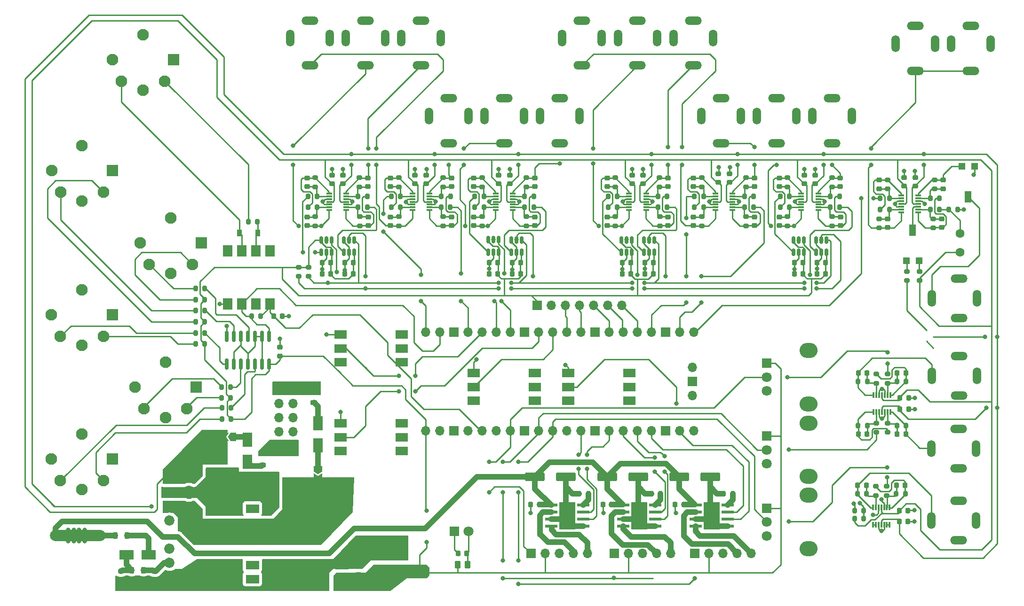
<source format=gbr>
%TF.GenerationSoftware,KiCad,Pcbnew,(7.0.0)*%
%TF.CreationDate,2023-04-14T17:53:59+02:00*%
%TF.ProjectId,multi-tool-midi-board,6d756c74-692d-4746-9f6f-6c2d6d696469,rev?*%
%TF.SameCoordinates,Original*%
%TF.FileFunction,Copper,L1,Top*%
%TF.FilePolarity,Positive*%
%FSLAX46Y46*%
G04 Gerber Fmt 4.6, Leading zero omitted, Abs format (unit mm)*
G04 Created by KiCad (PCBNEW (7.0.0)) date 2023-04-14 17:53:59*
%MOMM*%
%LPD*%
G01*
G04 APERTURE LIST*
G04 Aperture macros list*
%AMRoundRect*
0 Rectangle with rounded corners*
0 $1 Rounding radius*
0 $2 $3 $4 $5 $6 $7 $8 $9 X,Y pos of 4 corners*
0 Add a 4 corners polygon primitive as box body*
4,1,4,$2,$3,$4,$5,$6,$7,$8,$9,$2,$3,0*
0 Add four circle primitives for the rounded corners*
1,1,$1+$1,$2,$3*
1,1,$1+$1,$4,$5*
1,1,$1+$1,$6,$7*
1,1,$1+$1,$8,$9*
0 Add four rect primitives between the rounded corners*
20,1,$1+$1,$2,$3,$4,$5,0*
20,1,$1+$1,$4,$5,$6,$7,0*
20,1,$1+$1,$6,$7,$8,$9,0*
20,1,$1+$1,$8,$9,$2,$3,0*%
%AMFreePoly0*
4,1,6,1.000000,0.000000,0.500000,-0.750000,-0.500000,-0.750000,-0.500000,0.750000,0.500000,0.750000,1.000000,0.000000,1.000000,0.000000,$1*%
%AMFreePoly1*
4,1,6,0.500000,-0.750000,-0.650000,-0.750000,-0.150000,0.000000,-0.650000,0.750000,0.500000,0.750000,0.500000,-0.750000,0.500000,-0.750000,$1*%
G04 Aperture macros list end*
%TA.AperFunction,SMDPad,CuDef*%
%ADD10R,1.075000X0.300000*%
%TD*%
%TA.AperFunction,SMDPad,CuDef*%
%ADD11RoundRect,0.250000X-1.500000X-0.550000X1.500000X-0.550000X1.500000X0.550000X-1.500000X0.550000X0*%
%TD*%
%TA.AperFunction,SMDPad,CuDef*%
%ADD12RoundRect,0.225000X-0.225000X-0.250000X0.225000X-0.250000X0.225000X0.250000X-0.225000X0.250000X0*%
%TD*%
%TA.AperFunction,SMDPad,CuDef*%
%ADD13RoundRect,0.200000X0.200000X0.275000X-0.200000X0.275000X-0.200000X-0.275000X0.200000X-0.275000X0*%
%TD*%
%TA.AperFunction,SMDPad,CuDef*%
%ADD14RoundRect,0.200000X-0.200000X-0.275000X0.200000X-0.275000X0.200000X0.275000X-0.200000X0.275000X0*%
%TD*%
%TA.AperFunction,ComponentPad*%
%ADD15O,1.508000X3.016000*%
%TD*%
%TA.AperFunction,ComponentPad*%
%ADD16O,3.016000X1.508000*%
%TD*%
%TA.AperFunction,SMDPad,CuDef*%
%ADD17RoundRect,0.200000X-0.275000X0.200000X-0.275000X-0.200000X0.275000X-0.200000X0.275000X0.200000X0*%
%TD*%
%TA.AperFunction,SMDPad,CuDef*%
%ADD18RoundRect,0.200000X0.275000X-0.200000X0.275000X0.200000X-0.275000X0.200000X-0.275000X-0.200000X0*%
%TD*%
%TA.AperFunction,ComponentPad*%
%ADD19R,1.700000X1.700000*%
%TD*%
%TA.AperFunction,ComponentPad*%
%ADD20O,1.700000X1.700000*%
%TD*%
%TA.AperFunction,SMDPad,CuDef*%
%ADD21RoundRect,0.225000X0.225000X0.250000X-0.225000X0.250000X-0.225000X-0.250000X0.225000X-0.250000X0*%
%TD*%
%TA.AperFunction,SMDPad,CuDef*%
%ADD22R,1.800000X2.500000*%
%TD*%
%TA.AperFunction,SMDPad,CuDef*%
%ADD23FreePoly0,180.000000*%
%TD*%
%TA.AperFunction,SMDPad,CuDef*%
%ADD24FreePoly1,180.000000*%
%TD*%
%TA.AperFunction,SMDPad,CuDef*%
%ADD25RoundRect,0.225000X0.250000X-0.225000X0.250000X0.225000X-0.250000X0.225000X-0.250000X-0.225000X0*%
%TD*%
%TA.AperFunction,SMDPad,CuDef*%
%ADD26RoundRect,0.150000X0.150000X-0.512500X0.150000X0.512500X-0.150000X0.512500X-0.150000X-0.512500X0*%
%TD*%
%TA.AperFunction,SMDPad,CuDef*%
%ADD27RoundRect,0.218750X-0.218750X-0.381250X0.218750X-0.381250X0.218750X0.381250X-0.218750X0.381250X0*%
%TD*%
%TA.AperFunction,SMDPad,CuDef*%
%ADD28R,0.300000X1.075000*%
%TD*%
%TA.AperFunction,SMDPad,CuDef*%
%ADD29RoundRect,0.218750X-0.381250X0.218750X-0.381250X-0.218750X0.381250X-0.218750X0.381250X0.218750X0*%
%TD*%
%TA.AperFunction,ComponentPad*%
%ADD30R,2.100000X2.100000*%
%TD*%
%TA.AperFunction,ComponentPad*%
%ADD31C,2.100000*%
%TD*%
%TA.AperFunction,SMDPad,CuDef*%
%ADD32R,2.500000X1.800000*%
%TD*%
%TA.AperFunction,SMDPad,CuDef*%
%ADD33RoundRect,0.225000X-0.250000X0.225000X-0.250000X-0.225000X0.250000X-0.225000X0.250000X0.225000X0*%
%TD*%
%TA.AperFunction,SMDPad,CuDef*%
%ADD34RoundRect,0.250000X-0.262500X-0.450000X0.262500X-0.450000X0.262500X0.450000X-0.262500X0.450000X0*%
%TD*%
%TA.AperFunction,SMDPad,CuDef*%
%ADD35R,2.450000X1.600000*%
%TD*%
%TA.AperFunction,ComponentPad*%
%ADD36O,3.240000X2.720000*%
%TD*%
%TA.AperFunction,ComponentPad*%
%ADD37R,1.800000X1.800000*%
%TD*%
%TA.AperFunction,ComponentPad*%
%ADD38C,1.800000*%
%TD*%
%TA.AperFunction,SMDPad,CuDef*%
%ADD39FreePoly0,270.000000*%
%TD*%
%TA.AperFunction,SMDPad,CuDef*%
%ADD40FreePoly1,270.000000*%
%TD*%
%TA.AperFunction,SMDPad,CuDef*%
%ADD41R,1.780000X2.000000*%
%TD*%
%TA.AperFunction,ComponentPad*%
%ADD42C,1.600000*%
%TD*%
%TA.AperFunction,SMDPad,CuDef*%
%ADD43R,2.200000X0.500000*%
%TD*%
%TA.AperFunction,ComponentPad*%
%ADD44C,0.630000*%
%TD*%
%TA.AperFunction,SMDPad,CuDef*%
%ADD45R,2.950000X4.900000*%
%TD*%
%TA.AperFunction,SMDPad,CuDef*%
%ADD46R,2.300000X1.600000*%
%TD*%
%TA.AperFunction,SMDPad,CuDef*%
%ADD47RoundRect,0.218750X-0.218750X-0.256250X0.218750X-0.256250X0.218750X0.256250X-0.218750X0.256250X0*%
%TD*%
%TA.AperFunction,SMDPad,CuDef*%
%ADD48RoundRect,0.150000X-0.150000X0.825000X-0.150000X-0.825000X0.150000X-0.825000X0.150000X0.825000X0*%
%TD*%
%TA.AperFunction,SMDPad,CuDef*%
%ADD49C,2.000000*%
%TD*%
%TA.AperFunction,SMDPad,CuDef*%
%ADD50RoundRect,0.250000X0.550000X-1.500000X0.550000X1.500000X-0.550000X1.500000X-0.550000X-1.500000X0*%
%TD*%
%TA.AperFunction,SMDPad,CuDef*%
%ADD51R,1.300000X1.300000*%
%TD*%
%TA.AperFunction,SMDPad,CuDef*%
%ADD52R,1.300000X2.000000*%
%TD*%
%TA.AperFunction,SMDPad,CuDef*%
%ADD53RoundRect,0.250000X-0.550000X1.500000X-0.550000X-1.500000X0.550000X-1.500000X0.550000X1.500000X0*%
%TD*%
%TA.AperFunction,SMDPad,CuDef*%
%ADD54R,0.900000X1.200000*%
%TD*%
%TA.AperFunction,ComponentPad*%
%ADD55R,1.850000X1.850000*%
%TD*%
%TA.AperFunction,ComponentPad*%
%ADD56C,1.850000*%
%TD*%
%TA.AperFunction,ViaPad*%
%ADD57C,0.800000*%
%TD*%
%TA.AperFunction,Conductor*%
%ADD58C,0.250000*%
%TD*%
%TA.AperFunction,Conductor*%
%ADD59C,1.000000*%
%TD*%
G04 APERTURE END LIST*
%TO.C,NT2*%
G36*
X37250000Y-121800000D02*
G01*
X29250000Y-121800000D01*
X29250000Y-119800000D01*
X37250000Y-119800000D01*
X37250000Y-121800000D01*
G37*
%TD*%
D10*
%TO.P,U17,1*%
%TO.N,Net-(C49-Pad2)*%
X93461999Y-59124999D03*
%TO.P,U17,2,-*%
%TO.N,Net-(C49-Pad1)*%
X93461999Y-59624999D03*
%TO.P,U17,3,+*%
%TO.N,GNDA*%
X93461999Y-60124999D03*
%TO.P,U17,4,V+*%
%TO.N,+12VA*%
X93461999Y-60624999D03*
%TO.P,U17,5,+*%
%TO.N,GNDA*%
X93461999Y-61124999D03*
%TO.P,U17,6,-*%
%TO.N,Net-(C51-Pad1)*%
X93461999Y-61624999D03*
%TO.P,U17,7*%
%TO.N,g_out_0*%
X93461999Y-62124999D03*
%TO.P,U17,8*%
%TO.N,Net-(C50-Pad2)*%
X96537999Y-62124999D03*
%TO.P,U17,9,-*%
%TO.N,Net-(C50-Pad1)*%
X96537999Y-61624999D03*
%TO.P,U17,10,+*%
%TO.N,GNDA*%
X96537999Y-61124999D03*
%TO.P,U17,11,V-*%
%TO.N,-12VA*%
X96537999Y-60624999D03*
%TO.P,U17,12,+*%
%TO.N,GNDA*%
X96537999Y-60124999D03*
%TO.P,U17,13,-*%
%TO.N,Net-(C52-Pad1)*%
X96537999Y-59624999D03*
%TO.P,U17,14*%
%TO.N,g_out_1*%
X96537999Y-59124999D03*
%TD*%
D11*
%TO.P,C46,1*%
%TO.N,+12V*%
X128510000Y-110200000D03*
%TO.P,C46,2*%
%TO.N,GND*%
X134110000Y-110200000D03*
%TD*%
D12*
%TO.P,C59,1*%
%TO.N,+12VA*%
X181225000Y-96000000D03*
%TO.P,C59,2*%
%TO.N,GNDA*%
X182775000Y-96000000D03*
%TD*%
D13*
%TO.P,R66,1*%
%TO.N,Net-(C67-Pad2)*%
X182200000Y-113250000D03*
%TO.P,R66,2*%
%TO.N,Net-(C67-Pad1)*%
X180550000Y-113250000D03*
%TD*%
D14*
%TO.P,R14,1*%
%TO.N,Net-(C27-Pad1)*%
X83675000Y-59625000D03*
%TO.P,R14,2*%
%TO.N,Net-(C23-Pad2)*%
X85325000Y-59625000D03*
%TD*%
D15*
%TO.P,J11,1*%
%TO.N,GNDA*%
X172549999Y-45149999D03*
D16*
%TO.P,J11,2*%
%TO.N,unconnected-(J11-Pad2)*%
X168999999Y-41949999D03*
D15*
%TO.P,J11,4*%
%TO.N,unconnected-(J11-Pad4)*%
X165449999Y-45149999D03*
D16*
%TO.P,J11,5*%
%TO.N,mod_3*%
X168999999Y-50049999D03*
%TD*%
D17*
%TO.P,R24,1*%
%TO.N,Net-(C33-Pad2)*%
X106000000Y-56300000D03*
%TO.P,R24,2*%
%TO.N,Net-(C33-Pad1)*%
X106000000Y-57950000D03*
%TD*%
D18*
%TO.P,R11,1*%
%TO.N,Net-(C24-Pad2)*%
X138000000Y-64950000D03*
%TO.P,R11,2*%
%TO.N,Net-(C24-Pad1)*%
X138000000Y-63300000D03*
%TD*%
D19*
%TO.P,J1,1,Pin_1*%
%TO.N,+5V*%
X115919999Y-79249999D03*
D20*
%TO.P,J1,2,Pin_2*%
%TO.N,GND*%
X118459999Y-79249999D03*
%TO.P,J1,3,Pin_3*%
%TO.N,oled_dc*%
X120999999Y-79249999D03*
%TO.P,J1,4,Pin_4*%
%TO.N,oled_cs*%
X123539999Y-79249999D03*
%TO.P,J1,5,Pin_5*%
%TO.N,oled_clk*%
X126079999Y-79249999D03*
%TO.P,J1,6,Pin_6*%
%TO.N,oled_din*%
X128619999Y-79249999D03*
%TO.P,J1,7,Pin_7*%
%TO.N,olde_rst*%
X131159999Y-79249999D03*
%TD*%
D21*
%TO.P,C1,1*%
%TO.N,+5V*%
X78785000Y-71625000D03*
%TO.P,C1,2*%
%TO.N,GND*%
X77235000Y-71625000D03*
%TD*%
D18*
%TO.P,R59,1*%
%TO.N,Net-(C63-Pad1)*%
X177000000Y-93325000D03*
%TO.P,R59,2*%
%TO.N,Net-(C61-Pad2)*%
X177000000Y-91675000D03*
%TD*%
D22*
%TO.P,D4,1,K*%
%TO.N,Net-(D4-Pad1)*%
X63749999Y-107499999D03*
%TO.P,D4,2,A*%
%TO.N,Net-(D4-Pad2)*%
X63749999Y-103499999D03*
%TD*%
D10*
%TO.P,U12,1*%
%TO.N,Net-(C33-Pad2)*%
X108461999Y-59124999D03*
%TO.P,U12,2,-*%
%TO.N,Net-(C33-Pad1)*%
X108461999Y-59624999D03*
%TO.P,U12,3,+*%
%TO.N,GNDA*%
X108461999Y-60124999D03*
%TO.P,U12,4,V+*%
%TO.N,+12VA*%
X108461999Y-60624999D03*
%TO.P,U12,5,+*%
%TO.N,GNDA*%
X108461999Y-61124999D03*
%TO.P,U12,6,-*%
%TO.N,Net-(C37-Pad1)*%
X108461999Y-61624999D03*
%TO.P,U12,7*%
%TO.N,cv_1*%
X108461999Y-62124999D03*
%TO.P,U12,8*%
%TO.N,Net-(C34-Pad2)*%
X111537999Y-62124999D03*
%TO.P,U12,9,-*%
%TO.N,Net-(C34-Pad1)*%
X111537999Y-61624999D03*
%TO.P,U12,10,+*%
%TO.N,GNDA*%
X111537999Y-61124999D03*
%TO.P,U12,11,V-*%
%TO.N,-12VA*%
X111537999Y-60624999D03*
%TO.P,U12,12,+*%
%TO.N,GNDA*%
X111537999Y-60124999D03*
%TO.P,U12,13,-*%
%TO.N,Net-(C38-Pad1)*%
X111537999Y-59624999D03*
%TO.P,U12,14*%
%TO.N,mod_1*%
X111537999Y-59124999D03*
%TD*%
D21*
%TO.P,C68,1*%
%TO.N,Net-(C68-Pad1)*%
X175150000Y-111750000D03*
%TO.P,C68,2*%
%TO.N,cv_pot_2*%
X173600000Y-111750000D03*
%TD*%
%TO.P,C8,1*%
%TO.N,+5V*%
X136839464Y-73625000D03*
%TO.P,C8,2*%
%TO.N,GND*%
X135289464Y-73625000D03*
%TD*%
D23*
%TO.P,JP2,1,A*%
%TO.N,Net-(D4-Pad2)*%
X61225000Y-103000000D03*
D24*
%TO.P,JP2,2,B*%
%TO.N,-12VA*%
X59775000Y-103000000D03*
%TD*%
D25*
%TO.P,C71,1*%
%TO.N,+12VA*%
X181990000Y-57775000D03*
%TO.P,C71,2*%
%TO.N,GNDA*%
X181990000Y-56225000D03*
%TD*%
D26*
%TO.P,U3,1,VOUT*%
%TO.N,/multi-tool-midi-adc/cv_out_raw_1*%
X81124464Y-69762500D03*
%TO.P,U3,2,VSS*%
%TO.N,GND*%
X82074464Y-69762500D03*
%TO.P,U3,3,VDD*%
%TO.N,+5V*%
X83024464Y-69762500D03*
%TO.P,U3,4,SDA*%
%TO.N,i2c_SDA*%
X83024464Y-67487500D03*
%TO.P,U3,5,SCL*%
%TO.N,i2c_SCL*%
X82074464Y-67487500D03*
%TO.P,U3,6,A0*%
%TO.N,GND*%
X81124464Y-67487500D03*
%TD*%
D21*
%TO.P,C5,1*%
%TO.N,+5V*%
X78785000Y-73625000D03*
%TO.P,C5,2*%
%TO.N,GND*%
X77235000Y-73625000D03*
%TD*%
%TO.P,C60,1*%
%TO.N,GNDA*%
X182775000Y-98000000D03*
%TO.P,C60,2*%
%TO.N,-12VA*%
X181225000Y-98000000D03*
%TD*%
D17*
%TO.P,R49,1*%
%TO.N,Net-(C55-Pad2)*%
X145550000Y-56300000D03*
%TO.P,R49,2*%
%TO.N,Net-(C55-Pad1)*%
X145550000Y-57950000D03*
%TD*%
D19*
%TO.P,J18,1,Pin_1*%
%TO.N,motor_pot_adc_1*%
X129779999Y-123999999D03*
D20*
%TO.P,J18,2,Pin_2*%
%TO.N,+5V*%
X132319999Y-123999999D03*
%TO.P,J18,3,Pin_3*%
%TO.N,GND*%
X134859999Y-123999999D03*
%TO.P,J18,4,Pin_4*%
%TO.N,motor_1_out1*%
X137399999Y-123999999D03*
%TO.P,J18,5,Pin_5*%
%TO.N,motor_1_out2*%
X139939999Y-123999999D03*
%TD*%
D21*
%TO.P,C62,1*%
%TO.N,Net-(C62-Pad1)*%
X175275000Y-102500000D03*
%TO.P,C62,2*%
%TO.N,Net-(C62-Pad2)*%
X173725000Y-102500000D03*
%TD*%
D25*
%TO.P,C79,1*%
%TO.N,+12VA*%
X53250000Y-115275000D03*
%TO.P,C79,2*%
%TO.N,GNDS*%
X53250000Y-113725000D03*
%TD*%
D26*
%TO.P,U7,1,VOUT*%
%TO.N,/multi-tool-midi-adc/cv_out_raw_3*%
X111239464Y-69762500D03*
%TO.P,U7,2,VSS*%
%TO.N,GND*%
X112189464Y-69762500D03*
%TO.P,U7,3,VDD*%
%TO.N,+5V*%
X113139464Y-69762500D03*
%TO.P,U7,4,SDA*%
%TO.N,i2c_SDA*%
X113139464Y-67487500D03*
%TO.P,U7,5,SCL*%
%TO.N,i2c_SCL*%
X112189464Y-67487500D03*
%TO.P,U7,6,A0*%
%TO.N,GND*%
X111239464Y-67487500D03*
%TD*%
D21*
%TO.P,C66,1*%
%TO.N,GNDA*%
X182650000Y-118250000D03*
%TO.P,C66,2*%
%TO.N,-12VA*%
X181100000Y-118250000D03*
%TD*%
D11*
%TO.P,C44,1*%
%TO.N,+12V*%
X141510000Y-110200000D03*
%TO.P,C44,2*%
%TO.N,GND*%
X147110000Y-110200000D03*
%TD*%
D13*
%TO.P,R28,1*%
%TO.N,Net-(C37-Pad1)*%
X106325000Y-61625000D03*
%TO.P,R28,2*%
%TO.N,Net-(C33-Pad2)*%
X104675000Y-61625000D03*
%TD*%
D21*
%TO.P,C2,1*%
%TO.N,+5V*%
X82849464Y-71625000D03*
%TO.P,C2,2*%
%TO.N,GND*%
X81299464Y-71625000D03*
%TD*%
D27*
%TO.P,FB1,1*%
%TO.N,/multi-tool-midi-power/12V_barrel_jack*%
X39937500Y-120750000D03*
%TO.P,FB1,2*%
%TO.N,Net-(D2-Pad2)*%
X42062500Y-120750000D03*
%TD*%
D18*
%TO.P,R90,1*%
%TO.N,sync_out*%
X177500000Y-65325000D03*
%TO.P,R90,2*%
%TO.N,Net-(C75-Pad1)*%
X177500000Y-63675000D03*
%TD*%
D17*
%TO.P,R41,1*%
%TO.N,Net-(C49-Pad2)*%
X91000000Y-56300000D03*
%TO.P,R41,2*%
%TO.N,Net-(C49-Pad1)*%
X91000000Y-57950000D03*
%TD*%
D13*
%TO.P,R65,1*%
%TO.N,Net-(R64-Pad1)*%
X174700000Y-116250000D03*
%TO.P,R65,2*%
%TO.N,GNDA*%
X173050000Y-116250000D03*
%TD*%
D12*
%TO.P,C64,1*%
%TO.N,Net-(C64-Pad1)*%
X180725000Y-102500000D03*
%TO.P,C64,2*%
%TO.N,cv_pot_1*%
X182275000Y-102500000D03*
%TD*%
D21*
%TO.P,C43,1*%
%TO.N,+12V*%
X129310000Y-115200000D03*
%TO.P,C43,2*%
%TO.N,GND*%
X127760000Y-115200000D03*
%TD*%
D25*
%TO.P,C19,1*%
%TO.N,+12VA*%
X133000000Y-57400000D03*
%TO.P,C19,2*%
%TO.N,GNDA*%
X133000000Y-55850000D03*
%TD*%
D21*
%TO.P,C13,1*%
%TO.N,+5V*%
X108850000Y-73587500D03*
%TO.P,C13,2*%
%TO.N,GND*%
X107300000Y-73587500D03*
%TD*%
D28*
%TO.P,U20,1*%
%TO.N,Net-(C67-Pad2)*%
X179374999Y-115711999D03*
%TO.P,U20,2,-*%
%TO.N,Net-(C67-Pad1)*%
X178874999Y-115711999D03*
%TO.P,U20,3,+*%
%TO.N,Net-(R64-Pad1)*%
X178374999Y-115711999D03*
%TO.P,U20,4,V+*%
%TO.N,+12VA*%
X177874999Y-115711999D03*
%TO.P,U20,5,+*%
%TO.N,GNDA*%
X177374999Y-115711999D03*
%TO.P,U20,6,-*%
%TO.N,Net-(C68-Pad1)*%
X176874999Y-115711999D03*
%TO.P,U20,7*%
%TO.N,cv_pot_2*%
X176374999Y-115711999D03*
%TO.P,U20,8*%
%TO.N,Net-(U20-Pad8)*%
X176374999Y-118787999D03*
%TO.P,U20,9,-*%
X176874999Y-118787999D03*
%TO.P,U20,10,+*%
%TO.N,GNDA*%
X177374999Y-118787999D03*
%TO.P,U20,11,V-*%
%TO.N,-12VA*%
X177874999Y-118787999D03*
%TO.P,U20,12,+*%
%TO.N,GNDA*%
X178374999Y-118787999D03*
%TO.P,U20,13,-*%
%TO.N,Net-(U20-Pad13)*%
X178874999Y-118787999D03*
%TO.P,U20,14*%
X179374999Y-118787999D03*
%TD*%
D13*
%TO.P,R64,1*%
%TO.N,Net-(R64-Pad1)*%
X174700000Y-117750000D03*
%TO.P,R64,2*%
%TO.N,+12VA*%
X173050000Y-117750000D03*
%TD*%
D25*
%TO.P,C58,1*%
%TO.N,Net-(C58-Pad1)*%
X155050000Y-57900000D03*
%TO.P,C58,2*%
%TO.N,g_out_3*%
X155050000Y-56350000D03*
%TD*%
D14*
%TO.P,R44,1*%
%TO.N,Net-(C52-Pad1)*%
X98675000Y-59625000D03*
%TO.P,R44,2*%
%TO.N,Net-(C50-Pad2)*%
X100325000Y-59625000D03*
%TD*%
D29*
%TO.P,FB2,1*%
%TO.N,/+12V_euro*%
X75750000Y-94687500D03*
%TO.P,FB2,2*%
%TO.N,Net-(D3-Pad2)*%
X75750000Y-96812500D03*
%TD*%
D30*
%TO.P,J27,1*%
%TO.N,unconnected-(J27-Pad1)*%
X54499999Y-93999999D03*
D31*
%TO.P,J27,2*%
%TO.N,unconnected-(J27-Pad2)*%
X49000000Y-99500000D03*
%TO.P,J27,3*%
%TO.N,unconnected-(J27-Pad3)*%
X43500000Y-94000000D03*
%TO.P,J27,4*%
%TO.N,Net-(J27-Pad4)*%
X52890000Y-97890000D03*
%TO.P,J27,5*%
%TO.N,Net-(J27-Pad5)*%
X45110000Y-97890000D03*
%TO.P,J27,S*%
%TO.N,N/C*%
X49000000Y-89500000D03*
%TD*%
D13*
%TO.P,R22,1*%
%TO.N,Net-(C35-Pad1)*%
X161325000Y-59625000D03*
%TO.P,R22,2*%
%TO.N,/multi-tool-midi-adc/cv_out_raw_6*%
X159675000Y-59625000D03*
%TD*%
D14*
%TO.P,R61,1*%
%TO.N,cv_pot_0*%
X173675000Y-93000000D03*
%TO.P,R61,2*%
%TO.N,Net-(C63-Pad1)*%
X175325000Y-93000000D03*
%TD*%
D18*
%TO.P,R63,1*%
%TO.N,Net-(C67-Pad1)*%
X178875000Y-113575000D03*
%TO.P,R63,2*%
%TO.N,motor_pot_adc_2*%
X178875000Y-111925000D03*
%TD*%
D15*
%TO.P,J12,1*%
%TO.N,GNDA*%
X162549999Y-45149999D03*
D16*
%TO.P,J12,2*%
%TO.N,unconnected-(J12-Pad2)*%
X158999999Y-41949999D03*
D15*
%TO.P,J12,4*%
%TO.N,unconnected-(J12-Pad4)*%
X155449999Y-45149999D03*
D16*
%TO.P,J12,5*%
%TO.N,cv_3*%
X158999999Y-50049999D03*
%TD*%
D25*
%TO.P,C29,1*%
%TO.N,+12VA*%
X109000000Y-57400000D03*
%TO.P,C29,2*%
%TO.N,GNDA*%
X109000000Y-55850000D03*
%TD*%
D16*
%TO.P,J15,1*%
%TO.N,GNDA*%
X191749999Y-108649999D03*
D15*
%TO.P,J15,2*%
%TO.N,unconnected-(J15-Pad2)*%
X194949999Y-105099999D03*
D16*
%TO.P,J15,4*%
%TO.N,unconnected-(J15-Pad4)*%
X191749999Y-101549999D03*
D15*
%TO.P,J15,5*%
%TO.N,cv_pot_1*%
X186849999Y-105099999D03*
%TD*%
D32*
%TO.P,D2,1,K*%
%TO.N,Net-(C77-Pad1)*%
X41999999Y-124249999D03*
%TO.P,D2,2,A*%
%TO.N,Net-(D2-Pad2)*%
X45999999Y-124249999D03*
%TD*%
D12*
%TO.P,C61,1*%
%TO.N,Net-(C61-Pad1)*%
X180725000Y-91500000D03*
%TO.P,C61,2*%
%TO.N,Net-(C61-Pad2)*%
X182275000Y-91500000D03*
%TD*%
D10*
%TO.P,U18,1*%
%TO.N,Net-(C55-Pad2)*%
X148011999Y-59124999D03*
%TO.P,U18,2,-*%
%TO.N,Net-(C55-Pad1)*%
X148011999Y-59624999D03*
%TO.P,U18,3,+*%
%TO.N,GNDA*%
X148011999Y-60124999D03*
%TO.P,U18,4,V+*%
%TO.N,+12VA*%
X148011999Y-60624999D03*
%TO.P,U18,5,+*%
%TO.N,GNDA*%
X148011999Y-61124999D03*
%TO.P,U18,6,-*%
%TO.N,Net-(C57-Pad1)*%
X148011999Y-61624999D03*
%TO.P,U18,7*%
%TO.N,g_out_2*%
X148011999Y-62124999D03*
%TO.P,U18,8*%
%TO.N,Net-(C56-Pad2)*%
X151087999Y-62124999D03*
%TO.P,U18,9,-*%
%TO.N,Net-(C56-Pad1)*%
X151087999Y-61624999D03*
%TO.P,U18,10,+*%
%TO.N,GNDA*%
X151087999Y-61124999D03*
%TO.P,U18,11,V-*%
%TO.N,-12VA*%
X151087999Y-60624999D03*
%TO.P,U18,12,+*%
%TO.N,GNDA*%
X151087999Y-60124999D03*
%TO.P,U18,13,-*%
%TO.N,Net-(C58-Pad1)*%
X151087999Y-59624999D03*
%TO.P,U18,14*%
%TO.N,g_out_3*%
X151087999Y-59124999D03*
%TD*%
D33*
%TO.P,C72,1*%
%TO.N,GNDA*%
X183990000Y-56225000D03*
%TO.P,C72,2*%
%TO.N,-12VA*%
X183990000Y-57775000D03*
%TD*%
D17*
%TO.P,R91,1*%
%TO.N,Net-(C76-Pad2)*%
X187500000Y-56675000D03*
%TO.P,R91,2*%
%TO.N,Net-(C76-Pad1)*%
X187500000Y-58325000D03*
%TD*%
D22*
%TO.P,D3,1,K*%
%TO.N,Net-(D3-Pad1)*%
X76499999Y-104499999D03*
%TO.P,D3,2,A*%
%TO.N,Net-(D3-Pad2)*%
X76499999Y-100499999D03*
%TD*%
D15*
%TO.P,J5,1*%
%TO.N,GNDA*%
X123549999Y-45149999D03*
D16*
%TO.P,J5,2*%
%TO.N,unconnected-(J5-Pad2)*%
X119999999Y-41949999D03*
D15*
%TO.P,J5,4*%
%TO.N,unconnected-(J5-Pad4)*%
X116449999Y-45149999D03*
D16*
%TO.P,J5,5*%
%TO.N,mod_1*%
X119999999Y-50049999D03*
%TD*%
D17*
%TO.P,R9,1*%
%TO.N,Net-(C22-Pad2)*%
X130000000Y-56300000D03*
%TO.P,R9,2*%
%TO.N,Net-(C22-Pad1)*%
X130000000Y-57950000D03*
%TD*%
D18*
%TO.P,R86,1*%
%TO.N,+12VA*%
X184720000Y-74825000D03*
%TO.P,R86,2*%
%TO.N,Net-(R86-Pad2)*%
X184720000Y-73175000D03*
%TD*%
D16*
%TO.P,J16,1*%
%TO.N,GNDA*%
X191749999Y-121649999D03*
D15*
%TO.P,J16,2*%
%TO.N,unconnected-(J16-Pad2)*%
X194949999Y-118099999D03*
D16*
%TO.P,J16,4*%
%TO.N,unconnected-(J16-Pad4)*%
X191749999Y-114549999D03*
D15*
%TO.P,J16,5*%
%TO.N,cv_pot_2*%
X186849999Y-118099999D03*
%TD*%
D16*
%TO.P,J22,1*%
%TO.N,GNDA*%
X191849999Y-81549999D03*
D15*
%TO.P,J22,2*%
%TO.N,unconnected-(J22-Pad2)*%
X195049999Y-77999999D03*
D16*
%TO.P,J22,4*%
%TO.N,unconnected-(J22-Pad4)*%
X191849999Y-74449999D03*
D15*
%TO.P,J22,5*%
%TO.N,ldr_cv_out*%
X186949999Y-77999999D03*
%TD*%
D33*
%TO.P,C54,1*%
%TO.N,GNDA*%
X150550000Y-55575000D03*
%TO.P,C54,2*%
%TO.N,-12VA*%
X150550000Y-57125000D03*
%TD*%
D10*
%TO.P,U11,1*%
%TO.N,Net-(C22-Pad2)*%
X132461999Y-59124999D03*
%TO.P,U11,2,-*%
%TO.N,Net-(C22-Pad1)*%
X132461999Y-59624999D03*
%TO.P,U11,3,+*%
%TO.N,GNDA*%
X132461999Y-60124999D03*
%TO.P,U11,4,V+*%
%TO.N,+12VA*%
X132461999Y-60624999D03*
%TO.P,U11,5,+*%
%TO.N,GNDA*%
X132461999Y-61124999D03*
%TO.P,U11,6,-*%
%TO.N,Net-(C26-Pad1)*%
X132461999Y-61624999D03*
%TO.P,U11,7*%
%TO.N,cv_2*%
X132461999Y-62124999D03*
%TO.P,U11,8*%
%TO.N,Net-(C24-Pad2)*%
X135537999Y-62124999D03*
%TO.P,U11,9,-*%
%TO.N,Net-(C24-Pad1)*%
X135537999Y-61624999D03*
%TO.P,U11,10,+*%
%TO.N,GNDA*%
X135537999Y-61124999D03*
%TO.P,U11,11,V-*%
%TO.N,-12VA*%
X135537999Y-60624999D03*
%TO.P,U11,12,+*%
%TO.N,GNDA*%
X135537999Y-60124999D03*
%TO.P,U11,13,-*%
%TO.N,Net-(C28-Pad1)*%
X135537999Y-59624999D03*
%TO.P,U11,14*%
%TO.N,mod_2*%
X135537999Y-59124999D03*
%TD*%
D33*
%TO.P,C26,1*%
%TO.N,Net-(C26-Pad1)*%
X128500000Y-63350000D03*
%TO.P,C26,2*%
%TO.N,cv_2*%
X128500000Y-64900000D03*
%TD*%
D17*
%TO.P,R26,1*%
%TO.N,Net-(C35-Pad2)*%
X161000000Y-56300000D03*
%TO.P,R26,2*%
%TO.N,Net-(C35-Pad1)*%
X161000000Y-57950000D03*
%TD*%
D25*
%TO.P,C52,1*%
%TO.N,Net-(C52-Pad1)*%
X100500000Y-57900000D03*
%TO.P,C52,2*%
%TO.N,g_out_1*%
X100500000Y-56350000D03*
%TD*%
D34*
%TO.P,R92,1*%
%TO.N,+5V*%
X101587500Y-126000000D03*
%TO.P,R92,2*%
%TO.N,Net-(D5-Pad2)*%
X103412500Y-126000000D03*
%TD*%
D21*
%TO.P,C6,1*%
%TO.N,+5V*%
X82849464Y-73625000D03*
%TO.P,C6,2*%
%TO.N,GND*%
X81299464Y-73625000D03*
%TD*%
D14*
%TO.P,R52,1*%
%TO.N,Net-(C58-Pad1)*%
X153225000Y-59625000D03*
%TO.P,R52,2*%
%TO.N,Net-(C56-Pad2)*%
X154875000Y-59625000D03*
%TD*%
D35*
%TO.P,U24,1,-VIN*%
%TO.N,GNDS*%
X64674999Y-113379999D03*
%TO.P,U24,2,ON/~{OFF}*%
%TO.N,unconnected-(U24-Pad2)*%
X64674999Y-115919999D03*
%TO.P,U24,6,NC*%
%TO.N,unconnected-(U24-Pad6)*%
X64674999Y-126079999D03*
%TO.P,U24,7,NC*%
%TO.N,unconnected-(U24-Pad7)*%
X64674999Y-128619999D03*
%TO.P,U24,8,+VOUT*%
%TO.N,+5V*%
X80824999Y-128619999D03*
%TO.P,U24,9,-VOUT*%
%TO.N,GNDS*%
X80824999Y-126079999D03*
%TO.P,U24,14,+VIN*%
%TO.N,+12VA*%
X80824999Y-113379999D03*
%TD*%
D12*
%TO.P,C67,1*%
%TO.N,Net-(C67-Pad1)*%
X180600000Y-111750000D03*
%TO.P,C67,2*%
%TO.N,Net-(C67-Pad2)*%
X182150000Y-111750000D03*
%TD*%
D16*
%TO.P,J14,1*%
%TO.N,GNDA*%
X191849999Y-95549999D03*
D15*
%TO.P,J14,2*%
%TO.N,unconnected-(J14-Pad2)*%
X195049999Y-91999999D03*
D16*
%TO.P,J14,4*%
%TO.N,unconnected-(J14-Pad4)*%
X191849999Y-88449999D03*
D15*
%TO.P,J14,5*%
%TO.N,cv_pot_0*%
X186949999Y-91999999D03*
%TD*%
D21*
%TO.P,C16,1*%
%TO.N,+5V*%
X167839464Y-73625000D03*
%TO.P,C16,2*%
%TO.N,GND*%
X166289464Y-73625000D03*
%TD*%
D36*
%TO.P,RV5,*%
%TO.N,*%
X164774999Y-113532499D03*
X164774999Y-123132499D03*
D37*
%TO.P,RV5,1,1*%
%TO.N,+5V*%
X157274999Y-115832499D03*
D38*
%TO.P,RV5,2,2*%
%TO.N,motor_pot_adc_2*%
X157275000Y-118332500D03*
%TO.P,RV5,3,3*%
%TO.N,GND*%
X157275000Y-120832500D03*
%TD*%
D21*
%TO.P,C10,1*%
%TO.N,+5V*%
X112964464Y-71625000D03*
%TO.P,C10,2*%
%TO.N,GND*%
X111414464Y-71625000D03*
%TD*%
D25*
%TO.P,C69,1*%
%TO.N,+5V*%
X69615000Y-88410000D03*
%TO.P,C69,2*%
%TO.N,GND*%
X69615000Y-86860000D03*
%TD*%
D30*
%TO.P,J23,1*%
%TO.N,unconnected-(J23-Pad1)*%
X50499999Y-34999999D03*
D31*
%TO.P,J23,2*%
%TO.N,unconnected-(J23-Pad2)*%
X45000000Y-40500000D03*
%TO.P,J23,3*%
%TO.N,unconnected-(J23-Pad3)*%
X39500000Y-35000000D03*
%TO.P,J23,4*%
%TO.N,Net-(J23-Pad4)*%
X48890000Y-38890000D03*
%TO.P,J23,5*%
%TO.N,Net-(D1-Pad2)*%
X41110000Y-38890000D03*
%TO.P,J23,S*%
%TO.N,N/C*%
X45000000Y-30500000D03*
%TD*%
D33*
%TO.P,C51,1*%
%TO.N,Net-(C51-Pad1)*%
X89500000Y-63350000D03*
%TO.P,C51,2*%
%TO.N,g_out_0*%
X89500000Y-64900000D03*
%TD*%
D39*
%TO.P,JP1,1,A*%
%TO.N,Net-(D3-Pad1)*%
X76500000Y-108775000D03*
D40*
%TO.P,JP1,2,B*%
%TO.N,+12VA*%
X76500000Y-110225000D03*
%TD*%
D13*
%TO.P,R51,1*%
%TO.N,Net-(C57-Pad1)*%
X145875000Y-61625000D03*
%TO.P,R51,2*%
%TO.N,Net-(C55-Pad2)*%
X144225000Y-61625000D03*
%TD*%
D15*
%TO.P,J10,1*%
%TO.N,GNDA*%
X127549999Y-31149999D03*
D16*
%TO.P,J10,2*%
%TO.N,unconnected-(J10-Pad2)*%
X123999999Y-27949999D03*
D15*
%TO.P,J10,4*%
%TO.N,unconnected-(J10-Pad4)*%
X120449999Y-31149999D03*
D16*
%TO.P,J10,5*%
%TO.N,g_out_2*%
X123999999Y-36049999D03*
%TD*%
D15*
%TO.P,J13,1*%
%TO.N,GNDA*%
X152549999Y-45149999D03*
D16*
%TO.P,J13,2*%
%TO.N,unconnected-(J13-Pad2)*%
X148999999Y-41949999D03*
D15*
%TO.P,J13,4*%
%TO.N,unconnected-(J13-Pad4)*%
X145449999Y-45149999D03*
D16*
%TO.P,J13,5*%
%TO.N,g_out_3*%
X148999999Y-50049999D03*
%TD*%
D18*
%TO.P,R27,1*%
%TO.N,Net-(C36-Pad2)*%
X169000000Y-64950000D03*
%TO.P,R27,2*%
%TO.N,Net-(C36-Pad1)*%
X169000000Y-63300000D03*
%TD*%
%TO.P,R85,1*%
%TO.N,Net-(C74-Pad2)*%
X187250000Y-65325000D03*
%TO.P,R85,2*%
%TO.N,Net-(C74-Pad1)*%
X187250000Y-63675000D03*
%TD*%
%TO.P,R42,1*%
%TO.N,Net-(C50-Pad2)*%
X99000000Y-64950000D03*
%TO.P,R42,2*%
%TO.N,Net-(C50-Pad1)*%
X99000000Y-63300000D03*
%TD*%
D13*
%TO.P,R80,1*%
%TO.N,+5V*%
X60825000Y-99750000D03*
%TO.P,R80,2*%
%TO.N,Net-(J28-Pad4)*%
X59175000Y-99750000D03*
%TD*%
D33*
%TO.P,C32,1*%
%TO.N,GNDA*%
X166000000Y-55850000D03*
%TO.P,C32,2*%
%TO.N,-12VA*%
X166000000Y-57400000D03*
%TD*%
D18*
%TO.P,R10,1*%
%TO.N,Net-(C23-Pad2)*%
X84000000Y-64950000D03*
%TO.P,R10,2*%
%TO.N,Net-(C23-Pad1)*%
X84000000Y-63300000D03*
%TD*%
D41*
%TO.P,U22,1,NC*%
%TO.N,unconnected-(U22-Pad1)*%
X67809999Y-69484999D03*
%TO.P,U22,2,A*%
%TO.N,Net-(D1-Pad1)*%
X65269999Y-69484999D03*
%TO.P,U22,3,C*%
%TO.N,Net-(D1-Pad2)*%
X62729999Y-69484999D03*
%TO.P,U22,4*%
%TO.N,N/C*%
X60189999Y-69484999D03*
%TO.P,U22,5,GND*%
%TO.N,GND*%
X60189999Y-79014999D03*
%TO.P,U22,6,VO*%
%TO.N,midi_in*%
X62729999Y-79014999D03*
%TO.P,U22,7,EN*%
%TO.N,unconnected-(U22-Pad7)*%
X65269999Y-79014999D03*
%TO.P,U22,8,VCC*%
%TO.N,+3V3*%
X67809999Y-79014999D03*
%TD*%
D15*
%TO.P,J3,1*%
%TO.N,GNDA*%
X88539999Y-31149999D03*
D16*
%TO.P,J3,2*%
%TO.N,unconnected-(J3-Pad2)*%
X84989999Y-27949999D03*
D15*
%TO.P,J3,4*%
%TO.N,unconnected-(J3-Pad4)*%
X81439999Y-31149999D03*
D16*
%TO.P,J3,5*%
%TO.N,cv_0*%
X84989999Y-36049999D03*
%TD*%
D33*
%TO.P,C74,1*%
%TO.N,Net-(C74-Pad1)*%
X188750000Y-63725000D03*
%TO.P,C74,2*%
%TO.N,Net-(C74-Pad2)*%
X188750000Y-65275000D03*
%TD*%
D25*
%TO.P,C55,1*%
%TO.N,Net-(C55-Pad1)*%
X144050000Y-57900000D03*
%TO.P,C55,2*%
%TO.N,Net-(C55-Pad2)*%
X144050000Y-56350000D03*
%TD*%
%TO.P,C40,1*%
%TO.N,Net-(C40-Pad1)*%
X170490000Y-57900000D03*
%TO.P,C40,2*%
%TO.N,mod_3*%
X170490000Y-56350000D03*
%TD*%
D37*
%TO.P,D5,1,K*%
%TO.N,GND*%
X100999999Y-119999999D03*
D38*
%TO.P,D5,2,A*%
%TO.N,Net-(D5-Pad2)*%
X103540000Y-120000000D03*
%TD*%
D25*
%TO.P,C21,1*%
%TO.N,Net-(C21-Pad1)*%
X74500000Y-57900000D03*
%TO.P,C21,2*%
%TO.N,Net-(C21-Pad2)*%
X74500000Y-56350000D03*
%TD*%
D13*
%TO.P,R69,1*%
%TO.N,Net-(D1-Pad1)*%
X65575000Y-64250000D03*
%TO.P,R69,2*%
%TO.N,Net-(J23-Pad4)*%
X63925000Y-64250000D03*
%TD*%
D15*
%TO.P,J8,1*%
%TO.N,GNDA*%
X147549999Y-31149999D03*
D16*
%TO.P,J8,2*%
%TO.N,unconnected-(J8-Pad2)*%
X143999999Y-27949999D03*
D15*
%TO.P,J8,4*%
%TO.N,unconnected-(J8-Pad4)*%
X140449999Y-31149999D03*
D16*
%TO.P,J8,5*%
%TO.N,mod_2*%
X143999999Y-36049999D03*
%TD*%
D18*
%TO.P,R55,1*%
%TO.N,Net-(C61-Pad1)*%
X179000000Y-93325000D03*
%TO.P,R55,2*%
%TO.N,motor_pot_adc_0*%
X179000000Y-91675000D03*
%TD*%
D25*
%TO.P,C49,1*%
%TO.N,Net-(C49-Pad1)*%
X89500000Y-57900000D03*
%TO.P,C49,2*%
%TO.N,Net-(C49-Pad2)*%
X89500000Y-56350000D03*
%TD*%
D10*
%TO.P,U13,1*%
%TO.N,Net-(C35-Pad2)*%
X163461999Y-59124999D03*
%TO.P,U13,2,-*%
%TO.N,Net-(C35-Pad1)*%
X163461999Y-59624999D03*
%TO.P,U13,3,+*%
%TO.N,GNDA*%
X163461999Y-60124999D03*
%TO.P,U13,4,V+*%
%TO.N,+12VA*%
X163461999Y-60624999D03*
%TO.P,U13,5,+*%
%TO.N,GNDA*%
X163461999Y-61124999D03*
%TO.P,U13,6,-*%
%TO.N,Net-(C39-Pad1)*%
X163461999Y-61624999D03*
%TO.P,U13,7*%
%TO.N,cv_3*%
X163461999Y-62124999D03*
%TO.P,U13,8*%
%TO.N,Net-(C36-Pad2)*%
X166537999Y-62124999D03*
%TO.P,U13,9,-*%
%TO.N,Net-(C36-Pad1)*%
X166537999Y-61624999D03*
%TO.P,U13,10,+*%
%TO.N,GNDA*%
X166537999Y-61124999D03*
%TO.P,U13,11,V-*%
%TO.N,-12VA*%
X166537999Y-60624999D03*
%TO.P,U13,12,+*%
%TO.N,GNDA*%
X166537999Y-60124999D03*
%TO.P,U13,13,-*%
%TO.N,Net-(C40-Pad1)*%
X166537999Y-59624999D03*
%TO.P,U13,14*%
%TO.N,mod_3*%
X166537999Y-59124999D03*
%TD*%
D17*
%TO.P,R19,1*%
%TO.N,mod_2*%
X137977500Y-56300000D03*
%TO.P,R19,2*%
%TO.N,Net-(C28-Pad1)*%
X137977500Y-57950000D03*
%TD*%
D15*
%TO.P,J20,1*%
%TO.N,GNDA*%
X197549999Y-32149999D03*
D16*
%TO.P,J20,2*%
%TO.N,unconnected-(J20-Pad2)*%
X193999999Y-28949999D03*
D15*
%TO.P,J20,4*%
%TO.N,unconnected-(J20-Pad4)*%
X190449999Y-32149999D03*
D16*
%TO.P,J20,5*%
%TO.N,sync_out*%
X193999999Y-37049999D03*
%TD*%
D33*
%TO.P,C48,1*%
%TO.N,GNDA*%
X95950000Y-55850000D03*
%TO.P,C48,2*%
%TO.N,-12VA*%
X95950000Y-57400000D03*
%TD*%
D14*
%TO.P,R89,1*%
%TO.N,Net-(C76-Pad1)*%
X186675000Y-60000000D03*
%TO.P,R89,2*%
%TO.N,Net-(C74-Pad2)*%
X188325000Y-60000000D03*
%TD*%
D15*
%TO.P,J21,1*%
%TO.N,GNDA*%
X187549999Y-32149999D03*
D16*
%TO.P,J21,2*%
%TO.N,unconnected-(J21-Pad2)*%
X183999999Y-28949999D03*
D15*
%TO.P,J21,4*%
%TO.N,unconnected-(J21-Pad4)*%
X180449999Y-32149999D03*
D16*
%TO.P,J21,5*%
%TO.N,sync_out*%
X183999999Y-37049999D03*
%TD*%
D25*
%TO.P,C31,1*%
%TO.N,+12VA*%
X164000000Y-57400000D03*
%TO.P,C31,2*%
%TO.N,GNDA*%
X164000000Y-55850000D03*
%TD*%
D26*
%TO.P,U5,1,VOUT*%
%TO.N,/multi-tool-midi-adc/cv_out_raw_5*%
X135114464Y-69762500D03*
%TO.P,U5,2,VSS*%
%TO.N,GND*%
X136064464Y-69762500D03*
%TO.P,U5,3,VDD*%
%TO.N,+5V*%
X137014464Y-69762500D03*
%TO.P,U5,4,SDA*%
%TO.N,i2c_SDA*%
X137014464Y-67487500D03*
%TO.P,U5,5,SCL*%
%TO.N,i2c_SCL*%
X136064464Y-67487500D03*
%TO.P,U5,6,A0*%
%TO.N,GND*%
X135114464Y-67487500D03*
%TD*%
D25*
%TO.P,C35,1*%
%TO.N,Net-(C35-Pad1)*%
X159500000Y-57900000D03*
%TO.P,C35,2*%
%TO.N,Net-(C35-Pad2)*%
X159500000Y-56350000D03*
%TD*%
D18*
%TO.P,R50,1*%
%TO.N,Net-(C56-Pad2)*%
X153550000Y-64950000D03*
%TO.P,R50,2*%
%TO.N,Net-(C56-Pad1)*%
X153550000Y-63300000D03*
%TD*%
D25*
%TO.P,C33,1*%
%TO.N,Net-(C33-Pad1)*%
X104500000Y-57900000D03*
%TO.P,C33,2*%
%TO.N,Net-(C33-Pad2)*%
X104500000Y-56350000D03*
%TD*%
D14*
%TO.P,R74,1*%
%TO.N,Net-(J28-Pad5)*%
X59175000Y-97750000D03*
%TO.P,R74,2*%
%TO.N,Net-(R74-Pad2)*%
X60825000Y-97750000D03*
%TD*%
D15*
%TO.P,J7,1*%
%TO.N,GNDA*%
X103549999Y-45149999D03*
D16*
%TO.P,J7,2*%
%TO.N,unconnected-(J7-Pad2)*%
X99999999Y-41949999D03*
D15*
%TO.P,J7,4*%
%TO.N,unconnected-(J7-Pad4)*%
X96449999Y-45149999D03*
D16*
%TO.P,J7,5*%
%TO.N,g_out_1*%
X99999999Y-50049999D03*
%TD*%
D13*
%TO.P,R62,1*%
%TO.N,cv_pot_1*%
X182325000Y-101000000D03*
%TO.P,R62,2*%
%TO.N,Net-(C64-Pad1)*%
X180675000Y-101000000D03*
%TD*%
D18*
%TO.P,R16,1*%
%TO.N,cv_0*%
X76000000Y-64950000D03*
%TO.P,R16,2*%
%TO.N,Net-(C25-Pad1)*%
X76000000Y-63300000D03*
%TD*%
D33*
%TO.P,C56,1*%
%TO.N,Net-(C56-Pad1)*%
X155050000Y-63350000D03*
%TO.P,C56,2*%
%TO.N,Net-(C56-Pad2)*%
X155050000Y-64900000D03*
%TD*%
D42*
%TO.P,R1,1*%
%TO.N,+12VA*%
X192000000Y-69700000D03*
%TO.P,R1,2*%
%TO.N,/muti-tool-midi-cv-sync-ldr/ldr_pin_1*%
X192000000Y-66300000D03*
%TD*%
D21*
%TO.P,C12,1*%
%TO.N,+5V*%
X167839464Y-71625000D03*
%TO.P,C12,2*%
%TO.N,GND*%
X166289464Y-71625000D03*
%TD*%
D13*
%TO.P,R38,1*%
%TO.N,Net-(R38-Pad1)*%
X151135000Y-113200000D03*
%TO.P,R38,2*%
%TO.N,GND*%
X149485000Y-113200000D03*
%TD*%
%TO.P,R47,1*%
%TO.N,Net-(C55-Pad1)*%
X145875000Y-59625000D03*
%TO.P,R47,2*%
%TO.N,gate_out_2*%
X144225000Y-59625000D03*
%TD*%
D43*
%TO.P,U14,1,GND*%
%TO.N,GND*%
X124184999Y-119104999D03*
%TO.P,U14,2,IN2*%
%TO.N,motor_0_in2*%
X124184999Y-117834999D03*
%TO.P,U14,3,IN1*%
%TO.N,motor_0_in1*%
X124184999Y-116564999D03*
%TO.P,U14,4,ILIM*%
%TO.N,Net-(R36-Pad1)*%
X124184999Y-115294999D03*
%TO.P,U14,5,VM*%
%TO.N,+12V*%
X118434999Y-115294999D03*
%TO.P,U14,6,OUT1*%
%TO.N,motor_0_out1*%
X118434999Y-116564999D03*
%TO.P,U14,7,GND*%
%TO.N,GND*%
X118434999Y-117834999D03*
%TO.P,U14,8,OUT2*%
%TO.N,motor_0_out2*%
X118434999Y-119104999D03*
D44*
%TO.P,U14,9,GND*%
%TO.N,GND*%
X121960000Y-115900000D03*
X121960000Y-118500000D03*
X121960000Y-117200000D03*
X120660000Y-117200000D03*
X120660000Y-118500000D03*
X120660000Y-115900000D03*
D45*
X121309999Y-117199999D03*
%TD*%
D21*
%TO.P,C7,1*%
%TO.N,+5V*%
X132775000Y-73625000D03*
%TO.P,C7,2*%
%TO.N,GND*%
X131225000Y-73625000D03*
%TD*%
D17*
%TO.P,R46,1*%
%TO.N,g_out_1*%
X99000000Y-56300000D03*
%TO.P,R46,2*%
%TO.N,Net-(C52-Pad1)*%
X99000000Y-57950000D03*
%TD*%
%TO.P,R60,1*%
%TO.N,Net-(C64-Pad1)*%
X179000000Y-100500000D03*
%TO.P,R60,2*%
%TO.N,Net-(C62-Pad2)*%
X179000000Y-102150000D03*
%TD*%
D26*
%TO.P,U6,1,VOUT*%
%TO.N,/multi-tool-midi-adc/cv_out_raw_2*%
X107125000Y-69725000D03*
%TO.P,U6,2,VSS*%
%TO.N,GND*%
X108075000Y-69725000D03*
%TO.P,U6,3,VDD*%
%TO.N,+5V*%
X109025000Y-69725000D03*
%TO.P,U6,4,SDA*%
%TO.N,i2c_SDA*%
X109025000Y-67450000D03*
%TO.P,U6,5,SCL*%
%TO.N,i2c_SCL*%
X108075000Y-67450000D03*
%TO.P,U6,6,A0*%
%TO.N,+5V*%
X107125000Y-67450000D03*
%TD*%
%TO.P,U2,1,VOUT*%
%TO.N,/multi-tool-midi-adc/cv_out_raw_0*%
X77060000Y-69762500D03*
%TO.P,U2,2,VSS*%
%TO.N,GND*%
X78010000Y-69762500D03*
%TO.P,U2,3,VDD*%
%TO.N,+5V*%
X78960000Y-69762500D03*
%TO.P,U2,4,SDA*%
%TO.N,i2c_SDA*%
X78960000Y-67487500D03*
%TO.P,U2,5,SCL*%
%TO.N,i2c_SCL*%
X78010000Y-67487500D03*
%TO.P,U2,6,A0*%
%TO.N,+5V*%
X77060000Y-67487500D03*
%TD*%
D30*
%TO.P,J24,1*%
%TO.N,unconnected-(J24-Pad1)*%
X55499999Y-67999999D03*
D31*
%TO.P,J24,2*%
%TO.N,unconnected-(J24-Pad2)*%
X50000000Y-73500000D03*
%TO.P,J24,3*%
%TO.N,unconnected-(J24-Pad3)*%
X44500000Y-68000000D03*
%TO.P,J24,4*%
%TO.N,Net-(J24-Pad4)*%
X53890000Y-71890000D03*
%TO.P,J24,5*%
%TO.N,Net-(J24-Pad5)*%
X46110000Y-71890000D03*
%TO.P,J24,S*%
%TO.N,N/C*%
X50000000Y-63500000D03*
%TD*%
D13*
%TO.P,R78,1*%
%TO.N,+5V*%
X56075000Y-86250000D03*
%TO.P,R78,2*%
%TO.N,Net-(J26-Pad4)*%
X54425000Y-86250000D03*
%TD*%
%TO.P,R79,1*%
%TO.N,+5V*%
X60750000Y-96000000D03*
%TO.P,R79,2*%
%TO.N,Net-(J27-Pad4)*%
X59100000Y-96000000D03*
%TD*%
D14*
%TO.P,R6,1*%
%TO.N,Net-(C23-Pad1)*%
X83675000Y-61625000D03*
%TO.P,R6,2*%
%TO.N,/multi-tool-midi-adc/cv_out_raw_1*%
X85325000Y-61625000D03*
%TD*%
%TO.P,R7,1*%
%TO.N,Net-(C24-Pad1)*%
X137675000Y-61625000D03*
%TO.P,R7,2*%
%TO.N,/multi-tool-midi-adc/cv_out_raw_5*%
X139325000Y-61625000D03*
%TD*%
D21*
%TO.P,C15,1*%
%TO.N,+5V*%
X163775000Y-73625000D03*
%TO.P,C15,2*%
%TO.N,GND*%
X162225000Y-73625000D03*
%TD*%
D26*
%TO.P,U4,1,VOUT*%
%TO.N,/multi-tool-midi-adc/cv_out_raw_4*%
X131050000Y-69762500D03*
%TO.P,U4,2,VSS*%
%TO.N,GND*%
X132000000Y-69762500D03*
%TO.P,U4,3,VDD*%
%TO.N,+5V*%
X132950000Y-69762500D03*
%TO.P,U4,4,SDA*%
%TO.N,i2c_SDA*%
X132950000Y-67487500D03*
%TO.P,U4,5,SCL*%
%TO.N,i2c_SCL*%
X132000000Y-67487500D03*
%TO.P,U4,6,A0*%
%TO.N,+5V*%
X131050000Y-67487500D03*
%TD*%
D14*
%TO.P,R40,1*%
%TO.N,Net-(C50-Pad1)*%
X98625000Y-61625000D03*
%TO.P,R40,2*%
%TO.N,gate_out_1*%
X100275000Y-61625000D03*
%TD*%
D46*
%TO.P,S1,1,N.O._1*%
%TO.N,GND*%
X80499999Y-84556424D03*
%TO.P,S1,2,C_1*%
%TO.N,btn_0*%
X80499999Y-87056424D03*
%TO.P,S1,3,N.C._1*%
%TO.N,unconnected-(S1-Pad3)*%
X80499999Y-89556424D03*
%TO.P,S1,4,N.C._2*%
%TO.N,unconnected-(S1-Pad4)*%
X91499999Y-89556424D03*
%TO.P,S1,5,C_2*%
%TO.N,unconnected-(S1-Pad5)*%
X91499999Y-87056424D03*
%TO.P,S1,6,N.O._2*%
%TO.N,unconnected-(S1-Pad6)*%
X91499999Y-84556424D03*
%TD*%
D21*
%TO.P,C11,1*%
%TO.N,+5V*%
X163775000Y-71625000D03*
%TO.P,C11,2*%
%TO.N,GND*%
X162225000Y-71625000D03*
%TD*%
D19*
%TO.P,J19,1,Pin_1*%
%TO.N,motor_pot_adc_2*%
X144319999Y-123999999D03*
D20*
%TO.P,J19,2,Pin_2*%
%TO.N,+5V*%
X146859999Y-123999999D03*
%TO.P,J19,3,Pin_3*%
%TO.N,GND*%
X149399999Y-123999999D03*
%TO.P,J19,4,Pin_4*%
%TO.N,motor_2_out1*%
X151939999Y-123999999D03*
%TO.P,J19,5,Pin_5*%
%TO.N,motor_2_out2*%
X154479999Y-123999999D03*
%TD*%
D15*
%TO.P,J4,1*%
%TO.N,GNDA*%
X78549999Y-31149999D03*
D16*
%TO.P,J4,2*%
%TO.N,unconnected-(J4-Pad2)*%
X74999999Y-27949999D03*
D15*
%TO.P,J4,4*%
%TO.N,unconnected-(J4-Pad4)*%
X71449999Y-31149999D03*
D16*
%TO.P,J4,5*%
%TO.N,g_out_0*%
X74999999Y-36049999D03*
%TD*%
D14*
%TO.P,R29,1*%
%TO.N,Net-(C38-Pad1)*%
X113675000Y-59625000D03*
%TO.P,R29,2*%
%TO.N,Net-(C34-Pad2)*%
X115325000Y-59625000D03*
%TD*%
D17*
%TO.P,R33,1*%
%TO.N,mod_1*%
X113990000Y-56300000D03*
%TO.P,R33,2*%
%TO.N,Net-(C38-Pad1)*%
X113990000Y-57950000D03*
%TD*%
D33*
%TO.P,C20,1*%
%TO.N,GNDA*%
X135000000Y-55850000D03*
%TO.P,C20,2*%
%TO.N,-12VA*%
X135000000Y-57400000D03*
%TD*%
D14*
%TO.P,R72,1*%
%TO.N,Net-(J26-Pad5)*%
X54425000Y-84250000D03*
%TO.P,R72,2*%
%TO.N,Net-(R72-Pad2)*%
X56075000Y-84250000D03*
%TD*%
D13*
%TO.P,R57,1*%
%TO.N,Net-(C61-Pad2)*%
X182325000Y-93000000D03*
%TO.P,R57,2*%
%TO.N,Net-(C61-Pad1)*%
X180675000Y-93000000D03*
%TD*%
D43*
%TO.P,U15,1,GND*%
%TO.N,GND*%
X137184999Y-119104999D03*
%TO.P,U15,2,IN2*%
%TO.N,motor_1_in2*%
X137184999Y-117834999D03*
%TO.P,U15,3,IN1*%
%TO.N,motor_1_in1*%
X137184999Y-116564999D03*
%TO.P,U15,4,ILIM*%
%TO.N,Net-(R37-Pad1)*%
X137184999Y-115294999D03*
%TO.P,U15,5,VM*%
%TO.N,+12V*%
X131434999Y-115294999D03*
%TO.P,U15,6,OUT1*%
%TO.N,motor_1_out1*%
X131434999Y-116564999D03*
%TO.P,U15,7,GND*%
%TO.N,GND*%
X131434999Y-117834999D03*
%TO.P,U15,8,OUT2*%
%TO.N,motor_1_out2*%
X131434999Y-119104999D03*
D44*
%TO.P,U15,9,GND*%
%TO.N,GND*%
X134960000Y-117200000D03*
X133660000Y-117200000D03*
D45*
X134309999Y-117199999D03*
D44*
X133660000Y-118500000D03*
X133660000Y-115900000D03*
X134960000Y-115900000D03*
X134960000Y-118500000D03*
%TD*%
D33*
%TO.P,C36,1*%
%TO.N,Net-(C36-Pad1)*%
X170500000Y-63350000D03*
%TO.P,C36,2*%
%TO.N,Net-(C36-Pad2)*%
X170500000Y-64900000D03*
%TD*%
D21*
%TO.P,C63,1*%
%TO.N,Net-(C63-Pad1)*%
X175275000Y-91500000D03*
%TO.P,C63,2*%
%TO.N,cv_pot_0*%
X173725000Y-91500000D03*
%TD*%
D47*
%TO.P,D6,1,K*%
%TO.N,GND*%
X101675000Y-124000000D03*
%TO.P,D6,2,A*%
%TO.N,Net-(D5-Pad2)*%
X103250000Y-124000000D03*
%TD*%
D25*
%TO.P,C47,1*%
%TO.N,+12VA*%
X93950000Y-57400000D03*
%TO.P,C47,2*%
%TO.N,GNDA*%
X93950000Y-55850000D03*
%TD*%
D46*
%TO.P,S3,1,N.O._1*%
%TO.N,GND*%
X104499999Y-91499999D03*
%TO.P,S3,2,C_1*%
%TO.N,btn_2*%
X104499999Y-93999999D03*
%TO.P,S3,3,N.C._1*%
%TO.N,unconnected-(S3-Pad3)*%
X104499999Y-96499999D03*
%TO.P,S3,4,N.C._2*%
%TO.N,unconnected-(S3-Pad4)*%
X115499999Y-96499999D03*
%TO.P,S3,5,C_2*%
%TO.N,unconnected-(S3-Pad5)*%
X115499999Y-93999999D03*
%TO.P,S3,6,N.O._2*%
%TO.N,unconnected-(S3-Pad6)*%
X115499999Y-91499999D03*
%TD*%
D17*
%TO.P,R8,1*%
%TO.N,Net-(C21-Pad2)*%
X76000000Y-56300000D03*
%TO.P,R8,2*%
%TO.N,Net-(C21-Pad1)*%
X76000000Y-57950000D03*
%TD*%
D21*
%TO.P,C45,1*%
%TO.N,+12V*%
X142310000Y-115200000D03*
%TO.P,C45,2*%
%TO.N,GND*%
X140760000Y-115200000D03*
%TD*%
D11*
%TO.P,C42,1*%
%TO.N,+12V*%
X115510000Y-110200000D03*
%TO.P,C42,2*%
%TO.N,GND*%
X121110000Y-110200000D03*
%TD*%
D25*
%TO.P,C22,1*%
%TO.N,Net-(C22-Pad1)*%
X128500000Y-57900000D03*
%TO.P,C22,2*%
%TO.N,Net-(C22-Pad2)*%
X128500000Y-56350000D03*
%TD*%
D13*
%TO.P,R37,1*%
%TO.N,Net-(R37-Pad1)*%
X138135000Y-113200000D03*
%TO.P,R37,2*%
%TO.N,GND*%
X136485000Y-113200000D03*
%TD*%
%TO.P,R43,1*%
%TO.N,Net-(C51-Pad1)*%
X91325000Y-61625000D03*
%TO.P,R43,2*%
%TO.N,Net-(C49-Pad2)*%
X89675000Y-61625000D03*
%TD*%
D33*
%TO.P,C18,1*%
%TO.N,GNDA*%
X81000000Y-55850000D03*
%TO.P,C18,2*%
%TO.N,-12VA*%
X81000000Y-57400000D03*
%TD*%
D25*
%TO.P,C76,1*%
%TO.N,Net-(C76-Pad1)*%
X189000000Y-58275000D03*
%TO.P,C76,2*%
%TO.N,Net-(C76-Pad2)*%
X189000000Y-56725000D03*
%TD*%
D29*
%TO.P,FB3,1*%
%TO.N,/-12V_euro*%
X66500000Y-105937500D03*
%TO.P,FB3,2*%
%TO.N,Net-(D4-Pad1)*%
X66500000Y-108062500D03*
%TD*%
D14*
%TO.P,R58,1*%
%TO.N,Net-(C62-Pad2)*%
X173675000Y-101000000D03*
%TO.P,R58,2*%
%TO.N,Net-(C62-Pad1)*%
X175325000Y-101000000D03*
%TD*%
D13*
%TO.P,R76,1*%
%TO.N,+5V*%
X56075000Y-78250000D03*
%TO.P,R76,2*%
%TO.N,Net-(J24-Pad4)*%
X54425000Y-78250000D03*
%TD*%
D14*
%TO.P,R75,1*%
%TO.N,midi_in*%
X64532500Y-81250000D03*
%TO.P,R75,2*%
%TO.N,+3V3*%
X66182500Y-81250000D03*
%TD*%
D33*
%TO.P,C23,1*%
%TO.N,Net-(C23-Pad1)*%
X85500000Y-63350000D03*
%TO.P,C23,2*%
%TO.N,Net-(C23-Pad2)*%
X85500000Y-64900000D03*
%TD*%
D10*
%TO.P,U23,1*%
%TO.N,Net-(C73-Pad2)*%
X181461999Y-59499999D03*
%TO.P,U23,2,-*%
%TO.N,Net-(C73-Pad1)*%
X181461999Y-59999999D03*
%TO.P,U23,3,+*%
%TO.N,GNDA*%
X181461999Y-60499999D03*
%TO.P,U23,4,V+*%
%TO.N,+12VA*%
X181461999Y-60999999D03*
%TO.P,U23,5,+*%
%TO.N,GNDA*%
X181461999Y-61499999D03*
%TO.P,U23,6,-*%
%TO.N,Net-(C75-Pad1)*%
X181461999Y-61999999D03*
%TO.P,U23,7*%
%TO.N,sync_out*%
X181461999Y-62499999D03*
%TO.P,U23,8*%
%TO.N,Net-(C74-Pad2)*%
X184537999Y-62499999D03*
%TO.P,U23,9,-*%
%TO.N,Net-(C74-Pad1)*%
X184537999Y-61999999D03*
%TO.P,U23,10,+*%
%TO.N,Net-(RV1-Pad2)*%
X184537999Y-61499999D03*
%TO.P,U23,11,V-*%
%TO.N,-12VA*%
X184537999Y-60999999D03*
%TO.P,U23,12,+*%
%TO.N,GNDA*%
X184537999Y-60499999D03*
%TO.P,U23,13,-*%
%TO.N,Net-(C76-Pad1)*%
X184537999Y-59999999D03*
%TO.P,U23,14*%
%TO.N,Net-(C76-Pad2)*%
X184537999Y-59499999D03*
%TD*%
D13*
%TO.P,R12,1*%
%TO.N,Net-(C25-Pad1)*%
X76325000Y-61625000D03*
%TO.P,R12,2*%
%TO.N,Net-(C21-Pad2)*%
X74675000Y-61625000D03*
%TD*%
D18*
%TO.P,R17,1*%
%TO.N,cv_2*%
X130000000Y-64950000D03*
%TO.P,R17,2*%
%TO.N,Net-(C26-Pad1)*%
X130000000Y-63300000D03*
%TD*%
D14*
%TO.P,R73,1*%
%TO.N,Net-(J27-Pad5)*%
X59100000Y-94000000D03*
%TO.P,R73,2*%
%TO.N,Net-(R73-Pad2)*%
X60750000Y-94000000D03*
%TD*%
D33*
%TO.P,C77,1*%
%TO.N,Net-(C77-Pad1)*%
X41000000Y-127225000D03*
%TO.P,C77,2*%
%TO.N,GNDS*%
X41000000Y-128775000D03*
%TD*%
D25*
%TO.P,C38,1*%
%TO.N,Net-(C38-Pad1)*%
X115490000Y-57900000D03*
%TO.P,C38,2*%
%TO.N,mod_1*%
X115490000Y-56350000D03*
%TD*%
D33*
%TO.P,C57,1*%
%TO.N,Net-(C57-Pad1)*%
X144050000Y-63350000D03*
%TO.P,C57,2*%
%TO.N,g_out_2*%
X144050000Y-64900000D03*
%TD*%
D14*
%TO.P,R23,1*%
%TO.N,Net-(C36-Pad1)*%
X168675000Y-61625000D03*
%TO.P,R23,2*%
%TO.N,/multi-tool-midi-adc/cv_out_raw_7*%
X170325000Y-61625000D03*
%TD*%
D10*
%TO.P,U10,1*%
%TO.N,Net-(C21-Pad2)*%
X78461999Y-59124999D03*
%TO.P,U10,2,-*%
%TO.N,Net-(C21-Pad1)*%
X78461999Y-59624999D03*
%TO.P,U10,3,+*%
%TO.N,GNDA*%
X78461999Y-60124999D03*
%TO.P,U10,4,V+*%
%TO.N,+12VA*%
X78461999Y-60624999D03*
%TO.P,U10,5,+*%
%TO.N,GNDA*%
X78461999Y-61124999D03*
%TO.P,U10,6,-*%
%TO.N,Net-(C25-Pad1)*%
X78461999Y-61624999D03*
%TO.P,U10,7*%
%TO.N,cv_0*%
X78461999Y-62124999D03*
%TO.P,U10,8*%
%TO.N,Net-(C23-Pad2)*%
X81537999Y-62124999D03*
%TO.P,U10,9,-*%
%TO.N,Net-(C23-Pad1)*%
X81537999Y-61624999D03*
%TO.P,U10,10,+*%
%TO.N,GNDA*%
X81537999Y-61124999D03*
%TO.P,U10,11,V-*%
%TO.N,-12VA*%
X81537999Y-60624999D03*
%TO.P,U10,12,+*%
%TO.N,GNDA*%
X81537999Y-60124999D03*
%TO.P,U10,13,-*%
%TO.N,Net-(C27-Pad1)*%
X81537999Y-59624999D03*
%TO.P,U10,14*%
%TO.N,mod_0*%
X81537999Y-59124999D03*
%TD*%
D33*
%TO.P,C78,1*%
%TO.N,Net-(C78-Pad1)*%
X47000000Y-127225000D03*
%TO.P,C78,2*%
%TO.N,GNDS*%
X47000000Y-128775000D03*
%TD*%
D14*
%TO.P,R15,1*%
%TO.N,Net-(C28-Pad1)*%
X137675000Y-59625000D03*
%TO.P,R15,2*%
%TO.N,Net-(C24-Pad2)*%
X139325000Y-59625000D03*
%TD*%
%TO.P,R21,1*%
%TO.N,Net-(C34-Pad1)*%
X113675000Y-61625000D03*
%TO.P,R21,2*%
%TO.N,/multi-tool-midi-adc/cv_out_raw_3*%
X115325000Y-61625000D03*
%TD*%
D21*
%TO.P,C41,1*%
%TO.N,+12V*%
X116310000Y-115200000D03*
%TO.P,C41,2*%
%TO.N,GND*%
X114760000Y-115200000D03*
%TD*%
D14*
%TO.P,R71,1*%
%TO.N,Net-(J25-Pad5)*%
X54425000Y-80250000D03*
%TO.P,R71,2*%
%TO.N,Net-(R71-Pad2)*%
X56075000Y-80250000D03*
%TD*%
D26*
%TO.P,U8,1,VOUT*%
%TO.N,/multi-tool-midi-adc/cv_out_raw_6*%
X162050000Y-69762500D03*
%TO.P,U8,2,VSS*%
%TO.N,GND*%
X163000000Y-69762500D03*
%TO.P,U8,3,VDD*%
%TO.N,+5V*%
X163950000Y-69762500D03*
%TO.P,U8,4,SDA*%
%TO.N,i2c_SDA*%
X163950000Y-67487500D03*
%TO.P,U8,5,SCL*%
%TO.N,i2c_SCL*%
X163000000Y-67487500D03*
%TO.P,U8,6,A0*%
%TO.N,+5V*%
X162050000Y-67487500D03*
%TD*%
D33*
%TO.P,C80,1*%
%TO.N,-12VA*%
X53250000Y-110725000D03*
%TO.P,C80,2*%
%TO.N,GNDS*%
X53250000Y-112275000D03*
%TD*%
%TO.P,C25,1*%
%TO.N,Net-(C25-Pad1)*%
X74500000Y-63350000D03*
%TO.P,C25,2*%
%TO.N,cv_0*%
X74500000Y-64900000D03*
%TD*%
D14*
%TO.P,R83,1*%
%TO.N,Net-(C74-Pad1)*%
X186675000Y-62000000D03*
%TO.P,R83,2*%
%TO.N,/muti-tool-midi-cv-sync-ldr/ldr_pin_1*%
X188325000Y-62000000D03*
%TD*%
D25*
%TO.P,C73,1*%
%TO.N,Net-(C73-Pad1)*%
X177500000Y-58275000D03*
%TO.P,C73,2*%
%TO.N,Net-(C73-Pad2)*%
X177500000Y-56725000D03*
%TD*%
D12*
%TO.P,C70,1*%
%TO.N,+3V3*%
X68475000Y-81250000D03*
%TO.P,C70,2*%
%TO.N,GND*%
X70025000Y-81250000D03*
%TD*%
D33*
%TO.P,C50,1*%
%TO.N,Net-(C50-Pad1)*%
X100500000Y-63350000D03*
%TO.P,C50,2*%
%TO.N,Net-(C50-Pad2)*%
X100500000Y-64900000D03*
%TD*%
D13*
%TO.P,R77,1*%
%TO.N,+5V*%
X56075000Y-82250000D03*
%TO.P,R77,2*%
%TO.N,Net-(J25-Pad4)*%
X54425000Y-82250000D03*
%TD*%
D17*
%TO.P,R84,1*%
%TO.N,Net-(C73-Pad2)*%
X179000000Y-56675000D03*
%TO.P,R84,2*%
%TO.N,Net-(C73-Pad1)*%
X179000000Y-58325000D03*
%TD*%
D14*
%TO.P,R81,1*%
%TO.N,/muti-tool-midi-cv-sync-ldr/ldr_pin_1*%
X190000000Y-62000000D03*
%TO.P,R81,2*%
%TO.N,GNDA*%
X191650000Y-62000000D03*
%TD*%
D21*
%TO.P,C14,1*%
%TO.N,+5V*%
X112964464Y-73625000D03*
%TO.P,C14,2*%
%TO.N,GND*%
X111414464Y-73625000D03*
%TD*%
D33*
%TO.P,C37,1*%
%TO.N,Net-(C37-Pad1)*%
X104500000Y-63350000D03*
%TO.P,C37,2*%
%TO.N,cv_1*%
X104500000Y-64900000D03*
%TD*%
D14*
%TO.P,R48,1*%
%TO.N,Net-(C56-Pad1)*%
X153225000Y-61625000D03*
%TO.P,R48,2*%
%TO.N,gate_out_3*%
X154875000Y-61625000D03*
%TD*%
D13*
%TO.P,R82,1*%
%TO.N,Net-(C73-Pad1)*%
X179325000Y-60000000D03*
%TO.P,R82,2*%
%TO.N,sync_out_raw*%
X177675000Y-60000000D03*
%TD*%
D17*
%TO.P,R54,1*%
%TO.N,g_out_3*%
X153550000Y-56300000D03*
%TO.P,R54,2*%
%TO.N,Net-(C58-Pad1)*%
X153550000Y-57950000D03*
%TD*%
D18*
%TO.P,R45,1*%
%TO.N,g_out_0*%
X91000000Y-64950000D03*
%TO.P,R45,2*%
%TO.N,Net-(C51-Pad1)*%
X91000000Y-63300000D03*
%TD*%
D19*
%TO.P,J17,1,Pin_1*%
%TO.N,motor_pot_adc_0*%
X114784999Y-123999999D03*
D20*
%TO.P,J17,2,Pin_2*%
%TO.N,+5V*%
X117324999Y-123999999D03*
%TO.P,J17,3,Pin_3*%
%TO.N,GND*%
X119864999Y-123999999D03*
%TO.P,J17,4,Pin_4*%
%TO.N,motor_0_out1*%
X122404999Y-123999999D03*
%TO.P,J17,5,Pin_5*%
%TO.N,motor_0_out2*%
X124944999Y-123999999D03*
%TD*%
D30*
%TO.P,J26,1*%
%TO.N,unconnected-(J26-Pad1)*%
X39499999Y-80999999D03*
D31*
%TO.P,J26,2*%
%TO.N,unconnected-(J26-Pad2)*%
X34000000Y-86500000D03*
%TO.P,J26,3*%
%TO.N,unconnected-(J26-Pad3)*%
X28500000Y-81000000D03*
%TO.P,J26,4*%
%TO.N,Net-(J26-Pad4)*%
X37890000Y-84890000D03*
%TO.P,J26,5*%
%TO.N,Net-(J26-Pad5)*%
X30110000Y-84890000D03*
%TO.P,J26,S*%
%TO.N,N/C*%
X34000000Y-76500000D03*
%TD*%
D13*
%TO.P,R5,1*%
%TO.N,Net-(C22-Pad1)*%
X130325000Y-59625000D03*
%TO.P,R5,2*%
%TO.N,/multi-tool-midi-adc/cv_out_raw_4*%
X128675000Y-59625000D03*
%TD*%
D46*
%TO.P,S2,1,N.O._1*%
%TO.N,GND*%
X80499999Y-100556424D03*
%TO.P,S2,2,C_1*%
%TO.N,btn_1*%
X80499999Y-103056424D03*
%TO.P,S2,3,N.C._1*%
%TO.N,unconnected-(S2-Pad3)*%
X80499999Y-105556424D03*
%TO.P,S2,4,N.C._2*%
%TO.N,unconnected-(S2-Pad4)*%
X91499999Y-105556424D03*
%TO.P,S2,5,C_2*%
%TO.N,unconnected-(S2-Pad5)*%
X91499999Y-103056424D03*
%TO.P,S2,6,N.O._2*%
%TO.N,unconnected-(S2-Pad6)*%
X91499999Y-100556424D03*
%TD*%
D17*
%TO.P,R18,1*%
%TO.N,mod_0*%
X83962000Y-56300000D03*
%TO.P,R18,2*%
%TO.N,Net-(C27-Pad1)*%
X83962000Y-57950000D03*
%TD*%
D21*
%TO.P,C3,1*%
%TO.N,+5V*%
X132775000Y-71625000D03*
%TO.P,C3,2*%
%TO.N,GND*%
X131225000Y-71625000D03*
%TD*%
D18*
%TO.P,R87,1*%
%TO.N,-12VA*%
X182500000Y-74825000D03*
%TO.P,R87,2*%
%TO.N,Net-(R87-Pad2)*%
X182500000Y-73175000D03*
%TD*%
%TO.P,R34,1*%
%TO.N,cv_3*%
X161000000Y-64950000D03*
%TO.P,R34,2*%
%TO.N,Net-(C39-Pad1)*%
X161000000Y-63300000D03*
%TD*%
D13*
%TO.P,R88,1*%
%TO.N,Net-(C75-Pad1)*%
X179325000Y-62000000D03*
%TO.P,R88,2*%
%TO.N,Net-(C73-Pad2)*%
X177675000Y-62000000D03*
%TD*%
D12*
%TO.P,C65,1*%
%TO.N,+12VA*%
X181100000Y-116250000D03*
%TO.P,C65,2*%
%TO.N,GNDA*%
X182650000Y-116250000D03*
%TD*%
D48*
%TO.P,U21,1*%
%TO.N,midi_in*%
X67675000Y-84910000D03*
%TO.P,U21,2*%
%TO.N,Net-(U21-Pad11)*%
X66405000Y-84910000D03*
%TO.P,U21,3*%
X65135000Y-84910000D03*
%TO.P,U21,4*%
%TO.N,Net-(R70-Pad2)*%
X63865000Y-84910000D03*
%TO.P,U21,5*%
%TO.N,Net-(U21-Pad11)*%
X62595000Y-84910000D03*
%TO.P,U21,6*%
%TO.N,Net-(R71-Pad2)*%
X61325000Y-84910000D03*
%TO.P,U21,7,GND*%
%TO.N,GND*%
X60055000Y-84910000D03*
%TO.P,U21,8*%
%TO.N,Net-(R72-Pad2)*%
X60055000Y-89860000D03*
%TO.P,U21,9*%
%TO.N,Net-(U21-Pad11)*%
X61325000Y-89860000D03*
%TO.P,U21,10*%
%TO.N,Net-(R73-Pad2)*%
X62595000Y-89860000D03*
%TO.P,U21,11*%
%TO.N,Net-(U21-Pad11)*%
X63865000Y-89860000D03*
%TO.P,U21,12*%
%TO.N,Net-(R74-Pad2)*%
X65135000Y-89860000D03*
%TO.P,U21,13*%
%TO.N,Net-(U21-Pad11)*%
X66405000Y-89860000D03*
%TO.P,U21,14,VCC*%
%TO.N,+5V*%
X67675000Y-89860000D03*
%TD*%
D14*
%TO.P,R70,1*%
%TO.N,Net-(J24-Pad5)*%
X54425000Y-76250000D03*
%TO.P,R70,2*%
%TO.N,Net-(R70-Pad2)*%
X56075000Y-76250000D03*
%TD*%
D15*
%TO.P,J2,1*%
%TO.N,GNDA*%
X98549999Y-31149999D03*
D16*
%TO.P,J2,2*%
%TO.N,unconnected-(J2-Pad2)*%
X94999999Y-27949999D03*
D15*
%TO.P,J2,4*%
%TO.N,unconnected-(J2-Pad4)*%
X91449999Y-31149999D03*
D16*
%TO.P,J2,5*%
%TO.N,mod_0*%
X94999999Y-36049999D03*
%TD*%
D36*
%TO.P,RV3,*%
%TO.N,*%
X164774999Y-97032499D03*
X164774999Y-87432499D03*
D37*
%TO.P,RV3,1,1*%
%TO.N,+5V*%
X157274999Y-89732499D03*
D38*
%TO.P,RV3,2,2*%
%TO.N,motor_pot_adc_0*%
X157275000Y-92232500D03*
%TO.P,RV3,3,3*%
%TO.N,GND*%
X157275000Y-94732500D03*
%TD*%
D30*
%TO.P,J25,1*%
%TO.N,unconnected-(J25-Pad1)*%
X39508357Y-54999999D03*
D31*
%TO.P,J25,2*%
%TO.N,unconnected-(J25-Pad2)*%
X34008358Y-60500000D03*
%TO.P,J25,3*%
%TO.N,unconnected-(J25-Pad3)*%
X28508358Y-55000000D03*
%TO.P,J25,4*%
%TO.N,Net-(J25-Pad4)*%
X37898358Y-58890000D03*
%TO.P,J25,5*%
%TO.N,Net-(J25-Pad5)*%
X30118358Y-58890000D03*
%TO.P,J25,S*%
%TO.N,N/C*%
X34008358Y-50500000D03*
%TD*%
D28*
%TO.P,U19,1*%
%TO.N,Net-(C61-Pad2)*%
X179499999Y-95461999D03*
%TO.P,U19,2,-*%
%TO.N,Net-(C61-Pad1)*%
X178999999Y-95461999D03*
%TO.P,U19,3,+*%
%TO.N,GNDA*%
X178499999Y-95461999D03*
%TO.P,U19,4,V+*%
%TO.N,+12VA*%
X177999999Y-95461999D03*
%TO.P,U19,5,+*%
%TO.N,GNDA*%
X177499999Y-95461999D03*
%TO.P,U19,6,-*%
%TO.N,Net-(C63-Pad1)*%
X176999999Y-95461999D03*
%TO.P,U19,7*%
%TO.N,cv_pot_0*%
X176499999Y-95461999D03*
%TO.P,U19,8*%
%TO.N,Net-(C62-Pad2)*%
X176499999Y-98537999D03*
%TO.P,U19,9,-*%
%TO.N,Net-(C62-Pad1)*%
X176999999Y-98537999D03*
%TO.P,U19,10,+*%
%TO.N,GNDA*%
X177499999Y-98537999D03*
%TO.P,U19,11,V-*%
%TO.N,-12VA*%
X177999999Y-98537999D03*
%TO.P,U19,12,+*%
%TO.N,GNDA*%
X178499999Y-98537999D03*
%TO.P,U19,13,-*%
%TO.N,Net-(C64-Pad1)*%
X178999999Y-98537999D03*
%TO.P,U19,14*%
%TO.N,cv_pot_1*%
X179499999Y-98537999D03*
%TD*%
D25*
%TO.P,C53,1*%
%TO.N,+12VA*%
X148550000Y-57125000D03*
%TO.P,C53,2*%
%TO.N,GNDA*%
X148550000Y-55575000D03*
%TD*%
D18*
%TO.P,R67,1*%
%TO.N,Net-(C68-Pad1)*%
X176875000Y-113575000D03*
%TO.P,R67,2*%
%TO.N,Net-(C67-Pad2)*%
X176875000Y-111925000D03*
%TD*%
D13*
%TO.P,R30,1*%
%TO.N,Net-(C39-Pad1)*%
X161325000Y-61625000D03*
%TO.P,R30,2*%
%TO.N,Net-(C35-Pad2)*%
X159675000Y-61625000D03*
%TD*%
%TO.P,R13,1*%
%TO.N,Net-(C26-Pad1)*%
X130325000Y-61625000D03*
%TO.P,R13,2*%
%TO.N,Net-(C22-Pad2)*%
X128675000Y-61625000D03*
%TD*%
D49*
%TO.P,NT2,1,1*%
%TO.N,/multi-tool-midi-power/12V_barrel_jack*%
X37250000Y-120800000D03*
%TO.P,NT2,2,2*%
%TO.N,/+12V_Barrel_jack*%
X33250000Y-120800000D03*
%TO.P,NT2,3,3*%
%TO.N,+12V*%
X29250000Y-120800000D03*
%TD*%
D26*
%TO.P,U9,1,VOUT*%
%TO.N,/multi-tool-midi-adc/cv_out_raw_7*%
X166114464Y-69762500D03*
%TO.P,U9,2,VSS*%
%TO.N,GND*%
X167064464Y-69762500D03*
%TO.P,U9,3,VDD*%
%TO.N,+5V*%
X168014464Y-69762500D03*
%TO.P,U9,4,SDA*%
%TO.N,i2c_SDA*%
X168014464Y-67487500D03*
%TO.P,U9,5,SCL*%
%TO.N,i2c_SCL*%
X167064464Y-67487500D03*
%TO.P,U9,6,A0*%
%TO.N,GND*%
X166114464Y-67487500D03*
%TD*%
D25*
%TO.P,C17,1*%
%TO.N,+12VA*%
X79000000Y-57400000D03*
%TO.P,C17,2*%
%TO.N,GNDA*%
X79000000Y-55850000D03*
%TD*%
%TO.P,C83,1*%
%TO.N,+5V*%
X83750000Y-127775000D03*
%TO.P,C83,2*%
%TO.N,GNDS*%
X83750000Y-126225000D03*
%TD*%
D50*
%TO.P,C84,1*%
%TO.N,+5V*%
X89000000Y-128800000D03*
%TO.P,C84,2*%
%TO.N,GNDS*%
X89000000Y-123200000D03*
%TD*%
D14*
%TO.P,R31,1*%
%TO.N,Net-(C40-Pad1)*%
X168675000Y-59625000D03*
%TO.P,R31,2*%
%TO.N,Net-(C36-Pad2)*%
X170325000Y-59625000D03*
%TD*%
D33*
%TO.P,C75,1*%
%TO.N,Net-(C75-Pad1)*%
X179000000Y-63725000D03*
%TO.P,C75,2*%
%TO.N,sync_out*%
X179000000Y-65275000D03*
%TD*%
D18*
%TO.P,R32,1*%
%TO.N,cv_1*%
X106000000Y-64950000D03*
%TO.P,R32,2*%
%TO.N,Net-(C37-Pad1)*%
X106000000Y-63300000D03*
%TD*%
D43*
%TO.P,U16,1,GND*%
%TO.N,GND*%
X150184999Y-119104999D03*
%TO.P,U16,2,IN2*%
%TO.N,motor_2_in2*%
X150184999Y-117834999D03*
%TO.P,U16,3,IN1*%
%TO.N,motor_2_in1*%
X150184999Y-116564999D03*
%TO.P,U16,4,ILIM*%
%TO.N,Net-(R38-Pad1)*%
X150184999Y-115294999D03*
%TO.P,U16,5,VM*%
%TO.N,+12V*%
X144434999Y-115294999D03*
%TO.P,U16,6,OUT1*%
%TO.N,motor_2_out1*%
X144434999Y-116564999D03*
%TO.P,U16,7,GND*%
%TO.N,GND*%
X144434999Y-117834999D03*
%TO.P,U16,8,OUT2*%
%TO.N,motor_2_out2*%
X144434999Y-119104999D03*
D44*
%TO.P,U16,9,GND*%
%TO.N,GND*%
X146660000Y-115900000D03*
X147960000Y-115900000D03*
D45*
X147309999Y-117199999D03*
D44*
X147960000Y-118500000D03*
X146660000Y-117200000D03*
X147960000Y-117200000D03*
X146660000Y-118500000D03*
%TD*%
D15*
%TO.P,J9,1*%
%TO.N,GNDA*%
X137549999Y-31149999D03*
D16*
%TO.P,J9,2*%
%TO.N,unconnected-(J9-Pad2)*%
X133999999Y-27949999D03*
D15*
%TO.P,J9,4*%
%TO.N,unconnected-(J9-Pad4)*%
X130449999Y-31149999D03*
D16*
%TO.P,J9,5*%
%TO.N,cv_2*%
X133999999Y-36049999D03*
%TD*%
D18*
%TO.P,R25,1*%
%TO.N,Net-(C34-Pad2)*%
X114000000Y-64950000D03*
%TO.P,R25,2*%
%TO.N,Net-(C34-Pad1)*%
X114000000Y-63300000D03*
%TD*%
D17*
%TO.P,R35,1*%
%TO.N,mod_3*%
X168990000Y-56300000D03*
%TO.P,R35,2*%
%TO.N,Net-(C40-Pad1)*%
X168990000Y-57950000D03*
%TD*%
D15*
%TO.P,J6,1*%
%TO.N,GNDA*%
X113549999Y-45149999D03*
D16*
%TO.P,J6,2*%
%TO.N,unconnected-(J6-Pad2)*%
X109999999Y-41949999D03*
D15*
%TO.P,J6,4*%
%TO.N,unconnected-(J6-Pad4)*%
X106449999Y-45149999D03*
D16*
%TO.P,J6,5*%
%TO.N,cv_1*%
X109999999Y-50049999D03*
%TD*%
D51*
%TO.P,RV1,1,1*%
%TO.N,Net-(R86-Pad2)*%
X184649999Y-71249999D03*
D52*
%TO.P,RV1,2,2*%
%TO.N,Net-(RV1-Pad2)*%
X183499999Y-65749999D03*
D51*
%TO.P,RV1,3,3*%
%TO.N,Net-(R87-Pad2)*%
X182349999Y-71249999D03*
%TD*%
D25*
%TO.P,C28,1*%
%TO.N,Net-(C28-Pad1)*%
X139477500Y-57900000D03*
%TO.P,C28,2*%
%TO.N,mod_2*%
X139477500Y-56350000D03*
%TD*%
D53*
%TO.P,C82,1*%
%TO.N,-12VA*%
X57750000Y-105200000D03*
%TO.P,C82,2*%
%TO.N,GNDS*%
X57750000Y-110800000D03*
%TD*%
D33*
%TO.P,C34,1*%
%TO.N,Net-(C34-Pad1)*%
X115500000Y-63350000D03*
%TO.P,C34,2*%
%TO.N,Net-(C34-Pad2)*%
X115500000Y-64900000D03*
%TD*%
%TO.P,C39,1*%
%TO.N,Net-(C39-Pad1)*%
X159500000Y-63350000D03*
%TO.P,C39,2*%
%TO.N,cv_3*%
X159500000Y-64900000D03*
%TD*%
D17*
%TO.P,R56,1*%
%TO.N,Net-(C62-Pad1)*%
X177000000Y-100500000D03*
%TO.P,R56,2*%
%TO.N,motor_pot_adc_1*%
X177000000Y-102150000D03*
%TD*%
D13*
%TO.P,R39,1*%
%TO.N,Net-(C49-Pad1)*%
X91325000Y-59625000D03*
%TO.P,R39,2*%
%TO.N,gate_out_0*%
X89675000Y-59625000D03*
%TD*%
D33*
%TO.P,C30,1*%
%TO.N,GNDA*%
X111000000Y-55850000D03*
%TO.P,C30,2*%
%TO.N,-12VA*%
X111000000Y-57400000D03*
%TD*%
D54*
%TO.P,D1,1,K*%
%TO.N,Net-(D1-Pad1)*%
X65649999Y-66249999D03*
%TO.P,D1,2,A*%
%TO.N,Net-(D1-Pad2)*%
X62349999Y-66249999D03*
%TD*%
D30*
%TO.P,J28,1*%
%TO.N,unconnected-(J28-Pad1)*%
X39499999Y-106999999D03*
D31*
%TO.P,J28,2*%
%TO.N,unconnected-(J28-Pad2)*%
X34000000Y-112500000D03*
%TO.P,J28,3*%
%TO.N,unconnected-(J28-Pad3)*%
X28500000Y-107000000D03*
%TO.P,J28,4*%
%TO.N,Net-(J28-Pad4)*%
X37890000Y-110890000D03*
%TO.P,J28,5*%
%TO.N,Net-(J28-Pad5)*%
X30110000Y-110890000D03*
%TO.P,J28,S*%
%TO.N,N/C*%
X34000000Y-102500000D03*
%TD*%
D33*
%TO.P,C24,1*%
%TO.N,Net-(C24-Pad1)*%
X139500000Y-63350000D03*
%TO.P,C24,2*%
%TO.N,Net-(C24-Pad2)*%
X139500000Y-64900000D03*
%TD*%
D14*
%TO.P,R68,1*%
%TO.N,cv_pot_2*%
X173550000Y-113250000D03*
%TO.P,R68,2*%
%TO.N,Net-(C68-Pad1)*%
X175200000Y-113250000D03*
%TD*%
D17*
%TO.P,R2,1*%
%TO.N,+5V*%
X74750000Y-72425000D03*
%TO.P,R2,2*%
%TO.N,i2c_SDA*%
X74750000Y-74075000D03*
%TD*%
D50*
%TO.P,C81,1*%
%TO.N,+12VA*%
X57750000Y-120550000D03*
%TO.P,C81,2*%
%TO.N,GNDS*%
X57750000Y-114950000D03*
%TD*%
D51*
%TO.P,RV2,1,1*%
%TO.N,Net-(C76-Pad2)*%
X192349999Y-54249999D03*
D52*
%TO.P,RV2,2,2*%
%TO.N,ldr_cv_out*%
X193499999Y-59749999D03*
D51*
%TO.P,RV2,3,3*%
%TO.N,GNDA*%
X194649999Y-54249999D03*
%TD*%
D17*
%TO.P,R3,1*%
%TO.N,+5V*%
X73000000Y-72425000D03*
%TO.P,R3,2*%
%TO.N,i2c_SCL*%
X73000000Y-74075000D03*
%TD*%
D25*
%TO.P,C27,1*%
%TO.N,Net-(C27-Pad1)*%
X85462000Y-57900000D03*
%TO.P,C27,2*%
%TO.N,mod_0*%
X85462000Y-56350000D03*
%TD*%
D18*
%TO.P,R53,1*%
%TO.N,g_out_2*%
X145550000Y-64950000D03*
%TO.P,R53,2*%
%TO.N,Net-(C57-Pad1)*%
X145550000Y-63300000D03*
%TD*%
D13*
%TO.P,R20,1*%
%TO.N,Net-(C33-Pad1)*%
X106325000Y-59625000D03*
%TO.P,R20,2*%
%TO.N,/multi-tool-midi-adc/cv_out_raw_2*%
X104675000Y-59625000D03*
%TD*%
D21*
%TO.P,C4,1*%
%TO.N,+5V*%
X136839464Y-71625000D03*
%TO.P,C4,2*%
%TO.N,GND*%
X135289464Y-71625000D03*
%TD*%
D46*
%TO.P,S4,1,N.O._1*%
%TO.N,GND*%
X121499999Y-91499999D03*
%TO.P,S4,2,C_1*%
%TO.N,btn_3*%
X121499999Y-93999999D03*
%TO.P,S4,3,N.C._1*%
%TO.N,unconnected-(S4-Pad3)*%
X121499999Y-96499999D03*
%TO.P,S4,4,N.C._2*%
%TO.N,unconnected-(S4-Pad4)*%
X132499999Y-96499999D03*
%TO.P,S4,5,C_2*%
%TO.N,unconnected-(S4-Pad5)*%
X132499999Y-93999999D03*
%TO.P,S4,6,N.O._2*%
%TO.N,unconnected-(S4-Pad6)*%
X132499999Y-91499999D03*
%TD*%
D36*
%TO.P,RV4,*%
%TO.N,*%
X164774999Y-100532499D03*
X164774999Y-110132499D03*
D37*
%TO.P,RV4,1,1*%
%TO.N,+5V*%
X157274999Y-102832499D03*
D38*
%TO.P,RV4,2,2*%
%TO.N,motor_pot_adc_1*%
X157275000Y-105332500D03*
%TO.P,RV4,3,3*%
%TO.N,GND*%
X157275000Y-107832500D03*
%TD*%
D21*
%TO.P,C9,1*%
%TO.N,+5V*%
X108850000Y-71587500D03*
%TO.P,C9,2*%
%TO.N,GND*%
X107300000Y-71587500D03*
%TD*%
D13*
%TO.P,R4,1*%
%TO.N,Net-(C21-Pad1)*%
X76325000Y-59625000D03*
%TO.P,R4,2*%
%TO.N,/multi-tool-midi-adc/cv_out_raw_0*%
X74675000Y-59625000D03*
%TD*%
%TO.P,R36,1*%
%TO.N,Net-(R36-Pad1)*%
X125135000Y-113200000D03*
%TO.P,R36,2*%
%TO.N,GND*%
X123485000Y-113200000D03*
%TD*%
D27*
%TO.P,L1,1,1*%
%TO.N,Net-(C77-Pad1)*%
X42937500Y-127000000D03*
%TO.P,L1,2,2*%
%TO.N,Net-(C78-Pad1)*%
X45062500Y-127000000D03*
%TD*%
D19*
%TO.P,J29,1,Pin_1*%
%TO.N,/-12V_euro*%
X69474999Y-104574999D03*
D20*
%TO.P,J29,2,Pin_2*%
X72014999Y-104574999D03*
%TO.P,J29,3,Pin_3*%
%TO.N,GNDS*%
X69474999Y-102034999D03*
%TO.P,J29,4,Pin_4*%
X72014999Y-102034999D03*
%TO.P,J29,5,Pin_5*%
X69474999Y-99494999D03*
%TO.P,J29,6,Pin_6*%
X72014999Y-99494999D03*
%TO.P,J29,7,Pin_7*%
X69474999Y-96954999D03*
%TO.P,J29,8,Pin_8*%
X72014999Y-96954999D03*
%TO.P,J29,9,Pin_9*%
%TO.N,/+12V_euro*%
X69474999Y-94414999D03*
%TO.P,J29,10,Pin_10*%
X72014999Y-94414999D03*
%TD*%
D55*
%TO.P,PS1,1,-Vin*%
%TO.N,GNDS*%
X49749999Y-128249999D03*
D56*
%TO.P,PS1,2,+Vin*%
%TO.N,Net-(C78-Pad1)*%
X49750000Y-125710000D03*
%TO.P,PS1,3,NC*%
%TO.N,unconnected-(PS1-Pad3)*%
X49750000Y-123170000D03*
%TO.P,PS1,5,NC*%
%TO.N,unconnected-(PS1-Pad5)*%
X49750000Y-118090000D03*
%TO.P,PS1,6,+Vout*%
%TO.N,+12VA*%
X49750000Y-115550000D03*
%TO.P,PS1,7,Common*%
%TO.N,GNDS*%
X49750000Y-113010000D03*
%TO.P,PS1,8,-Vout*%
%TO.N,-12VA*%
X49750000Y-110470000D03*
%TD*%
D20*
%TO.P,U1,1,GPIO0*%
%TO.N,gate_out_0*%
X95869999Y-84109999D03*
%TO.P,U1,2,GPIO1*%
%TO.N,midi_in*%
X98409999Y-84109999D03*
D19*
%TO.P,U1,3,GND*%
%TO.N,GND*%
X100949999Y-84109999D03*
D20*
%TO.P,U1,4,GPIO2*%
%TO.N,gate_out_1*%
X103489999Y-84109999D03*
%TO.P,U1,5,GPIO3*%
%TO.N,btn_0*%
X106029999Y-84109999D03*
%TO.P,U1,6,GPIO4*%
%TO.N,i2c_SDA*%
X108569999Y-84109999D03*
%TO.P,U1,7,GPIO5*%
%TO.N,i2c_SCL*%
X111109999Y-84109999D03*
D19*
%TO.P,U1,8,GND*%
%TO.N,GND*%
X113649999Y-84109999D03*
D20*
%TO.P,U1,9,GPIO6*%
%TO.N,btn_1*%
X116189999Y-84109999D03*
%TO.P,U1,10,GPIO7*%
%TO.N,btn_2*%
X118729999Y-84109999D03*
%TO.P,U1,11,GPIO8*%
%TO.N,oled_dc*%
X121269999Y-84109999D03*
%TO.P,U1,12,GPIO9*%
%TO.N,oled_cs*%
X123809999Y-84109999D03*
D19*
%TO.P,U1,13,GND*%
%TO.N,GND*%
X126349999Y-84109999D03*
D20*
%TO.P,U1,14,GPIO10*%
%TO.N,oled_clk*%
X128889999Y-84109999D03*
%TO.P,U1,15,GPIO11*%
%TO.N,oled_din*%
X131429999Y-84109999D03*
%TO.P,U1,16,GPIO12*%
%TO.N,olde_rst*%
X133969999Y-84109999D03*
%TO.P,U1,17,GPIO13*%
%TO.N,gate_out_2*%
X136509999Y-84109999D03*
D19*
%TO.P,U1,18,GND*%
%TO.N,GND*%
X139049999Y-84109999D03*
D20*
%TO.P,U1,19,GPIO14*%
%TO.N,gate_out_3*%
X141589999Y-84109999D03*
%TO.P,U1,20,GPIO15*%
%TO.N,sync_out_raw*%
X144129999Y-84109999D03*
%TO.P,U1,21,GPIO16*%
%TO.N,btn_3*%
X144129999Y-101889999D03*
%TO.P,U1,22,GPIO17*%
%TO.N,motor_2_in2*%
X141589999Y-101889999D03*
D19*
%TO.P,U1,23,GND*%
%TO.N,GND*%
X139049999Y-101889999D03*
D20*
%TO.P,U1,24,GPIO18*%
%TO.N,motor_2_in1*%
X136509999Y-101889999D03*
%TO.P,U1,25,GPIO19*%
%TO.N,motor_1_in2*%
X133969999Y-101889999D03*
%TO.P,U1,26,GPIO20*%
%TO.N,motor_1_in1*%
X131429999Y-101889999D03*
%TO.P,U1,27,GPIO21*%
%TO.N,motor_0_in2*%
X128889999Y-101889999D03*
D19*
%TO.P,U1,28,GND*%
%TO.N,GND*%
X126349999Y-101889999D03*
D20*
%TO.P,U1,29,GPIO22*%
%TO.N,motor_0_in1*%
X123809999Y-101889999D03*
%TO.P,U1,30,RUN*%
%TO.N,unconnected-(U1-Pad30)*%
X121269999Y-101889999D03*
%TO.P,U1,31,GPIO26_ADC0*%
%TO.N,motor_pot_adc_2*%
X118729999Y-101889999D03*
%TO.P,U1,32,GPIO27_ADC1*%
%TO.N,motor_pot_adc_1*%
X116189999Y-101889999D03*
D19*
%TO.P,U1,33,AGND*%
%TO.N,unconnected-(U1-Pad33)*%
X113649999Y-101889999D03*
D20*
%TO.P,U1,34,GPIO28_ADC2*%
%TO.N,motor_pot_adc_0*%
X111109999Y-101889999D03*
%TO.P,U1,35,ADC_VREF*%
%TO.N,unconnected-(U1-Pad35)*%
X108569999Y-101889999D03*
%TO.P,U1,36,3V3*%
%TO.N,+3V3*%
X106029999Y-101889999D03*
%TO.P,U1,37,3V3_EN*%
%TO.N,unconnected-(U1-Pad37)*%
X103489999Y-101889999D03*
D19*
%TO.P,U1,38,GND*%
%TO.N,GND*%
X100949999Y-101889999D03*
D20*
%TO.P,U1,39,VSYS*%
%TO.N,unconnected-(U1-Pad39)*%
X98409999Y-101889999D03*
%TO.P,U1,40,VBUS*%
%TO.N,+5V*%
X95869999Y-101889999D03*
%TO.P,U1,41,SWCLK*%
%TO.N,unconnected-(U1-Pad41)*%
X143899999Y-90459999D03*
D19*
%TO.P,U1,42,GND*%
%TO.N,GND*%
X143899999Y-92999999D03*
D20*
%TO.P,U1,43,SWDIO*%
%TO.N,unconnected-(U1-Pad43)*%
X143899999Y-95539999D03*
%TD*%
D57*
%TO.N,+5V*%
X96000000Y-122000000D03*
X96000000Y-116250000D03*
%TO.N,GND*%
X131225000Y-72775000D03*
X58750000Y-79000000D03*
X121000000Y-90000000D03*
X135289464Y-72710536D03*
X81299464Y-72950536D03*
X80500000Y-98500000D03*
X166289464Y-72710536D03*
X77235000Y-72765000D03*
X162225000Y-72775000D03*
X140860000Y-116750000D03*
X69615000Y-85335000D03*
X60015000Y-83035000D03*
X114750000Y-116750000D03*
X105012299Y-89012299D03*
X127860000Y-116750000D03*
X111414464Y-72835536D03*
X78000000Y-84500000D03*
X71250000Y-81250000D03*
X107300000Y-72700000D03*
%TO.N,+12VA*%
X46462701Y-115512701D03*
%TO.N,GNDA*%
X178000000Y-94324998D03*
X135000000Y-54700000D03*
X93900000Y-54700000D03*
X136675002Y-60600000D03*
X164000000Y-54700000D03*
X183900000Y-55100000D03*
X152225002Y-60600000D03*
X177900000Y-119925002D03*
X77300000Y-60600000D03*
X194500000Y-55750000D03*
X109000000Y-54700000D03*
X150600000Y-54400000D03*
X182000000Y-55100000D03*
X111000000Y-54700000D03*
X183900000Y-98000000D03*
X79000000Y-54700000D03*
X180324998Y-61000000D03*
X183800000Y-118225000D03*
X183900000Y-96000000D03*
X146874998Y-60600000D03*
X172900000Y-115025000D03*
X192750000Y-62000000D03*
X133000000Y-54700000D03*
X167675002Y-60600000D03*
X148600000Y-54400000D03*
X112675002Y-60600000D03*
X183800000Y-116225000D03*
X185700000Y-61000000D03*
X166000000Y-54700000D03*
X81000000Y-54700000D03*
X82675002Y-60600000D03*
X92324998Y-60700000D03*
X131324998Y-60590473D03*
X107300000Y-60600000D03*
X178000000Y-99675002D03*
X162324998Y-60600000D03*
X97675002Y-60600000D03*
X96000000Y-54700000D03*
X176400000Y-117025000D03*
%TO.N,-12VA*%
X167500000Y-54000000D03*
X82500000Y-52000000D03*
X97500000Y-52000000D03*
X185500000Y-52000000D03*
X112500000Y-54000000D03*
X198750000Y-97750000D03*
X97500000Y-54000000D03*
X196750000Y-97750000D03*
X152000000Y-54000000D03*
X82500000Y-54000000D03*
X112500000Y-52000000D03*
X198750000Y-85000000D03*
X196500000Y-85000000D03*
X136500000Y-54000000D03*
X167500000Y-52000000D03*
X136500000Y-52000000D03*
X185500000Y-54000000D03*
X152000000Y-52000000D03*
%TO.N,cv_0*%
X72000000Y-50500000D03*
X72000000Y-54000000D03*
X72975500Y-65000000D03*
X77099000Y-64950000D03*
%TO.N,cv_2*%
X126000000Y-51000000D03*
X126975500Y-65000000D03*
X126000000Y-53750000D03*
X131137000Y-64950000D03*
%TO.N,mod_0*%
X85500000Y-51000000D03*
X85500000Y-54000000D03*
%TO.N,mod_2*%
X139500000Y-54000000D03*
X139500000Y-50750000D03*
%TO.N,cv_1*%
X107000000Y-65000000D03*
X102750000Y-54000000D03*
X102750000Y-51000000D03*
X102975500Y-65000000D03*
%TO.N,mod_1*%
X120000000Y-53724500D03*
%TO.N,cv_3*%
X162137000Y-64950000D03*
X157975500Y-65000000D03*
X159000000Y-54000000D03*
%TO.N,mod_3*%
X169000000Y-54000000D03*
%TO.N,g_out_0*%
X87000000Y-54000000D03*
X87000000Y-51000000D03*
%TO.N,g_out_1*%
X100000000Y-54000000D03*
%TO.N,g_out_2*%
X142000000Y-54000000D03*
X142000000Y-50750000D03*
%TO.N,g_out_3*%
X155050000Y-54000000D03*
X155000000Y-50750000D03*
%TO.N,sync_out*%
X176000000Y-51000000D03*
X176000000Y-54000000D03*
%TO.N,/+12V_Barrel_jack*%
X31500000Y-121800000D03*
X32500000Y-119800000D03*
X31500000Y-119800000D03*
X33500000Y-120800000D03*
X31500000Y-120800000D03*
X32500000Y-121800000D03*
X34500000Y-121800000D03*
X32500000Y-120800000D03*
X34500000Y-119800000D03*
X34500000Y-120800000D03*
X33500000Y-121800000D03*
X33500000Y-119800000D03*
%TO.N,i2c_SDA*%
X111250000Y-75250000D03*
X164000000Y-75250000D03*
X166250000Y-75250000D03*
X78250000Y-75250000D03*
X135250000Y-75250000D03*
X110000000Y-73500000D03*
X79822983Y-73237672D03*
X165000000Y-73750000D03*
X134000000Y-73750000D03*
X133000000Y-75250000D03*
X109000000Y-75250000D03*
X108250000Y-78500000D03*
%TO.N,i2c_SCL*%
X111250000Y-76250000D03*
X112180000Y-67410000D03*
X78000000Y-67510000D03*
X139000000Y-74000000D03*
X85000000Y-74000000D03*
X85000000Y-76250000D03*
X109000000Y-76250000D03*
X166250000Y-76250000D03*
X164000000Y-76250000D03*
X167100000Y-67480000D03*
X82100000Y-67460000D03*
X109500000Y-78500000D03*
X108080000Y-67460000D03*
X135250000Y-76250000D03*
X133000000Y-76250000D03*
X163000000Y-67530000D03*
X132000000Y-67450000D03*
X136100000Y-67400000D03*
X115150000Y-74000000D03*
%TO.N,/multi-tool-midi-adc/cv_out_raw_0*%
X73750000Y-69750000D03*
X76000000Y-69750000D03*
%TO.N,gate_out_0*%
X88250000Y-62750000D03*
X95000000Y-78500000D03*
X88250000Y-66000000D03*
X95000000Y-73750000D03*
%TO.N,gate_out_1*%
X102250000Y-78500000D03*
X102250000Y-73500000D03*
%TO.N,gate_out_2*%
X142750000Y-74000000D03*
X142750000Y-66500000D03*
X142750000Y-78750000D03*
X142750000Y-63500000D03*
%TO.N,gate_out_3*%
X145500000Y-74000000D03*
X145500000Y-78750000D03*
%TO.N,motor_pot_adc_0*%
X107250000Y-107500000D03*
X161000000Y-92250000D03*
X179000000Y-87750000D03*
X179000000Y-89750000D03*
X107250000Y-113000000D03*
%TO.N,motor_pot_adc_1*%
X109750000Y-113000000D03*
X109750000Y-107500000D03*
X109750000Y-128500000D03*
X109750000Y-125250000D03*
X161250000Y-105250000D03*
X129735000Y-128375000D03*
%TO.N,motor_pot_adc_2*%
X178900000Y-108525000D03*
X112500000Y-125250000D03*
X144320000Y-128460000D03*
X161250000Y-118250000D03*
X112500000Y-129500000D03*
X178900000Y-110275000D03*
X112500000Y-107500000D03*
X112500000Y-113000000D03*
%TO.N,Net-(R64-Pad1)*%
X177900000Y-114275000D03*
X174012701Y-114912299D03*
%TO.N,motor_0_in2*%
X124860000Y-108750000D03*
X124860000Y-106250000D03*
%TO.N,motor_0_in1*%
X123360000Y-108750000D03*
X123360000Y-106250000D03*
%TO.N,motor_1_in2*%
X138860000Y-109250000D03*
X138860000Y-106500000D03*
%TO.N,motor_1_in1*%
X137110000Y-106735500D03*
X137110000Y-109250000D03*
%TO.N,btn_0*%
X91000000Y-92000000D03*
X94000000Y-92000000D03*
%TO.N,btn_1*%
X91000000Y-94750000D03*
X94000000Y-94750000D03*
%TO.N,btn_3*%
X141000000Y-97000000D03*
%TO.N,sync_out_raw*%
X176500000Y-60000000D03*
X174250000Y-60000000D03*
%TO.N,GNDS*%
X68000000Y-126000000D03*
X62000000Y-113000000D03*
X68000000Y-110000000D03*
X52000000Y-113000000D03*
X55000000Y-126000000D03*
X83000000Y-123000000D03*
X86000000Y-121500000D03*
X68000000Y-129000000D03*
X62000000Y-129000000D03*
X45000000Y-129000000D03*
X60000000Y-116000000D03*
X72000000Y-129000000D03*
X76000000Y-129000000D03*
X72000000Y-126000000D03*
X60000000Y-110000000D03*
X55000000Y-113000000D03*
X64000000Y-110000000D03*
X76000000Y-126000000D03*
X83000000Y-126000000D03*
X62000000Y-126000000D03*
X87000000Y-124000000D03*
X78000000Y-126000000D03*
X58000000Y-126000000D03*
X68000000Y-116000000D03*
X58000000Y-129000000D03*
X67000000Y-113000000D03*
X53000000Y-129000000D03*
%TD*%
D58*
%TO.N,+5V*%
X101587500Y-127412500D02*
X101587500Y-126000000D01*
X64500000Y-98500000D02*
X63250000Y-99750000D01*
X74750000Y-72425000D02*
X74750000Y-68750000D01*
X56075000Y-86250000D02*
X55350000Y-85525000D01*
X117360000Y-127500000D02*
X132360000Y-127500000D01*
X95870000Y-116120000D02*
X95870000Y-101890000D01*
X132360000Y-127500000D02*
X145860000Y-127500000D01*
X78785000Y-73625000D02*
X78785000Y-71625000D01*
X157275000Y-89732500D02*
X158732500Y-89732500D01*
X91500000Y-93750000D02*
X92250000Y-94500000D01*
X80250000Y-91250000D02*
X77410000Y-88410000D01*
X95750000Y-123250000D02*
X96000000Y-123000000D01*
X108750000Y-68625000D02*
X109050000Y-68925000D01*
X114875000Y-77500000D02*
X134000000Y-77500000D01*
X134050000Y-74550000D02*
X133500000Y-74550000D01*
X82750000Y-93750000D02*
X91500000Y-93750000D01*
X162939464Y-68775000D02*
X163689464Y-68775000D01*
X132625000Y-68775000D02*
X132925000Y-69075000D01*
X136939464Y-71337500D02*
X136764464Y-71512500D01*
X159582500Y-102832500D02*
X159750000Y-103000000D01*
X132775000Y-73825000D02*
X132775000Y-73625000D01*
X95870000Y-99870000D02*
X95870000Y-101890000D01*
X132750000Y-73625000D02*
X132750000Y-71625000D01*
X163814464Y-73625000D02*
X163814464Y-71625000D01*
X168003928Y-69650000D02*
X168003928Y-71337500D01*
X77910000Y-68775000D02*
X78660000Y-68775000D01*
X60100000Y-99025000D02*
X60100000Y-96650000D01*
X163989464Y-69075000D02*
X163989464Y-69762500D01*
X163775000Y-73775000D02*
X163775000Y-73625000D01*
X107150000Y-67775000D02*
X108000000Y-68625000D01*
X77410000Y-88410000D02*
X69615000Y-88410000D01*
X55350000Y-78975000D02*
X56075000Y-78250000D01*
X82974464Y-71337500D02*
X82799464Y-71512500D01*
X131025000Y-67487500D02*
X131025000Y-67925000D01*
X57825000Y-72425000D02*
X70075000Y-72425000D01*
X67700000Y-89885000D02*
X67675000Y-89860000D01*
X101500000Y-127500000D02*
X101587500Y-127412500D01*
X109500000Y-74500000D02*
X108850000Y-73850000D01*
X96000000Y-116250000D02*
X95870000Y-116120000D01*
X165250000Y-74500000D02*
X164500000Y-74500000D01*
X55350000Y-82975000D02*
X56075000Y-82250000D01*
X132925000Y-69075000D02*
X132925000Y-69762500D01*
X112964464Y-74035536D02*
X112500000Y-74500000D01*
X77060000Y-67487500D02*
X76012500Y-67487500D01*
X136839464Y-73625000D02*
X135914464Y-74550000D01*
X74750000Y-68750000D02*
X76000000Y-67500000D01*
X164500000Y-74500000D02*
X163775000Y-73775000D01*
X78960000Y-69075000D02*
X78960000Y-69762500D01*
X145860000Y-127500000D02*
X146860000Y-127500000D01*
X56075000Y-89075000D02*
X56075000Y-86250000D01*
X109050000Y-69612500D02*
X109050000Y-71300000D01*
X60000000Y-95250000D02*
X60000000Y-93000000D01*
X159750000Y-113357500D02*
X159750000Y-126000000D01*
X109050000Y-71300000D02*
X108875000Y-71475000D01*
X132925000Y-71450000D02*
X132750000Y-71625000D01*
X157275000Y-102832500D02*
X159582500Y-102832500D01*
X74750000Y-72425000D02*
X73000000Y-72425000D01*
X63250000Y-99750000D02*
X60825000Y-99750000D01*
X159750000Y-90750000D02*
X159750000Y-103000000D01*
X70075000Y-74575000D02*
X73000000Y-77500000D01*
X101500000Y-127500000D02*
X124500000Y-127500000D01*
X69615000Y-88410000D02*
X69615000Y-89135000D01*
X90700000Y-128800000D02*
X92000000Y-127500000D01*
X162089464Y-67925000D02*
X162939464Y-68775000D01*
X165250000Y-77000000D02*
X164750000Y-77500000D01*
X112889464Y-73262500D02*
X112889464Y-71262500D01*
X65250000Y-91750000D02*
X64500000Y-92500000D01*
X78660000Y-68775000D02*
X78960000Y-69075000D01*
X67675000Y-91075000D02*
X67000000Y-91750000D01*
X55250000Y-75000000D02*
X57825000Y-72425000D01*
X113064464Y-69400000D02*
X113064464Y-71087500D01*
X56075000Y-78250000D02*
X56075000Y-78075000D01*
X132925000Y-69762500D02*
X132925000Y-71450000D01*
X132320000Y-124000000D02*
X132320000Y-127460000D01*
X109050000Y-68925000D02*
X109050000Y-69612500D01*
X163989464Y-69762500D02*
X163989464Y-71450000D01*
X158250000Y-127500000D02*
X145860000Y-127500000D01*
X112964464Y-73625000D02*
X112964464Y-74035536D01*
X70075000Y-72425000D02*
X73000000Y-72425000D01*
X134000000Y-74600000D02*
X134000000Y-77500000D01*
X64500000Y-92500000D02*
X64500000Y-98500000D01*
X159750000Y-126000000D02*
X158250000Y-127500000D01*
X82974464Y-69650000D02*
X82974464Y-71337500D01*
X107150000Y-67337500D02*
X107150000Y-67775000D01*
X167828928Y-73512500D02*
X167828928Y-71512500D01*
X60100000Y-96650000D02*
X60750000Y-96000000D01*
X158732500Y-89732500D02*
X159750000Y-90750000D01*
X82000000Y-74500000D02*
X79500000Y-74500000D01*
X159750000Y-113357500D02*
X159750000Y-115832500D01*
X56075000Y-82250000D02*
X55350000Y-81525000D01*
X76012500Y-67487500D02*
X76000000Y-67500000D01*
X131025000Y-67925000D02*
X131875000Y-68775000D01*
X70075000Y-72425000D02*
X70075000Y-74575000D01*
X110000000Y-74500000D02*
X110000000Y-77500000D01*
X56075000Y-78075000D02*
X55250000Y-77250000D01*
X60825000Y-99750000D02*
X60100000Y-99025000D01*
X77060000Y-67925000D02*
X77910000Y-68775000D01*
X77060000Y-67487500D02*
X77060000Y-67925000D01*
X168003928Y-71337500D02*
X167828928Y-71512500D01*
X68865000Y-89885000D02*
X67700000Y-89885000D01*
X113064464Y-71087500D02*
X112889464Y-71262500D01*
X94750000Y-124250000D02*
X94750000Y-127500000D01*
X69615000Y-89135000D02*
X68865000Y-89885000D01*
X134000000Y-77500000D02*
X164750000Y-77500000D01*
X55350000Y-81525000D02*
X55350000Y-78975000D01*
X136939464Y-69650000D02*
X136939464Y-71337500D01*
X96000000Y-123000000D02*
X96000000Y-122000000D01*
X163689464Y-68775000D02*
X163989464Y-69075000D01*
X134050000Y-74550000D02*
X134000000Y-74600000D01*
X110000000Y-74500000D02*
X109500000Y-74500000D01*
X132320000Y-127460000D02*
X132360000Y-127500000D01*
X131875000Y-68775000D02*
X132625000Y-68775000D01*
X108875000Y-73475000D02*
X108875000Y-71475000D01*
X162089464Y-67487500D02*
X162089464Y-67925000D01*
X108000000Y-68625000D02*
X108750000Y-68625000D01*
X117325000Y-124000000D02*
X117325000Y-127465000D01*
X94750000Y-127500000D02*
X101500000Y-127500000D01*
X79500000Y-74500000D02*
X78785000Y-73785000D01*
X167000000Y-74500000D02*
X165250000Y-74500000D01*
X133500000Y-74550000D02*
X132775000Y-73825000D01*
X92000000Y-127500000D02*
X94750000Y-127500000D01*
X55250000Y-77250000D02*
X55250000Y-75000000D01*
X82849464Y-73650536D02*
X82000000Y-74500000D01*
X95750000Y-123250000D02*
X94750000Y-124250000D01*
X82849464Y-73625000D02*
X82849464Y-73650536D01*
X163989464Y-71450000D02*
X163814464Y-71625000D01*
X78785000Y-73785000D02*
X78785000Y-73625000D01*
X108850000Y-73850000D02*
X108850000Y-73587500D01*
X159750000Y-103000000D02*
X159750000Y-113357500D01*
X159750000Y-115832500D02*
X157275000Y-115832500D01*
X78785000Y-72170000D02*
X78785000Y-71625000D01*
X167839464Y-73660536D02*
X167000000Y-74500000D01*
X92250000Y-96250000D02*
X95870000Y-99870000D01*
X136764464Y-73512500D02*
X136764464Y-71512500D01*
X78960000Y-69762500D02*
X78960000Y-71450000D01*
X167839464Y-73625000D02*
X167839464Y-73660536D01*
X146860000Y-127500000D02*
X146860000Y-124000000D01*
X60000000Y-93000000D02*
X56075000Y-89075000D01*
X165250000Y-74500000D02*
X165250000Y-77000000D01*
X89000000Y-128800000D02*
X90700000Y-128800000D01*
X92250000Y-94500000D02*
X92250000Y-96250000D01*
X112500000Y-74500000D02*
X110000000Y-74500000D01*
X73000000Y-77500000D02*
X110000000Y-77500000D01*
X78960000Y-71450000D02*
X78785000Y-71625000D01*
X135914464Y-74550000D02*
X134050000Y-74550000D01*
X110000000Y-77500000D02*
X114875000Y-77500000D01*
X114875000Y-77500000D02*
X115875000Y-78500000D01*
X82799464Y-73512500D02*
X82799464Y-71512500D01*
X55350000Y-85525000D02*
X55350000Y-82975000D01*
X67000000Y-91750000D02*
X65250000Y-91750000D01*
X80250000Y-91250000D02*
X82750000Y-93750000D01*
X67675000Y-89860000D02*
X67675000Y-91075000D01*
X60750000Y-96000000D02*
X60000000Y-95250000D01*
%TO.N,GND*%
X127760000Y-115200000D02*
X127760000Y-116650000D01*
D59*
X121325000Y-117835000D02*
X121960000Y-117200000D01*
D58*
X131225000Y-72775000D02*
X131225000Y-73625000D01*
D59*
X147110000Y-117000000D02*
X147310000Y-117200000D01*
D58*
X78056425Y-84556425D02*
X78000000Y-84500000D01*
X101000000Y-123325000D02*
X101675000Y-124000000D01*
X135289464Y-72710536D02*
X135289464Y-73625000D01*
D59*
X134110000Y-117000000D02*
X134310000Y-117200000D01*
D58*
X167064464Y-69314464D02*
X167064464Y-69762500D01*
X167064464Y-70850000D02*
X166289464Y-71625000D01*
X166114464Y-68364464D02*
X167064464Y-69314464D01*
D59*
X147265000Y-119105000D02*
X146660000Y-118500000D01*
X121265000Y-119105000D02*
X120660000Y-118500000D01*
D58*
X78010000Y-70850000D02*
X77235000Y-71625000D01*
X136064464Y-69164464D02*
X135114464Y-68214464D01*
D59*
X118435000Y-117835000D02*
X121325000Y-117835000D01*
D58*
X162225000Y-73625000D02*
X162225000Y-72775000D01*
D59*
X134110000Y-110200000D02*
X134110000Y-112000000D01*
D58*
X82074464Y-68824464D02*
X82074464Y-69762500D01*
X108075000Y-69725000D02*
X108075000Y-70812500D01*
X111414464Y-72835536D02*
X111414464Y-73625000D01*
X167064464Y-69762500D02*
X167064464Y-70850000D01*
D59*
X148310000Y-113200000D02*
X149310000Y-113200000D01*
X121110000Y-112000000D02*
X121110000Y-110200000D01*
D58*
X81124464Y-67874464D02*
X82074464Y-68824464D01*
X60190000Y-79015000D02*
X58765000Y-79015000D01*
X81299464Y-72950536D02*
X81299464Y-73625000D01*
D59*
X144435000Y-117835000D02*
X146675000Y-117835000D01*
X121110000Y-110200000D02*
X121110000Y-117000000D01*
D58*
X114760000Y-116740000D02*
X114750000Y-116750000D01*
X111414464Y-71625000D02*
X111414464Y-72835536D01*
X163000000Y-70850000D02*
X162225000Y-71625000D01*
D59*
X134325000Y-117835000D02*
X134960000Y-117200000D01*
D58*
X121500000Y-90500000D02*
X121000000Y-90000000D01*
X77235000Y-72765000D02*
X77235000Y-73625000D01*
X140760000Y-116650000D02*
X140860000Y-116750000D01*
X111239464Y-67487500D02*
X111239464Y-67871751D01*
D59*
X134110000Y-110200000D02*
X134110000Y-117000000D01*
D58*
X112189464Y-68821751D02*
X112189464Y-69762500D01*
X121500000Y-91500000D02*
X121500000Y-90500000D01*
X140760000Y-115200000D02*
X140760000Y-116650000D01*
X69615000Y-86860000D02*
X69615000Y-85335000D01*
D59*
X147110000Y-112000000D02*
X148310000Y-113200000D01*
D58*
X114760000Y-115200000D02*
X114760000Y-116740000D01*
X104500000Y-91500000D02*
X104500000Y-89524598D01*
D59*
X134265000Y-119105000D02*
X133660000Y-118500000D01*
X147110000Y-110200000D02*
X147110000Y-117000000D01*
X121110000Y-117000000D02*
X121310000Y-117200000D01*
D58*
X166289464Y-71625000D02*
X166289464Y-72710536D01*
D59*
X124185000Y-119105000D02*
X121265000Y-119105000D01*
D58*
X80500000Y-84556425D02*
X78056425Y-84556425D01*
X101000000Y-120000000D02*
X101000000Y-123325000D01*
X82074464Y-70850000D02*
X81299464Y-71625000D01*
X81124464Y-67487500D02*
X81124464Y-67874464D01*
X108075000Y-70812500D02*
X107300000Y-71587500D01*
D59*
X131435000Y-117835000D02*
X134325000Y-117835000D01*
D58*
X107300000Y-71587500D02*
X107300000Y-72700000D01*
X162225000Y-72775000D02*
X162225000Y-71625000D01*
X82074464Y-69762500D02*
X82074464Y-70850000D01*
X111239464Y-67871751D02*
X112189464Y-68821751D01*
X112189464Y-70850000D02*
X111414464Y-71625000D01*
D59*
X123485000Y-113200000D02*
X122310000Y-113200000D01*
D58*
X136064464Y-69762500D02*
X136064464Y-69164464D01*
X78010000Y-69762500D02*
X78010000Y-70850000D01*
X127760000Y-116650000D02*
X127860000Y-116750000D01*
X136064464Y-69762500D02*
X136064464Y-70850000D01*
X112189464Y-69762500D02*
X112189464Y-70850000D01*
X132000000Y-70850000D02*
X131225000Y-71625000D01*
X81299464Y-71625000D02*
X81299464Y-72950536D01*
X104500000Y-89524598D02*
X105012299Y-89012299D01*
X77235000Y-71625000D02*
X77235000Y-72765000D01*
D59*
X122310000Y-113200000D02*
X121110000Y-112000000D01*
D58*
X163000000Y-69762500D02*
X163000000Y-70850000D01*
X136064464Y-70850000D02*
X135289464Y-71625000D01*
D59*
X137185000Y-119105000D02*
X134265000Y-119105000D01*
D58*
X166114464Y-67487500D02*
X166114464Y-68364464D01*
X135289464Y-71625000D02*
X135289464Y-72710536D01*
D59*
X146675000Y-117835000D02*
X147310000Y-117200000D01*
D58*
X132000000Y-69762500D02*
X132000000Y-70850000D01*
X107300000Y-72700000D02*
X107300000Y-73587500D01*
D59*
X147110000Y-110200000D02*
X147110000Y-112000000D01*
D58*
X60055000Y-83075000D02*
X60015000Y-83035000D01*
X60055000Y-84910000D02*
X60055000Y-83075000D01*
X131225000Y-71625000D02*
X131225000Y-72775000D01*
X135114464Y-68214464D02*
X135114464Y-67487500D01*
X166289464Y-72710536D02*
X166289464Y-73625000D01*
X80500000Y-100556425D02*
X80500000Y-98500000D01*
X58765000Y-79015000D02*
X58750000Y-79000000D01*
D59*
X150185000Y-119105000D02*
X147265000Y-119105000D01*
X134110000Y-112000000D02*
X135310000Y-113200000D01*
X135310000Y-113200000D02*
X136485000Y-113200000D01*
D58*
X70025000Y-81250000D02*
X71250000Y-81250000D01*
%TO.N,+12VA*%
X197750000Y-55000000D02*
X195750000Y-53000000D01*
X132912000Y-57400000D02*
X133187000Y-57400000D01*
X188400000Y-123350000D02*
X195900000Y-123350000D01*
X164412000Y-60375000D02*
X164162000Y-60625000D01*
X174900000Y-119025000D02*
X175999500Y-117925500D01*
X131750000Y-56150000D02*
X131750000Y-53000000D01*
X182412000Y-60750000D02*
X182162000Y-61000000D01*
X182500000Y-94500000D02*
X184500000Y-94500000D01*
X25375000Y-111875000D02*
X29000000Y-115500000D01*
X177900000Y-116775000D02*
X178150000Y-116775000D01*
X108912000Y-57400000D02*
X109187000Y-57400000D01*
X148750000Y-60625000D02*
X149000000Y-60375000D01*
X133162000Y-60625000D02*
X132424000Y-60625000D01*
X109000000Y-57400000D02*
X107750000Y-56150000D01*
X173650000Y-119025000D02*
X174900000Y-119025000D01*
X109162000Y-60625000D02*
X108424000Y-60625000D01*
X175999500Y-117925500D02*
X176749500Y-117925500D01*
X25000000Y-38750000D02*
X25000000Y-98750000D01*
X94450000Y-57625000D02*
X94450000Y-60375000D01*
X149000000Y-60375000D02*
X149000000Y-57625000D01*
X79000000Y-57400000D02*
X77750000Y-56150000D01*
X162750000Y-53000000D02*
X180750000Y-53000000D01*
X178150000Y-116775000D02*
X177900000Y-116525000D01*
X148500000Y-57400000D02*
X147250000Y-56150000D01*
X133412000Y-60375000D02*
X133162000Y-60625000D01*
X181225000Y-95912000D02*
X181225000Y-96187000D01*
X94450000Y-60375000D02*
X94200000Y-60625000D01*
X184720000Y-74392462D02*
X189412462Y-69700000D01*
X78874000Y-57400000D02*
X79149000Y-57400000D01*
X149000000Y-57625000D02*
X148775000Y-57400000D01*
X184500000Y-94500000D02*
X184625000Y-94625000D01*
X163912000Y-57400000D02*
X164187000Y-57400000D01*
X92750000Y-56150000D02*
X92750000Y-53000000D01*
X181125000Y-116275000D02*
X181125000Y-116550000D01*
X78000000Y-53000000D02*
X69500000Y-53000000D01*
X188250000Y-83000000D02*
X197750000Y-83000000D01*
X29050000Y-115550000D02*
X25375000Y-111875000D01*
X164187000Y-57400000D02*
X164412000Y-57625000D01*
X164162000Y-60625000D02*
X163424000Y-60625000D01*
X173050000Y-117750000D02*
X173050000Y-118425000D01*
X197750000Y-121500000D02*
X197750000Y-96500000D01*
X94000000Y-57400000D02*
X92750000Y-56150000D01*
X107750000Y-53000000D02*
X132000000Y-53000000D01*
X182412000Y-58000000D02*
X182412000Y-60750000D01*
X133187000Y-57400000D02*
X133412000Y-57625000D01*
X148012000Y-60625000D02*
X148750000Y-60625000D01*
X181125000Y-116550000D02*
X180900000Y-116775000D01*
X180900000Y-116775000D02*
X178150000Y-116775000D01*
X94200000Y-60625000D02*
X93462000Y-60625000D01*
X181225000Y-96187000D02*
X181000000Y-96412000D01*
X109412000Y-60375000D02*
X109162000Y-60625000D01*
X58250000Y-41750000D02*
X58250000Y-35000000D01*
X109412000Y-57625000D02*
X109412000Y-60375000D01*
X147250000Y-53000000D02*
X162750000Y-53000000D01*
X195900000Y-123350000D02*
X197750000Y-121500000D01*
X109187000Y-57400000D02*
X109412000Y-57625000D01*
X79149000Y-57400000D02*
X79374000Y-57625000D01*
X182187000Y-57775000D02*
X182412000Y-58000000D01*
X148775000Y-57400000D02*
X148500000Y-57400000D01*
X92750000Y-53000000D02*
X107750000Y-53000000D01*
X25000000Y-111500000D02*
X25375000Y-111875000D01*
X197621000Y-96629000D02*
X186629000Y-96629000D01*
X184720000Y-74825000D02*
X184720000Y-74392462D01*
X182325000Y-115025000D02*
X183900000Y-115025000D01*
X197750000Y-96500000D02*
X197750000Y-83000000D01*
X77750000Y-56150000D02*
X77750000Y-53000000D01*
X180750000Y-56400000D02*
X180750000Y-53000000D01*
X184720000Y-74825000D02*
X184720000Y-79470000D01*
X173050000Y-118425000D02*
X173650000Y-119025000D01*
X79374000Y-60375000D02*
X79124000Y-60625000D01*
X93950000Y-57400000D02*
X94225000Y-57400000D01*
X181225000Y-96000000D02*
X181225000Y-95775000D01*
X164000000Y-57400000D02*
X162750000Y-56150000D01*
X131750000Y-53000000D02*
X132000000Y-53000000D01*
X69500000Y-53000000D02*
X58250000Y-41750000D01*
X181100000Y-116250000D02*
X182325000Y-115025000D01*
X195750000Y-53000000D02*
X180750000Y-53000000D01*
X51250000Y-28000000D02*
X35750000Y-28000000D01*
X176749500Y-117925500D02*
X177900000Y-116775000D01*
X133412000Y-57625000D02*
X133412000Y-60375000D01*
X79124000Y-60625000D02*
X78386000Y-60625000D01*
X182000000Y-57650000D02*
X180750000Y-56400000D01*
X197750000Y-83000000D02*
X197750000Y-55000000D01*
X184900000Y-119850000D02*
X188400000Y-123350000D01*
X77750000Y-53000000D02*
X78000000Y-53000000D01*
X186629000Y-96629000D02*
X184625000Y-94625000D01*
X78000000Y-53000000D02*
X92750000Y-53000000D01*
X132000000Y-53000000D02*
X147250000Y-53000000D01*
X46462701Y-115512701D02*
X46425402Y-115550000D01*
X181912000Y-57775000D02*
X182187000Y-57775000D01*
X178000000Y-96162000D02*
X178000000Y-95424000D01*
X183900000Y-115025000D02*
X184900000Y-116025000D01*
X58250000Y-35000000D02*
X51250000Y-28000000D01*
X133000000Y-57400000D02*
X131750000Y-56150000D01*
X147250000Y-56150000D02*
X147250000Y-53000000D01*
X181000000Y-96412000D02*
X178250000Y-96412000D01*
X79374000Y-57625000D02*
X79374000Y-60375000D01*
X162750000Y-56150000D02*
X162750000Y-53000000D01*
X189412462Y-69700000D02*
X192000000Y-69700000D01*
X181225000Y-95775000D02*
X182500000Y-94500000D01*
X177900000Y-116525000D02*
X177900000Y-115787000D01*
X184625000Y-94625000D02*
X185500000Y-95500000D01*
X25000000Y-98750000D02*
X25000000Y-111500000D01*
X107750000Y-56150000D02*
X107750000Y-53000000D01*
X184900000Y-116025000D02*
X184900000Y-119850000D01*
X178250000Y-96412000D02*
X178000000Y-96162000D01*
X184720000Y-79470000D02*
X188250000Y-83000000D01*
X35750000Y-28000000D02*
X25000000Y-38750000D01*
X182162000Y-61000000D02*
X181424000Y-61000000D01*
X94225000Y-57400000D02*
X94450000Y-57625000D01*
X197621000Y-96629000D02*
X197750000Y-96500000D01*
X46425402Y-115550000D02*
X29050000Y-115550000D01*
X164412000Y-57625000D02*
X164412000Y-60375000D01*
%TO.N,GNDA*%
X81000000Y-54700000D02*
X81000000Y-55850000D01*
X177331802Y-116706802D02*
X177013604Y-117025000D01*
X136275000Y-61125000D02*
X135538000Y-61125000D01*
X111538000Y-60125000D02*
X112200002Y-60125000D01*
X77300000Y-60800500D02*
X77300000Y-60600000D01*
X177500000Y-94624500D02*
X177500000Y-95462000D01*
X167675002Y-60600000D02*
X167675002Y-60424502D01*
X77775000Y-60125000D02*
X77300000Y-60600000D01*
X185200000Y-60500000D02*
X184538000Y-60500000D01*
X191650000Y-62000000D02*
X192750000Y-62000000D01*
X177350000Y-116325000D02*
X177350000Y-116688604D01*
X182000000Y-55100000D02*
X182000000Y-56215000D01*
X82675002Y-60825498D02*
X82375500Y-61125000D01*
X92624500Y-60125000D02*
X92324998Y-60424502D01*
X93900000Y-55800000D02*
X93950000Y-55850000D01*
X164000000Y-54700000D02*
X164000000Y-55850000D01*
X93462000Y-60125000D02*
X92624500Y-60125000D01*
X107624500Y-61125000D02*
X107300000Y-60800500D01*
X112675002Y-60600000D02*
X112675002Y-60825498D01*
X178000000Y-94324998D02*
X178200498Y-94324998D01*
X148600000Y-54400000D02*
X148600000Y-55525000D01*
X112375500Y-61125000D02*
X111538000Y-61125000D01*
X97375500Y-61125000D02*
X96538000Y-61125000D01*
X177700002Y-119925002D02*
X177375000Y-119600000D01*
X183800000Y-116225000D02*
X182675000Y-116225000D01*
X147349998Y-60125000D02*
X148012000Y-60125000D01*
X131624500Y-61125000D02*
X132462000Y-61125000D01*
X167675002Y-60600000D02*
X167675002Y-60825498D01*
X177375000Y-116300000D02*
X177350000Y-116325000D01*
X77624500Y-61125000D02*
X77300000Y-60800500D01*
X177900000Y-119925002D02*
X177700002Y-119925002D01*
X108462000Y-60125000D02*
X107775000Y-60125000D01*
X135538000Y-60125000D02*
X136200002Y-60125000D01*
X136675002Y-60600000D02*
X136675002Y-60724998D01*
X131790471Y-60125000D02*
X131324998Y-60590473D01*
X177375000Y-119600000D02*
X177375000Y-118788000D01*
X167675002Y-60825498D02*
X167375500Y-61125000D01*
X97200002Y-60125000D02*
X97675002Y-60600000D01*
X150550000Y-55575000D02*
X150550000Y-54450000D01*
X177013604Y-117025000D02*
X176400000Y-117025000D01*
X78462000Y-61125000D02*
X77624500Y-61125000D01*
X135000000Y-54700000D02*
X135000000Y-55850000D01*
X97675002Y-60600000D02*
X97675002Y-60825498D01*
X182675000Y-116225000D02*
X182650000Y-116250000D01*
X177799502Y-99675002D02*
X177500000Y-99375500D01*
X96000000Y-55800000D02*
X95950000Y-55850000D01*
X177350000Y-116688604D02*
X177331802Y-116706802D01*
X177799502Y-94324998D02*
X177500000Y-94624500D01*
X182675000Y-118225000D02*
X182650000Y-118250000D01*
X112675002Y-60825498D02*
X112375500Y-61125000D01*
X97675002Y-60825498D02*
X97375500Y-61125000D01*
X131324998Y-60825498D02*
X131624500Y-61125000D01*
X166000000Y-54700000D02*
X166000000Y-55850000D01*
X180324998Y-61200498D02*
X180624500Y-61500000D01*
X178375000Y-119650000D02*
X178375000Y-118788000D01*
X81538000Y-60125000D02*
X82200002Y-60125000D01*
X152225002Y-60825498D02*
X151925500Y-61125000D01*
X183800000Y-118225000D02*
X182675000Y-118225000D01*
X132462000Y-60125000D02*
X131790471Y-60125000D01*
X162324998Y-60600000D02*
X162324998Y-60475002D01*
X177375000Y-115712000D02*
X177375000Y-116300000D01*
X78462000Y-60125000D02*
X77775000Y-60125000D01*
X178099998Y-119925002D02*
X178375000Y-119650000D01*
X146874998Y-60825498D02*
X147174500Y-61125000D01*
X152225002Y-60424502D02*
X151925500Y-60125000D01*
X146874998Y-60600000D02*
X147349998Y-60125000D01*
X93900000Y-54700000D02*
X93900000Y-55800000D01*
X107775000Y-60125000D02*
X107300000Y-60600000D01*
X180700000Y-60500000D02*
X181462000Y-60500000D01*
X96538000Y-60125000D02*
X97200002Y-60125000D01*
X162324998Y-60724998D02*
X162725000Y-61125000D01*
X178000000Y-99675002D02*
X177799502Y-99675002D01*
X178500000Y-99200000D02*
X178500000Y-98538000D01*
X136675002Y-60724998D02*
X136275000Y-61125000D01*
X162324998Y-60475002D02*
X162675000Y-60125000D01*
X82675002Y-60600000D02*
X82675002Y-60825498D01*
X178500000Y-94624500D02*
X178500000Y-95462000D01*
X180324998Y-60875002D02*
X180700000Y-60500000D01*
X82200002Y-60125000D02*
X82675002Y-60600000D01*
X109000000Y-54700000D02*
X109000000Y-55850000D01*
X182000000Y-56215000D02*
X181990000Y-56225000D01*
X185700000Y-61000000D02*
X185200000Y-60500000D01*
X131324998Y-60590473D02*
X131324998Y-60825498D01*
X183900000Y-56135000D02*
X183990000Y-56225000D01*
X167675002Y-60424502D02*
X167400500Y-60150000D01*
X172900000Y-115025000D02*
X173050000Y-115175000D01*
X194650000Y-54250000D02*
X194650000Y-55600000D01*
X111000000Y-54700000D02*
X111000000Y-55850000D01*
X178200498Y-94324998D02*
X178500000Y-94624500D01*
X151925500Y-61125000D02*
X151088000Y-61125000D01*
X177500000Y-99375500D02*
X177500000Y-98538000D01*
X162725000Y-61125000D02*
X163462000Y-61125000D01*
X178000000Y-99675002D02*
X178024998Y-99675002D01*
X112200002Y-60125000D02*
X112675002Y-60600000D01*
X162675000Y-60125000D02*
X163462000Y-60125000D01*
X93462000Y-61125000D02*
X92749998Y-61125000D01*
X82375500Y-61125000D02*
X81538000Y-61125000D01*
X178024998Y-99675002D02*
X178500000Y-99200000D01*
X180324998Y-61000000D02*
X180324998Y-61200498D01*
X92749998Y-61125000D02*
X92324998Y-60700000D01*
X180624500Y-61500000D02*
X181462000Y-61500000D01*
X183900000Y-98000000D02*
X182775000Y-98000000D01*
X150550000Y-54450000D02*
X150600000Y-54400000D01*
X167400500Y-60150000D02*
X166563000Y-60150000D01*
X147174500Y-61125000D02*
X148012000Y-61125000D01*
X152225002Y-60600000D02*
X152225002Y-60825498D01*
X136200002Y-60125000D02*
X136675002Y-60600000D01*
X92324998Y-60424502D02*
X92324998Y-60700000D01*
X107300000Y-60800500D02*
X107300000Y-60600000D01*
X108462000Y-61125000D02*
X107624500Y-61125000D01*
X96000000Y-54700000D02*
X96000000Y-55800000D01*
X79000000Y-54700000D02*
X79000000Y-55850000D01*
X183900000Y-96000000D02*
X182775000Y-96000000D01*
X146874998Y-60600000D02*
X146874998Y-60825498D01*
X180324998Y-61000000D02*
X180324998Y-60875002D01*
X151925500Y-60125000D02*
X151088000Y-60125000D01*
X162324998Y-60600000D02*
X162324998Y-60724998D01*
X178000000Y-94324998D02*
X177799502Y-94324998D01*
X133000000Y-55850000D02*
X133000000Y-54700000D01*
X194650000Y-55600000D02*
X194500000Y-55750000D01*
X173050000Y-115175000D02*
X173050000Y-116250000D01*
X148600000Y-55525000D02*
X148550000Y-55575000D01*
X183900000Y-55100000D02*
X183900000Y-56135000D01*
X167375500Y-61125000D02*
X166538000Y-61125000D01*
X166563000Y-60150000D02*
X166538000Y-60125000D01*
%TO.N,-12VA*%
X81000000Y-57400000D02*
X82500000Y-55900000D01*
X185475000Y-124850000D02*
X191900000Y-124850000D01*
X165412000Y-57625000D02*
X165412000Y-60375000D01*
X110637000Y-57400000D02*
X110412000Y-57625000D01*
X80624000Y-60625000D02*
X81462000Y-60625000D01*
X59500000Y-41250000D02*
X59500000Y-34500000D01*
X198250000Y-53500000D02*
X198750000Y-54000000D01*
X23750000Y-112000000D02*
X23750000Y-99500000D01*
X165662000Y-60625000D02*
X166500000Y-60625000D01*
X183662000Y-61000000D02*
X184500000Y-61000000D01*
X183412000Y-60750000D02*
X183662000Y-61000000D01*
X49750000Y-110470000D02*
X48530000Y-110470000D01*
X185500000Y-52000000D02*
X82500000Y-52000000D01*
X181225000Y-97912000D02*
X181225000Y-97637000D01*
X183412000Y-58000000D02*
X183412000Y-60750000D01*
X110412000Y-60375000D02*
X110662000Y-60625000D01*
X95450000Y-60375000D02*
X95700000Y-60625000D01*
X182750000Y-99750000D02*
X194750000Y-99750000D01*
X111000000Y-57400000D02*
X112500000Y-55900000D01*
X150250000Y-60625000D02*
X151088000Y-60625000D01*
X135000000Y-57400000D02*
X136500000Y-55900000D01*
X186000000Y-85750000D02*
X187250000Y-87000000D01*
X96000000Y-57400000D02*
X97500000Y-55900000D01*
X152000000Y-55900000D02*
X152000000Y-54000000D01*
X112500000Y-55900000D02*
X112500000Y-54000000D01*
X178000000Y-97662000D02*
X178000000Y-98500000D01*
X183912000Y-57775000D02*
X183637000Y-57775000D01*
X110412000Y-57625000D02*
X110412000Y-60375000D01*
X178150000Y-117775000D02*
X177900000Y-118025000D01*
X196750000Y-52000000D02*
X198250000Y-53500000D01*
X181225000Y-97637000D02*
X181000000Y-97412000D01*
X110662000Y-60625000D02*
X111500000Y-60625000D01*
X82500000Y-52000000D02*
X70250000Y-52000000D01*
X95675000Y-57400000D02*
X95450000Y-57625000D01*
X35250000Y-27000000D02*
X23750000Y-38500000D01*
X178250000Y-97412000D02*
X178000000Y-97662000D01*
X97500000Y-55900000D02*
X97500000Y-54000000D01*
X134412000Y-57625000D02*
X134412000Y-60375000D01*
X134912000Y-57400000D02*
X134637000Y-57400000D01*
X180900000Y-117775000D02*
X178150000Y-117775000D01*
X47500000Y-111500000D02*
X47500000Y-116000000D01*
X47500000Y-116000000D02*
X47000000Y-116500000D01*
X181125000Y-118000000D02*
X180900000Y-117775000D01*
X95450000Y-57625000D02*
X95450000Y-60375000D01*
X150000000Y-57625000D02*
X150000000Y-60375000D01*
X198750000Y-122250000D02*
X196150000Y-124850000D01*
X80374000Y-57625000D02*
X80374000Y-60375000D01*
X134662000Y-60625000D02*
X135500000Y-60625000D01*
X80599000Y-57400000D02*
X80374000Y-57625000D01*
X136500000Y-55900000D02*
X136500000Y-54000000D01*
X182500000Y-80250000D02*
X186000000Y-83750000D01*
X196150000Y-124850000D02*
X191900000Y-124850000D01*
X70250000Y-52000000D02*
X59500000Y-41250000D01*
X165912000Y-57400000D02*
X165637000Y-57400000D01*
X181225000Y-98225000D02*
X182750000Y-99750000D01*
X181100000Y-120475000D02*
X185475000Y-124850000D01*
X23750000Y-99500000D02*
X23750000Y-99750000D01*
X181225000Y-98000000D02*
X181225000Y-98225000D01*
X150500000Y-57400000D02*
X150225000Y-57400000D01*
X150500000Y-57400000D02*
X152000000Y-55900000D01*
X177900000Y-118025000D02*
X177900000Y-118863000D01*
X182500000Y-74825000D02*
X182500000Y-80250000D01*
X28250000Y-116500000D02*
X23750000Y-112000000D01*
X150000000Y-60375000D02*
X150250000Y-60625000D01*
X167500000Y-55900000D02*
X167500000Y-54000000D01*
X181125000Y-118275000D02*
X181125000Y-118000000D01*
X52000000Y-27000000D02*
X35250000Y-27000000D01*
X198750000Y-85000000D02*
X198750000Y-97750000D01*
X95950000Y-57400000D02*
X95675000Y-57400000D01*
X23750000Y-38500000D02*
X23750000Y-99500000D01*
X183637000Y-57775000D02*
X183412000Y-58000000D01*
X59500000Y-34500000D02*
X52000000Y-27000000D01*
X165637000Y-57400000D02*
X165412000Y-57625000D01*
X185500000Y-54000000D02*
X185500000Y-56150000D01*
X95700000Y-60625000D02*
X96538000Y-60625000D01*
X198750000Y-58500000D02*
X198750000Y-85000000D01*
X48530000Y-110470000D02*
X47500000Y-111500000D01*
X150225000Y-57400000D02*
X150000000Y-57625000D01*
X181100000Y-118250000D02*
X181100000Y-120475000D01*
X185500000Y-56150000D02*
X184000000Y-57650000D01*
X110912000Y-57400000D02*
X110637000Y-57400000D01*
X82500000Y-55900000D02*
X82500000Y-54000000D01*
X198750000Y-54000000D02*
X198750000Y-58500000D01*
X134412000Y-60375000D02*
X134662000Y-60625000D01*
X80874000Y-57400000D02*
X80599000Y-57400000D01*
X187250000Y-85000000D02*
X196500000Y-85000000D01*
X194750000Y-99750000D02*
X196750000Y-97750000D01*
X181000000Y-97412000D02*
X178250000Y-97412000D01*
X134637000Y-57400000D02*
X134412000Y-57625000D01*
X47000000Y-116500000D02*
X28250000Y-116500000D01*
X165412000Y-60375000D02*
X165662000Y-60625000D01*
X80374000Y-60375000D02*
X80624000Y-60625000D01*
X198750000Y-97750000D02*
X198750000Y-122250000D01*
X185500000Y-52000000D02*
X196750000Y-52000000D01*
X166000000Y-57400000D02*
X167500000Y-55900000D01*
%TO.N,Net-(C21-Pad1)*%
X75874000Y-57900000D02*
X75924000Y-57950000D01*
X76249000Y-59625000D02*
X76249000Y-58275000D01*
X76249000Y-58275000D02*
X75924000Y-57950000D01*
X74424000Y-57900000D02*
X75874000Y-57900000D01*
X76249000Y-59625000D02*
X78386000Y-59625000D01*
%TO.N,Net-(C21-Pad2)*%
X78386000Y-58762000D02*
X78386000Y-59125000D01*
X75924000Y-56300000D02*
X78386000Y-58762000D01*
X74599000Y-61625000D02*
X75424000Y-60800000D01*
X75874000Y-56350000D02*
X75924000Y-56300000D01*
X75424000Y-60800000D02*
X75424000Y-59232538D01*
X75016462Y-58825000D02*
X73874000Y-58825000D01*
X74424000Y-56350000D02*
X75874000Y-56350000D01*
X73699000Y-56350000D02*
X74424000Y-56350000D01*
X75424000Y-59232538D02*
X75016462Y-58825000D01*
X73874000Y-58825000D02*
X73424000Y-58375000D01*
X73424000Y-58375000D02*
X73424000Y-56625000D01*
X73424000Y-56625000D02*
X73699000Y-56350000D01*
%TO.N,Net-(C22-Pad1)*%
X129912000Y-57900000D02*
X129962000Y-57950000D01*
X130287000Y-59625000D02*
X132424000Y-59625000D01*
X128462000Y-57900000D02*
X129912000Y-57900000D01*
X130287000Y-58275000D02*
X129962000Y-57950000D01*
X130287000Y-59625000D02*
X130287000Y-58275000D01*
%TO.N,Net-(C22-Pad2)*%
X129462000Y-59232538D02*
X129462000Y-60800000D01*
X127462000Y-58375000D02*
X127912000Y-58825000D01*
X127737000Y-56350000D02*
X127462000Y-56625000D01*
X129462000Y-60800000D02*
X128637000Y-61625000D01*
X127462000Y-56625000D02*
X127462000Y-58375000D01*
X132424000Y-58762000D02*
X129962000Y-56300000D01*
X129054462Y-58825000D02*
X129462000Y-59232538D01*
X129962000Y-56300000D02*
X129912000Y-56350000D01*
X127912000Y-58825000D02*
X129054462Y-58825000D01*
X129912000Y-56350000D02*
X127737000Y-56350000D01*
X132424000Y-59125000D02*
X132424000Y-58762000D01*
%TO.N,Net-(C23-Pad1)*%
X85374000Y-63300000D02*
X85424000Y-63350000D01*
X83549000Y-61625000D02*
X83549000Y-62925000D01*
X83924000Y-63300000D02*
X85374000Y-63300000D01*
X83549000Y-62925000D02*
X83924000Y-63300000D01*
X81462000Y-61625000D02*
X83549000Y-61625000D01*
%TO.N,Net-(C23-Pad2)*%
X84424000Y-62125000D02*
X84724000Y-62425000D01*
X85974000Y-62425000D02*
X86424000Y-62875000D01*
X85424000Y-64900000D02*
X83974000Y-64900000D01*
X82749000Y-64950000D02*
X83924000Y-64950000D01*
X86424000Y-64375000D02*
X85899000Y-64900000D01*
X84674000Y-59625000D02*
X84424000Y-59875000D01*
X85249000Y-59625000D02*
X84674000Y-59625000D01*
X83974000Y-64900000D02*
X83924000Y-64950000D01*
X85899000Y-64900000D02*
X85424000Y-64900000D01*
X81462000Y-62125000D02*
X81462000Y-63663000D01*
X84724000Y-62425000D02*
X85974000Y-62425000D01*
X81462000Y-63663000D02*
X82749000Y-64950000D01*
X84424000Y-59875000D02*
X84424000Y-62125000D01*
X86424000Y-62875000D02*
X86424000Y-64375000D01*
%TO.N,Net-(C24-Pad1)*%
X139412000Y-63300000D02*
X139462000Y-63350000D01*
X135500000Y-61625000D02*
X137587000Y-61625000D01*
X137587000Y-61625000D02*
X137587000Y-62925000D01*
X137587000Y-62925000D02*
X137962000Y-63300000D01*
X137962000Y-63300000D02*
X139412000Y-63300000D01*
%TO.N,Net-(C24-Pad2)*%
X139937000Y-64900000D02*
X139462000Y-64900000D01*
X135500000Y-63663000D02*
X136787000Y-64950000D01*
X135500000Y-62125000D02*
X135500000Y-63663000D01*
X138462000Y-59875000D02*
X138462000Y-62125000D01*
X139462000Y-64900000D02*
X138012000Y-64900000D01*
X140462000Y-64375000D02*
X139937000Y-64900000D01*
X139287000Y-59625000D02*
X138712000Y-59625000D01*
X140012000Y-62425000D02*
X140462000Y-62875000D01*
X138762000Y-62425000D02*
X140012000Y-62425000D01*
X136787000Y-64950000D02*
X137962000Y-64950000D01*
X138462000Y-62125000D02*
X138762000Y-62425000D01*
X140462000Y-62875000D02*
X140462000Y-64375000D01*
X138012000Y-64900000D02*
X137962000Y-64950000D01*
X138712000Y-59625000D02*
X138462000Y-59875000D01*
%TO.N,Net-(C25-Pad1)*%
X76249000Y-61625000D02*
X76249000Y-62975000D01*
X76249000Y-62975000D02*
X75924000Y-63300000D01*
X78386000Y-61625000D02*
X76249000Y-61625000D01*
X74424000Y-63350000D02*
X75874000Y-63350000D01*
X75874000Y-63350000D02*
X75924000Y-63300000D01*
%TO.N,cv_0*%
X78386000Y-63663000D02*
X77099000Y-64950000D01*
X84990000Y-37510000D02*
X84990000Y-36050000D01*
X72000000Y-54000000D02*
X72000000Y-64024500D01*
X72000000Y-50500000D02*
X84990000Y-37510000D01*
X75924000Y-64950000D02*
X74474000Y-64950000D01*
X74474000Y-64950000D02*
X74424000Y-64900000D01*
X78386000Y-62125000D02*
X78386000Y-63663000D01*
X72000000Y-64024500D02*
X72975500Y-65000000D01*
X77099000Y-64950000D02*
X75924000Y-64950000D01*
%TO.N,Net-(C26-Pad1)*%
X130287000Y-62975000D02*
X129962000Y-63300000D01*
X132424000Y-61625000D02*
X130287000Y-61625000D01*
X130287000Y-61625000D02*
X130287000Y-62975000D01*
X129912000Y-63350000D02*
X129962000Y-63300000D01*
X128462000Y-63350000D02*
X129912000Y-63350000D01*
%TO.N,cv_2*%
X126000000Y-64024500D02*
X126975500Y-65000000D01*
X132424000Y-62125000D02*
X132424000Y-63663000D01*
X129962000Y-64950000D02*
X128512000Y-64950000D01*
X126000000Y-44050000D02*
X126000000Y-51000000D01*
X131137000Y-64950000D02*
X129962000Y-64950000D01*
X132424000Y-63663000D02*
X131137000Y-64950000D01*
X134000000Y-36050000D02*
X126000000Y-44050000D01*
X128512000Y-64950000D02*
X128462000Y-64900000D01*
X126000000Y-53750000D02*
X126000000Y-64024500D01*
X126000000Y-51250000D02*
X126000000Y-51000000D01*
%TO.N,Net-(C27-Pad1)*%
X85374000Y-57950000D02*
X85424000Y-57900000D01*
X83924000Y-57950000D02*
X85374000Y-57950000D01*
X83599000Y-59625000D02*
X83599000Y-58275000D01*
X81462000Y-59625000D02*
X83599000Y-59625000D01*
X83599000Y-58275000D02*
X83924000Y-57950000D01*
%TO.N,mod_0*%
X85500000Y-56312000D02*
X85462000Y-56350000D01*
X85424000Y-56350000D02*
X83974000Y-56350000D01*
X83974000Y-56350000D02*
X83924000Y-56300000D01*
X85500000Y-54000000D02*
X85500000Y-56312000D01*
X85462000Y-50962000D02*
X85500000Y-51000000D01*
X85462000Y-45588000D02*
X85462000Y-50962000D01*
X95000000Y-36050000D02*
X85462000Y-45588000D01*
X81462000Y-58762000D02*
X81462000Y-59125000D01*
X83924000Y-56300000D02*
X81462000Y-58762000D01*
%TO.N,Net-(C28-Pad1)*%
X137637000Y-58275000D02*
X137962000Y-57950000D01*
X137962000Y-57950000D02*
X139412000Y-57950000D01*
X139412000Y-57950000D02*
X139462000Y-57900000D01*
X137637000Y-59625000D02*
X137637000Y-58275000D01*
X135500000Y-59625000D02*
X137637000Y-59625000D01*
%TO.N,mod_2*%
X139477500Y-40522500D02*
X139477500Y-50727500D01*
X137962000Y-56300000D02*
X135500000Y-58762000D01*
X144000000Y-36050000D02*
X143950000Y-36050000D01*
X135500000Y-58762000D02*
X135500000Y-59125000D01*
X139462000Y-56350000D02*
X138012000Y-56350000D01*
X139500000Y-56327500D02*
X139477500Y-56350000D01*
X138012000Y-56350000D02*
X137962000Y-56300000D01*
X139500000Y-54000000D02*
X139500000Y-56327500D01*
X143950000Y-36050000D02*
X139477500Y-40522500D01*
X139477500Y-50727500D02*
X139500000Y-50750000D01*
%TO.N,Net-(C33-Pad1)*%
X104462000Y-57900000D02*
X105912000Y-57900000D01*
X106287000Y-59625000D02*
X106287000Y-58275000D01*
X106287000Y-59625000D02*
X108424000Y-59625000D01*
X105912000Y-57900000D02*
X105962000Y-57950000D01*
X106287000Y-58275000D02*
X105962000Y-57950000D01*
%TO.N,Net-(C33-Pad2)*%
X103462000Y-58375000D02*
X103462000Y-56625000D01*
X108424000Y-58762000D02*
X108424000Y-59125000D01*
X105962000Y-56300000D02*
X108424000Y-58762000D01*
X103462000Y-56625000D02*
X103737000Y-56350000D01*
X105912000Y-56350000D02*
X105962000Y-56300000D01*
X105462000Y-60800000D02*
X105462000Y-59232538D01*
X104462000Y-56350000D02*
X105912000Y-56350000D01*
X105054462Y-58825000D02*
X103912000Y-58825000D01*
X103912000Y-58825000D02*
X103462000Y-58375000D01*
X104637000Y-61625000D02*
X105462000Y-60800000D01*
X105462000Y-59232538D02*
X105054462Y-58825000D01*
X103737000Y-56350000D02*
X104462000Y-56350000D01*
%TO.N,Net-(C34-Pad1)*%
X113587000Y-62925000D02*
X113962000Y-63300000D01*
X113587000Y-61625000D02*
X113587000Y-62925000D01*
X115412000Y-63300000D02*
X115462000Y-63350000D01*
X111500000Y-61625000D02*
X113587000Y-61625000D01*
X113962000Y-63300000D02*
X115412000Y-63300000D01*
%TO.N,Net-(C34-Pad2)*%
X112787000Y-64950000D02*
X113962000Y-64950000D01*
X114462000Y-59875000D02*
X114462000Y-62125000D01*
X111500000Y-62125000D02*
X111500000Y-63663000D01*
X114462000Y-62125000D02*
X114762000Y-62425000D01*
X115287000Y-59625000D02*
X114712000Y-59625000D01*
X114712000Y-59625000D02*
X114462000Y-59875000D01*
X114762000Y-62425000D02*
X116012000Y-62425000D01*
X111500000Y-63663000D02*
X112787000Y-64950000D01*
X116462000Y-64375000D02*
X115937000Y-64900000D01*
X116462000Y-62875000D02*
X116462000Y-64375000D01*
X116012000Y-62425000D02*
X116462000Y-62875000D01*
X115937000Y-64900000D02*
X115462000Y-64900000D01*
X115462000Y-64900000D02*
X114012000Y-64900000D01*
X114012000Y-64900000D02*
X113962000Y-64950000D01*
%TO.N,Net-(C35-Pad1)*%
X160912000Y-57900000D02*
X160962000Y-57950000D01*
X161287000Y-59625000D02*
X163424000Y-59625000D01*
X161287000Y-58275000D02*
X160962000Y-57950000D01*
X161287000Y-59625000D02*
X161287000Y-58275000D01*
X159462000Y-57900000D02*
X160912000Y-57900000D01*
%TO.N,Net-(C35-Pad2)*%
X158737000Y-56350000D02*
X159462000Y-56350000D01*
X160054462Y-58825000D02*
X158912000Y-58825000D01*
X160462000Y-60800000D02*
X160462000Y-59232538D01*
X160962000Y-56300000D02*
X163424000Y-58762000D01*
X159462000Y-56350000D02*
X160912000Y-56350000D01*
X159637000Y-61625000D02*
X160462000Y-60800000D01*
X163424000Y-58762000D02*
X163424000Y-59125000D01*
X160912000Y-56350000D02*
X160962000Y-56300000D01*
X158912000Y-58825000D02*
X158462000Y-58375000D01*
X158462000Y-56625000D02*
X158737000Y-56350000D01*
X160462000Y-59232538D02*
X160054462Y-58825000D01*
X158462000Y-58375000D02*
X158462000Y-56625000D01*
%TO.N,Net-(C36-Pad1)*%
X168962000Y-63300000D02*
X170412000Y-63300000D01*
X170412000Y-63300000D02*
X170462000Y-63350000D01*
X168587000Y-61625000D02*
X168587000Y-62925000D01*
X168587000Y-62925000D02*
X168962000Y-63300000D01*
X166500000Y-61625000D02*
X168587000Y-61625000D01*
%TO.N,Net-(C36-Pad2)*%
X169712000Y-59625000D02*
X169462000Y-59875000D01*
X169462000Y-59875000D02*
X169462000Y-62125000D01*
X166500000Y-63663000D02*
X167787000Y-64950000D01*
X167787000Y-64950000D02*
X168962000Y-64950000D01*
X170287000Y-59625000D02*
X169712000Y-59625000D01*
X171012000Y-62425000D02*
X171462000Y-62875000D01*
X169462000Y-62125000D02*
X169762000Y-62425000D01*
X171462000Y-62875000D02*
X171462000Y-64375000D01*
X169012000Y-64900000D02*
X168962000Y-64950000D01*
X169762000Y-62425000D02*
X171012000Y-62425000D01*
X171462000Y-64375000D02*
X170937000Y-64900000D01*
X170462000Y-64900000D02*
X169012000Y-64900000D01*
X166500000Y-62125000D02*
X166500000Y-63663000D01*
X170937000Y-64900000D02*
X170462000Y-64900000D01*
%TO.N,Net-(C37-Pad1)*%
X105912000Y-63350000D02*
X105962000Y-63300000D01*
X108424000Y-61625000D02*
X106287000Y-61625000D01*
X106287000Y-61625000D02*
X106287000Y-62975000D01*
X106287000Y-62975000D02*
X105962000Y-63300000D01*
X104462000Y-63350000D02*
X105912000Y-63350000D01*
%TO.N,cv_1*%
X102000000Y-60250000D02*
X102975500Y-61225500D01*
X102750000Y-54000000D02*
X102000000Y-54750000D01*
X105962000Y-64950000D02*
X104512000Y-64950000D01*
X104512000Y-64950000D02*
X104462000Y-64900000D01*
X102975500Y-61225500D02*
X102975500Y-65000000D01*
X102000000Y-54750000D02*
X102000000Y-60250000D01*
X107137000Y-64950000D02*
X105962000Y-64950000D01*
X108424000Y-63663000D02*
X107137000Y-64950000D01*
X103700000Y-50050000D02*
X102750000Y-51000000D01*
X108424000Y-62125000D02*
X108424000Y-63663000D01*
X110000000Y-50050000D02*
X103700000Y-50050000D01*
%TO.N,Net-(C38-Pad1)*%
X113962000Y-57950000D02*
X115412000Y-57950000D01*
X111500000Y-59625000D02*
X113637000Y-59625000D01*
X115412000Y-57950000D02*
X115462000Y-57900000D01*
X113637000Y-59625000D02*
X113637000Y-58275000D01*
X113637000Y-58275000D02*
X113962000Y-57950000D01*
%TO.N,mod_1*%
X115490000Y-54510000D02*
X115490000Y-56350000D01*
X114012000Y-56350000D02*
X113962000Y-56300000D01*
X113962000Y-56300000D02*
X111500000Y-58762000D01*
X116275500Y-53724500D02*
X115490000Y-54510000D01*
X120000000Y-53724500D02*
X116275500Y-53724500D01*
X115462000Y-56350000D02*
X114012000Y-56350000D01*
X111500000Y-58762000D02*
X111500000Y-59125000D01*
%TO.N,Net-(C39-Pad1)*%
X161287000Y-62975000D02*
X160962000Y-63300000D01*
X163424000Y-61625000D02*
X161287000Y-61625000D01*
X160912000Y-63350000D02*
X160962000Y-63300000D01*
X159462000Y-63350000D02*
X160912000Y-63350000D01*
X161287000Y-61625000D02*
X161287000Y-62975000D01*
%TO.N,cv_3*%
X159512000Y-64950000D02*
X159462000Y-64900000D01*
X163424000Y-63663000D02*
X162137000Y-64950000D01*
X158000000Y-65000000D02*
X157975500Y-65000000D01*
X157500000Y-55000000D02*
X157500000Y-64500000D01*
X159000000Y-54000000D02*
X158500000Y-54000000D01*
X157500000Y-64500000D02*
X158000000Y-65000000D01*
X163424000Y-62125000D02*
X163424000Y-63663000D01*
X158500000Y-54000000D02*
X157500000Y-55000000D01*
X162137000Y-64950000D02*
X160962000Y-64950000D01*
X160962000Y-64950000D02*
X159512000Y-64950000D01*
X159000000Y-50050000D02*
X158950000Y-50050000D01*
%TO.N,Net-(C40-Pad1)*%
X168637000Y-58275000D02*
X168962000Y-57950000D01*
X168962000Y-57950000D02*
X170412000Y-57950000D01*
X170412000Y-57950000D02*
X170462000Y-57900000D01*
X166500000Y-59625000D02*
X168637000Y-59625000D01*
X168637000Y-59625000D02*
X168637000Y-58275000D01*
%TO.N,mod_3*%
X166500000Y-58762000D02*
X166500000Y-59125000D01*
X170490000Y-55490000D02*
X170490000Y-56350000D01*
X169000000Y-54000000D02*
X170490000Y-55490000D01*
X170462000Y-56350000D02*
X169012000Y-56350000D01*
X168962000Y-56300000D02*
X166500000Y-58762000D01*
X169012000Y-56350000D02*
X168962000Y-56300000D01*
D59*
%TO.N,+12V*%
X141510000Y-110200000D02*
X141510000Y-112400000D01*
X51250000Y-121000000D02*
X48500000Y-121000000D01*
X115510000Y-110200000D02*
X118125000Y-107585000D01*
X78500000Y-124000000D02*
X54250000Y-124000000D01*
X129310000Y-115200000D02*
X131310000Y-115200000D01*
X54250000Y-124000000D02*
X51250000Y-121000000D01*
X116310000Y-115200000D02*
X118340000Y-115200000D01*
X105050000Y-110200000D02*
X115510000Y-110200000D01*
X29250000Y-119385787D02*
X29250000Y-120800000D01*
X105050000Y-110200000D02*
X95750000Y-119500000D01*
X128510000Y-110200000D02*
X130875000Y-107835000D01*
X115510000Y-112370000D02*
X118435000Y-115295000D01*
X141510000Y-112400000D02*
X144310000Y-115200000D01*
X128510000Y-112400000D02*
X131310000Y-115200000D01*
X139145000Y-107835000D02*
X141510000Y-110200000D01*
X125895000Y-107585000D02*
X128510000Y-110200000D01*
X115510000Y-110200000D02*
X115510000Y-112370000D01*
X30385787Y-118250000D02*
X29250000Y-119385787D01*
X118340000Y-115200000D02*
X118435000Y-115295000D01*
X118125000Y-107585000D02*
X125895000Y-107585000D01*
X83000000Y-119500000D02*
X78500000Y-124000000D01*
X45750000Y-118250000D02*
X30385787Y-118250000D01*
X95750000Y-119500000D02*
X83000000Y-119500000D01*
X144310000Y-115200000D02*
X142310000Y-115200000D01*
X48500000Y-121000000D02*
X45750000Y-118250000D01*
X130875000Y-107835000D02*
X139145000Y-107835000D01*
X128510000Y-110200000D02*
X128510000Y-112400000D01*
D58*
%TO.N,Net-(C49-Pad1)*%
X91325000Y-59625000D02*
X93462000Y-59625000D01*
X89500000Y-57900000D02*
X90950000Y-57900000D01*
X90950000Y-57900000D02*
X91000000Y-57950000D01*
X91325000Y-59625000D02*
X91325000Y-58275000D01*
X91325000Y-58275000D02*
X91000000Y-57950000D01*
%TO.N,Net-(C49-Pad2)*%
X91000000Y-56300000D02*
X93462000Y-58762000D01*
X89500000Y-56350000D02*
X90950000Y-56350000D01*
X88500000Y-58375000D02*
X88500000Y-56625000D01*
X90092462Y-58825000D02*
X88950000Y-58825000D01*
X89675000Y-61625000D02*
X90500000Y-60800000D01*
X93462000Y-58762000D02*
X93462000Y-59125000D01*
X90500000Y-60800000D02*
X90500000Y-59232538D01*
X90500000Y-59232538D02*
X90092462Y-58825000D01*
X88950000Y-58825000D02*
X88500000Y-58375000D01*
X88775000Y-56350000D02*
X89500000Y-56350000D01*
X88500000Y-56625000D02*
X88775000Y-56350000D01*
X90950000Y-56350000D02*
X91000000Y-56300000D01*
%TO.N,Net-(C50-Pad1)*%
X96538000Y-61625000D02*
X98625000Y-61625000D01*
X100450000Y-63300000D02*
X100500000Y-63350000D01*
X98625000Y-62925000D02*
X99000000Y-63300000D01*
X99000000Y-63300000D02*
X100450000Y-63300000D01*
X98625000Y-61625000D02*
X98625000Y-62925000D01*
%TO.N,Net-(C50-Pad2)*%
X97825000Y-64950000D02*
X99000000Y-64950000D01*
X99050000Y-64900000D02*
X99000000Y-64950000D01*
X100975000Y-64900000D02*
X100500000Y-64900000D01*
X101500000Y-64375000D02*
X100975000Y-64900000D01*
X100500000Y-64900000D02*
X99050000Y-64900000D01*
X96538000Y-62125000D02*
X96538000Y-63663000D01*
X99750000Y-59625000D02*
X99500000Y-59875000D01*
X99800000Y-62425000D02*
X101050000Y-62425000D01*
X101050000Y-62425000D02*
X101500000Y-62875000D01*
X100325000Y-59625000D02*
X99750000Y-59625000D01*
X99500000Y-62125000D02*
X99800000Y-62425000D01*
X99500000Y-59875000D02*
X99500000Y-62125000D01*
X101500000Y-62875000D02*
X101500000Y-64375000D01*
X96538000Y-63663000D02*
X97825000Y-64950000D01*
%TO.N,Net-(C51-Pad1)*%
X93462000Y-61625000D02*
X91325000Y-61625000D01*
X91325000Y-61625000D02*
X91325000Y-62975000D01*
X89500000Y-63350000D02*
X90950000Y-63350000D01*
X90950000Y-63350000D02*
X91000000Y-63300000D01*
X91325000Y-62975000D02*
X91000000Y-63300000D01*
%TO.N,g_out_0*%
X91000000Y-64950000D02*
X89550000Y-64950000D01*
X77050000Y-34000000D02*
X98000000Y-34000000D01*
X89550000Y-64950000D02*
X89500000Y-64900000D01*
X75000000Y-36050000D02*
X77050000Y-34000000D01*
X93462000Y-62125000D02*
X93462000Y-63663000D01*
X99000000Y-35000000D02*
X99000000Y-37000000D01*
X99000000Y-37000000D02*
X87000000Y-49000000D01*
X87500000Y-63750000D02*
X88650000Y-64900000D01*
X98000000Y-34000000D02*
X99000000Y-35000000D01*
X87500000Y-61500000D02*
X87500000Y-63750000D01*
X93462000Y-63663000D02*
X92175000Y-64950000D01*
X92175000Y-64950000D02*
X91000000Y-64950000D01*
X88650000Y-64900000D02*
X89500000Y-64900000D01*
X87000000Y-54000000D02*
X87000000Y-61000000D01*
X87000000Y-61000000D02*
X87500000Y-61500000D01*
X87000000Y-49000000D02*
X87000000Y-51000000D01*
%TO.N,Net-(C52-Pad1)*%
X96538000Y-59625000D02*
X98675000Y-59625000D01*
X98675000Y-58275000D02*
X99000000Y-57950000D01*
X99000000Y-57950000D02*
X100450000Y-57950000D01*
X100450000Y-57950000D02*
X100500000Y-57900000D01*
X98675000Y-59625000D02*
X98675000Y-58275000D01*
%TO.N,g_out_1*%
X100000000Y-55850000D02*
X100500000Y-56350000D01*
X99000000Y-56300000D02*
X96538000Y-58762000D01*
X100500000Y-56350000D02*
X99050000Y-56350000D01*
X100000000Y-54000000D02*
X100000000Y-55850000D01*
X96538000Y-58762000D02*
X96538000Y-59125000D01*
X99050000Y-56350000D02*
X99000000Y-56300000D01*
%TO.N,Net-(C55-Pad1)*%
X144050000Y-57900000D02*
X145500000Y-57900000D01*
X145875000Y-59625000D02*
X145875000Y-58275000D01*
X145500000Y-57900000D02*
X145550000Y-57950000D01*
X145875000Y-59625000D02*
X148012000Y-59625000D01*
X145875000Y-58275000D02*
X145550000Y-57950000D01*
%TO.N,Net-(C55-Pad2)*%
X143050000Y-56625000D02*
X143325000Y-56350000D01*
X143500000Y-58825000D02*
X143050000Y-58375000D01*
X144642462Y-58825000D02*
X143500000Y-58825000D01*
X148012000Y-58762000D02*
X148012000Y-59125000D01*
X145550000Y-56300000D02*
X148012000Y-58762000D01*
X143325000Y-56350000D02*
X144050000Y-56350000D01*
X144225000Y-61625000D02*
X145050000Y-60800000D01*
X145500000Y-56350000D02*
X145550000Y-56300000D01*
X143050000Y-58375000D02*
X143050000Y-56625000D01*
X144050000Y-56350000D02*
X145500000Y-56350000D01*
X145050000Y-60800000D02*
X145050000Y-59232538D01*
X145050000Y-59232538D02*
X144642462Y-58825000D01*
%TO.N,Net-(C56-Pad1)*%
X151088000Y-61625000D02*
X153175000Y-61625000D01*
X153550000Y-63300000D02*
X155000000Y-63300000D01*
X153175000Y-62925000D02*
X153550000Y-63300000D01*
X153175000Y-61625000D02*
X153175000Y-62925000D01*
X155000000Y-63300000D02*
X155050000Y-63350000D01*
%TO.N,Net-(C56-Pad2)*%
X152375000Y-64950000D02*
X153550000Y-64950000D01*
X151088000Y-63663000D02*
X152375000Y-64950000D01*
X154350000Y-62425000D02*
X155600000Y-62425000D01*
X156050000Y-64375000D02*
X155525000Y-64900000D01*
X154050000Y-59875000D02*
X154050000Y-62125000D01*
X153600000Y-64900000D02*
X153550000Y-64950000D01*
X154300000Y-59625000D02*
X154050000Y-59875000D01*
X155050000Y-64900000D02*
X153600000Y-64900000D01*
X154875000Y-59625000D02*
X154300000Y-59625000D01*
X156050000Y-62875000D02*
X156050000Y-64375000D01*
X151088000Y-62125000D02*
X151088000Y-63663000D01*
X155525000Y-64900000D02*
X155050000Y-64900000D01*
X155600000Y-62425000D02*
X156050000Y-62875000D01*
X154050000Y-62125000D02*
X154350000Y-62425000D01*
%TO.N,Net-(C57-Pad1)*%
X145875000Y-62975000D02*
X145550000Y-63300000D01*
X145500000Y-63350000D02*
X145550000Y-63300000D01*
X145875000Y-61625000D02*
X145875000Y-62975000D01*
X144050000Y-63350000D02*
X145500000Y-63350000D01*
X148012000Y-61625000D02*
X145875000Y-61625000D01*
%TO.N,g_out_2*%
X144100000Y-64950000D02*
X144050000Y-64900000D01*
X148012000Y-63663000D02*
X146725000Y-64950000D01*
X141750000Y-54250000D02*
X141750000Y-64050000D01*
X126000000Y-34000000D02*
X147000000Y-34000000D01*
X148000000Y-37000000D02*
X142000000Y-43000000D01*
X141750000Y-64050000D02*
X142600000Y-64900000D01*
X146725000Y-64950000D02*
X145550000Y-64950000D01*
X142000000Y-50750000D02*
X142000000Y-43000000D01*
X148000000Y-35000000D02*
X148000000Y-37000000D01*
X148012000Y-62125000D02*
X148012000Y-63663000D01*
X142600000Y-64900000D02*
X144050000Y-64900000D01*
X145550000Y-64950000D02*
X144100000Y-64950000D01*
X142000000Y-54000000D02*
X141750000Y-54250000D01*
X124000000Y-36050000D02*
X126000000Y-34050000D01*
X147000000Y-34000000D02*
X148000000Y-35000000D01*
X126000000Y-34050000D02*
X126000000Y-34000000D01*
%TO.N,Net-(C58-Pad1)*%
X153550000Y-57950000D02*
X155000000Y-57950000D01*
X153225000Y-58275000D02*
X153550000Y-57950000D01*
X153225000Y-59625000D02*
X153225000Y-58275000D01*
X155000000Y-57950000D02*
X155050000Y-57900000D01*
X151088000Y-59625000D02*
X153225000Y-59625000D01*
%TO.N,g_out_3*%
X155050000Y-56350000D02*
X153600000Y-56350000D01*
X151088000Y-58762000D02*
X151088000Y-59125000D01*
X155050000Y-54000000D02*
X155050000Y-56350000D01*
X153550000Y-56300000D02*
X151088000Y-58762000D01*
X153600000Y-56350000D02*
X153550000Y-56300000D01*
X154300000Y-50050000D02*
X149000000Y-50050000D01*
X155000000Y-50750000D02*
X154300000Y-50050000D01*
%TO.N,Net-(C61-Pad1)*%
X180725000Y-92912000D02*
X180675000Y-92962000D01*
X180350000Y-93287000D02*
X180675000Y-92962000D01*
X179000000Y-93287000D02*
X180350000Y-93287000D01*
X180725000Y-91462000D02*
X180725000Y-92912000D01*
X179000000Y-93287000D02*
X179000000Y-95424000D01*
%TO.N,Net-(C61-Pad2)*%
X182325000Y-92962000D02*
X179863000Y-95424000D01*
X180250000Y-90462000D02*
X182000000Y-90462000D01*
X179392462Y-92462000D02*
X179800000Y-92054462D01*
X182275000Y-92912000D02*
X182325000Y-92962000D01*
X182275000Y-91462000D02*
X182275000Y-92912000D01*
X177825000Y-92462000D02*
X179392462Y-92462000D01*
X182275000Y-90737000D02*
X182275000Y-91462000D01*
X179800000Y-92054462D02*
X179800000Y-90912000D01*
X179800000Y-90912000D02*
X180250000Y-90462000D01*
X177000000Y-91637000D02*
X177825000Y-92462000D01*
X182000000Y-90462000D02*
X182275000Y-90737000D01*
X179863000Y-95424000D02*
X179500000Y-95424000D01*
%TO.N,Net-(C62-Pad1)*%
X175325000Y-100962000D02*
X175325000Y-102412000D01*
X177000000Y-98500000D02*
X177000000Y-100587000D01*
X177000000Y-100587000D02*
X175700000Y-100587000D01*
X175325000Y-102412000D02*
X175275000Y-102462000D01*
X175700000Y-100587000D02*
X175325000Y-100962000D01*
%TO.N,Net-(C62-Pad2)*%
X174962000Y-98500000D02*
X173675000Y-99787000D01*
X179000000Y-101712000D02*
X178750000Y-101462000D01*
X176500000Y-98500000D02*
X174962000Y-98500000D01*
X175750000Y-103462000D02*
X174250000Y-103462000D01*
X174250000Y-103462000D02*
X173725000Y-102937000D01*
X179000000Y-102287000D02*
X179000000Y-101712000D01*
X173725000Y-102937000D02*
X173725000Y-102462000D01*
X173725000Y-102462000D02*
X173725000Y-101012000D01*
X176200000Y-101762000D02*
X176200000Y-103012000D01*
X173725000Y-101012000D02*
X173675000Y-100962000D01*
X173675000Y-99787000D02*
X173675000Y-100962000D01*
X178750000Y-101462000D02*
X176500000Y-101462000D01*
X176500000Y-101462000D02*
X176200000Y-101762000D01*
X176200000Y-103012000D02*
X175750000Y-103462000D01*
%TO.N,Net-(C63-Pad1)*%
X175275000Y-92912000D02*
X175325000Y-92962000D01*
X177000000Y-93287000D02*
X175650000Y-93287000D01*
X177000000Y-95424000D02*
X177000000Y-93287000D01*
X175275000Y-91462000D02*
X175275000Y-92912000D01*
X175650000Y-93287000D02*
X175325000Y-92962000D01*
%TO.N,cv_pot_0*%
X173725000Y-91275000D02*
X173725000Y-91500000D01*
X186950000Y-89950000D02*
X185750000Y-88750000D01*
X173675000Y-92962000D02*
X173675000Y-91512000D01*
X185750000Y-88750000D02*
X176250000Y-88750000D01*
X173675000Y-91512000D02*
X173725000Y-91462000D01*
X173675000Y-94137000D02*
X173675000Y-92962000D01*
X174962000Y-95424000D02*
X173675000Y-94137000D01*
X176250000Y-88750000D02*
X173725000Y-91275000D01*
X176500000Y-95424000D02*
X174962000Y-95424000D01*
X186950000Y-89950000D02*
X186950000Y-92000000D01*
%TO.N,Net-(C64-Pad1)*%
X180350000Y-100637000D02*
X180675000Y-100962000D01*
X179000000Y-98500000D02*
X179000000Y-100637000D01*
X180675000Y-102412000D02*
X180725000Y-102462000D01*
X180675000Y-100962000D02*
X180675000Y-102412000D01*
X179000000Y-100637000D02*
X180350000Y-100637000D01*
%TO.N,cv_pot_1*%
X179863000Y-98500000D02*
X179500000Y-98500000D01*
X182275000Y-102462000D02*
X182275000Y-101012000D01*
X186950000Y-105000000D02*
X184775000Y-105000000D01*
X182325000Y-100962000D02*
X179863000Y-98500000D01*
X182275000Y-101012000D02*
X182325000Y-100962000D01*
X184775000Y-105000000D02*
X182275000Y-102500000D01*
%TO.N,Net-(C67-Pad1)*%
X178900000Y-113650000D02*
X178900000Y-115787000D01*
X180625000Y-111825000D02*
X180625000Y-113275000D01*
X180625000Y-113275000D02*
X180575000Y-113325000D01*
X180250000Y-113650000D02*
X180575000Y-113325000D01*
X178900000Y-113650000D02*
X180250000Y-113650000D01*
%TO.N,Net-(C67-Pad2)*%
X182175000Y-111825000D02*
X182175000Y-113275000D01*
X180150000Y-110825000D02*
X181900000Y-110825000D01*
X176900000Y-112000000D02*
X177725000Y-112825000D01*
X179763000Y-115787000D02*
X179400000Y-115787000D01*
X179292462Y-112825000D02*
X179700000Y-112417462D01*
X181900000Y-110825000D02*
X182175000Y-111100000D01*
X182225000Y-113325000D02*
X179763000Y-115787000D01*
X182175000Y-111100000D02*
X182175000Y-111825000D01*
X179700000Y-112417462D02*
X179700000Y-111275000D01*
X179700000Y-111275000D02*
X180150000Y-110825000D01*
X182175000Y-113275000D02*
X182225000Y-113325000D01*
X177725000Y-112825000D02*
X179292462Y-112825000D01*
%TO.N,Net-(C68-Pad1)*%
X175175000Y-113275000D02*
X175225000Y-113325000D01*
X176900000Y-115787000D02*
X176900000Y-113650000D01*
X175175000Y-111825000D02*
X175175000Y-113275000D01*
X175550000Y-113650000D02*
X175225000Y-113325000D01*
X176900000Y-113650000D02*
X175550000Y-113650000D01*
%TO.N,cv_pot_2*%
X173575000Y-111875000D02*
X173625000Y-111825000D01*
X173575000Y-113450000D02*
X173575000Y-111875000D01*
X186850000Y-113600000D02*
X182775000Y-109525000D01*
X175825000Y-109525000D02*
X173600000Y-111750000D01*
X182775000Y-109525000D02*
X175825000Y-109525000D01*
X175912000Y-115787000D02*
X173575000Y-113450000D01*
X186850000Y-118100000D02*
X186850000Y-113600000D01*
X176400000Y-115787000D02*
X175912000Y-115787000D01*
%TO.N,+3V3*%
X93250000Y-92500000D02*
X93250000Y-95750000D01*
X101890000Y-98000000D02*
X106030000Y-102140000D01*
X67810000Y-80585000D02*
X67810000Y-79015000D01*
X89000000Y-88250000D02*
X93250000Y-92500000D01*
X70612500Y-83387500D02*
X73112500Y-83387500D01*
X89000000Y-86000000D02*
X89000000Y-88250000D01*
X93250000Y-95750000D02*
X95500000Y-98000000D01*
X73112500Y-83387500D02*
X75500000Y-81000000D01*
X67810000Y-79622500D02*
X67810000Y-79015000D01*
X66182500Y-81250000D02*
X67810000Y-79622500D01*
X95500000Y-98000000D02*
X101890000Y-98000000D01*
X84000000Y-81000000D02*
X89000000Y-86000000D01*
X75500000Y-81000000D02*
X84000000Y-81000000D01*
X68475000Y-81250000D02*
X70612500Y-83387500D01*
X68475000Y-81250000D02*
X67810000Y-80585000D01*
%TO.N,Net-(C73-Pad1)*%
X179287000Y-60000000D02*
X181424000Y-60000000D01*
X178912000Y-58275000D02*
X178962000Y-58325000D01*
X179287000Y-58650000D02*
X178962000Y-58325000D01*
X179287000Y-60000000D02*
X179287000Y-58650000D01*
X177462000Y-58275000D02*
X178912000Y-58275000D01*
%TO.N,Net-(C73-Pad2)*%
X181424000Y-59137000D02*
X181424000Y-59500000D01*
X176462000Y-57000000D02*
X176737000Y-56725000D01*
X176737000Y-56725000D02*
X177462000Y-56725000D01*
X178962000Y-56675000D02*
X181424000Y-59137000D01*
X177637000Y-62000000D02*
X178462000Y-61175000D01*
X178912000Y-56725000D02*
X178962000Y-56675000D01*
X176462000Y-58750000D02*
X176462000Y-57000000D01*
X176912000Y-59200000D02*
X176462000Y-58750000D01*
X178054462Y-59200000D02*
X176912000Y-59200000D01*
X178462000Y-59607538D02*
X178054462Y-59200000D01*
X177462000Y-56725000D02*
X178912000Y-56725000D01*
X178462000Y-61175000D02*
X178462000Y-59607538D01*
%TO.N,Net-(C74-Pad1)*%
X184500000Y-62000000D02*
X186587000Y-62000000D01*
X188412000Y-63675000D02*
X188462000Y-63725000D01*
X186962000Y-63675000D02*
X188412000Y-63675000D01*
X186587000Y-62000000D02*
X186587000Y-63300000D01*
X186587000Y-63300000D02*
X186962000Y-63675000D01*
%TO.N,Net-(C74-Pad2)*%
X189012000Y-62800000D02*
X187762000Y-62800000D01*
X189462000Y-64750000D02*
X189462000Y-63250000D01*
X186962000Y-65325000D02*
X187012000Y-65275000D01*
X187762000Y-62800000D02*
X187462000Y-62500000D01*
X184500000Y-62500000D02*
X184500000Y-64038000D01*
X184500000Y-64038000D02*
X185787000Y-65325000D01*
X187462000Y-60250000D02*
X187500000Y-60250000D01*
X187500000Y-60250000D02*
X187750000Y-60000000D01*
X187750000Y-60000000D02*
X188325000Y-60000000D01*
X185787000Y-65325000D02*
X186962000Y-65325000D01*
X187012000Y-65275000D02*
X188937000Y-65275000D01*
X189462000Y-63250000D02*
X189012000Y-62800000D01*
X187462000Y-62500000D02*
X187462000Y-60250000D01*
X188937000Y-65275000D02*
X189462000Y-64750000D01*
%TO.N,Net-(C75-Pad1)*%
X179287000Y-63350000D02*
X178962000Y-63675000D01*
X181424000Y-62000000D02*
X179287000Y-62000000D01*
X178912000Y-63725000D02*
X178962000Y-63675000D01*
X179287000Y-62000000D02*
X179287000Y-63350000D01*
X177462000Y-63725000D02*
X178912000Y-63725000D01*
%TO.N,sync_out*%
X177512000Y-65325000D02*
X177462000Y-65275000D01*
X176000000Y-54000000D02*
X175500000Y-54500000D01*
X181424000Y-64038000D02*
X180137000Y-65325000D01*
X176075000Y-65325000D02*
X175500000Y-64750000D01*
X184000000Y-37050000D02*
X194000000Y-37050000D01*
X184000000Y-37050000D02*
X184000000Y-42750000D01*
X175500000Y-54500000D02*
X175500000Y-64750000D01*
X184000000Y-42750000D02*
X176000000Y-50750000D01*
X180137000Y-65325000D02*
X178962000Y-65325000D01*
X178962000Y-65325000D02*
X177512000Y-65325000D01*
X176000000Y-50750000D02*
X176000000Y-51000000D01*
X177500000Y-65325000D02*
X176075000Y-65325000D01*
X181424000Y-62500000D02*
X181424000Y-64038000D01*
%TO.N,Net-(C76-Pad1)*%
X186637000Y-58650000D02*
X186962000Y-58325000D01*
X186637000Y-60000000D02*
X186637000Y-58650000D01*
X184500000Y-60000000D02*
X186637000Y-60000000D01*
X186962000Y-58325000D02*
X188412000Y-58325000D01*
X188412000Y-58325000D02*
X188462000Y-58275000D01*
%TO.N,Net-(C76-Pad2)*%
X189025000Y-56750000D02*
X189000000Y-56725000D01*
X184500000Y-59137000D02*
X184500000Y-59500000D01*
X190500000Y-54250000D02*
X189000000Y-55750000D01*
X192350000Y-54250000D02*
X190500000Y-54250000D01*
X188462000Y-56725000D02*
X187012000Y-56725000D01*
X189000000Y-55750000D02*
X189000000Y-56725000D01*
X187012000Y-56725000D02*
X186962000Y-56675000D01*
X186962000Y-56675000D02*
X184500000Y-59137000D01*
D59*
%TO.N,Net-(C77-Pad1)*%
X41225000Y-127000000D02*
X41000000Y-127225000D01*
X42000000Y-124250000D02*
X42000000Y-126062500D01*
X42937500Y-127000000D02*
X41225000Y-127000000D01*
X42000000Y-126062500D02*
X42937500Y-127000000D01*
%TO.N,Net-(C78-Pad1)*%
X46775000Y-127000000D02*
X47000000Y-127225000D01*
X47275000Y-127225000D02*
X48790000Y-125710000D01*
X45062500Y-127000000D02*
X46775000Y-127000000D01*
X48790000Y-125710000D02*
X49750000Y-125710000D01*
X47000000Y-127225000D02*
X47275000Y-127225000D01*
D58*
%TO.N,Net-(D1-Pad1)*%
X65650000Y-66250000D02*
X65650000Y-64325000D01*
X65270000Y-66630000D02*
X65650000Y-66250000D01*
X65270000Y-69485000D02*
X65270000Y-66630000D01*
X65650000Y-64325000D02*
X65575000Y-64250000D01*
%TO.N,Net-(D1-Pad2)*%
X62350000Y-63850000D02*
X62350000Y-66250000D01*
X41110000Y-38890000D02*
X41110000Y-42610000D01*
X62730000Y-69485000D02*
X62730000Y-66630000D01*
X41110000Y-42610000D02*
X62350000Y-63850000D01*
X62730000Y-66630000D02*
X62350000Y-66250000D01*
D59*
%TO.N,Net-(D2-Pad2)*%
X46000000Y-124250000D02*
X46000000Y-121250000D01*
X46000000Y-121250000D02*
X45500000Y-120750000D01*
X45500000Y-120750000D02*
X42062500Y-120750000D01*
%TO.N,Net-(D3-Pad1)*%
X76500000Y-104500000D02*
X76500000Y-108775000D01*
%TO.N,Net-(D3-Pad2)*%
X75750000Y-96812500D02*
X75812500Y-96812500D01*
X76500000Y-97500000D02*
X76500000Y-100500000D01*
X75812500Y-96812500D02*
X76500000Y-97500000D01*
%TO.N,Net-(D4-Pad1)*%
X64500000Y-108250000D02*
X66312500Y-108250000D01*
X66312500Y-108250000D02*
X66500000Y-108062500D01*
X63750000Y-107500000D02*
X64500000Y-108250000D01*
%TO.N,Net-(D4-Pad2)*%
X63250000Y-103000000D02*
X63750000Y-103500000D01*
X61225000Y-103000000D02*
X63250000Y-103000000D01*
D58*
%TO.N,oled_dc*%
X121000000Y-81250000D02*
X121000000Y-79250000D01*
X121270000Y-84360000D02*
X121270000Y-81520000D01*
X121270000Y-81520000D02*
X121000000Y-81250000D01*
%TO.N,oled_cs*%
X123540000Y-79250000D02*
X123540000Y-80290000D01*
X123810000Y-80560000D02*
X123810000Y-84360000D01*
X123540000Y-80290000D02*
X123810000Y-80560000D01*
%TO.N,oled_clk*%
X128890000Y-82060000D02*
X128890000Y-84360000D01*
X126080000Y-79250000D02*
X128890000Y-82060000D01*
X129000000Y-84250000D02*
X128890000Y-84360000D01*
%TO.N,oled_din*%
X128620000Y-79250000D02*
X131250000Y-81880000D01*
X131250000Y-84180000D02*
X131430000Y-84360000D01*
X131250000Y-81880000D02*
X131250000Y-84180000D01*
%TO.N,olde_rst*%
X133970000Y-82060000D02*
X133970000Y-84360000D01*
X131160000Y-79250000D02*
X133970000Y-82060000D01*
%TO.N,Net-(J23-Pad4)*%
X63925000Y-64250000D02*
X63925000Y-53925000D01*
X63925000Y-53925000D02*
X48890000Y-38890000D01*
%TO.N,Net-(J26-Pad4)*%
X51250000Y-86250000D02*
X54425000Y-86250000D01*
X49890000Y-84890000D02*
X51250000Y-86250000D01*
X37890000Y-84890000D02*
X49890000Y-84890000D01*
%TO.N,Net-(J26-Pad5)*%
X42500000Y-83000000D02*
X32000000Y-83000000D01*
X32000000Y-83000000D02*
X30110000Y-84890000D01*
X54425000Y-84250000D02*
X43750000Y-84250000D01*
X43750000Y-84250000D02*
X42500000Y-83000000D01*
%TO.N,Net-(J27-Pad4)*%
X59035000Y-95860000D02*
X54640000Y-95860000D01*
X54640000Y-95860000D02*
X52750000Y-97750000D01*
%TO.N,Net-(J27-Pad5)*%
X44970000Y-97750000D02*
X50235000Y-92485000D01*
X57660000Y-92485000D02*
X59035000Y-93860000D01*
X50235000Y-92485000D02*
X57660000Y-92485000D01*
%TO.N,Net-(J28-Pad4)*%
X37890000Y-110890000D02*
X36500000Y-109500000D01*
X52750000Y-102250000D02*
X55250000Y-99750000D01*
X40000000Y-102250000D02*
X52750000Y-102250000D01*
X36500000Y-109500000D02*
X36500000Y-105750000D01*
X36500000Y-105750000D02*
X40000000Y-102250000D01*
X55250000Y-99750000D02*
X59175000Y-99750000D01*
%TO.N,Net-(J28-Pad5)*%
X40125000Y-100875000D02*
X52875000Y-100875000D01*
X30110000Y-110890000D02*
X40125000Y-100875000D01*
X56000000Y-97750000D02*
X59175000Y-97750000D01*
X52875000Y-100875000D02*
X56000000Y-97750000D01*
%TO.N,/muti-tool-midi-cv-sync-ldr/ldr_pin_1*%
X192000000Y-64000000D02*
X190000000Y-62000000D01*
X190000000Y-62000000D02*
X188325000Y-62000000D01*
X192000000Y-66300000D02*
X192000000Y-64000000D01*
%TO.N,i2c_SDA*%
X134000000Y-69478249D02*
X132950000Y-68428249D01*
X137750000Y-68223036D02*
X137014464Y-67487500D01*
X114000000Y-73842281D02*
X114000000Y-68348036D01*
X79750000Y-73164689D02*
X79822983Y-73237672D01*
X74750000Y-74250000D02*
X75750000Y-75250000D01*
X168750000Y-67750000D02*
X168487500Y-67487500D01*
X164000000Y-75250000D02*
X136500000Y-75250000D01*
X167733640Y-74983640D02*
X168750000Y-73967281D01*
X83750000Y-68213036D02*
X83750000Y-75250000D01*
X168750000Y-73967281D02*
X168750000Y-67750000D01*
X166250000Y-75250000D02*
X167467280Y-75250000D01*
X163950000Y-68399140D02*
X165000000Y-69449140D01*
X79750000Y-69218249D02*
X79750000Y-73164689D01*
X75750000Y-75250000D02*
X78250000Y-75250000D01*
X134000000Y-69478249D02*
X134000000Y-73750000D01*
X137750000Y-74500000D02*
X137750000Y-68223036D01*
X109025000Y-68263604D02*
X110000000Y-69238604D01*
X78960000Y-67487500D02*
X78960000Y-68428249D01*
X108250000Y-78500000D02*
X108570000Y-78820000D01*
X132950000Y-68428249D02*
X132950000Y-67487500D01*
X165000000Y-69449140D02*
X165000000Y-73750000D01*
X78960000Y-68428249D02*
X79750000Y-69218249D01*
X137000000Y-75250000D02*
X136500000Y-75250000D01*
X110000000Y-69238604D02*
X110000000Y-73500000D01*
X136500000Y-75250000D02*
X135250000Y-75250000D01*
X74750000Y-74075000D02*
X74750000Y-74250000D01*
X137750000Y-74500000D02*
X137000000Y-75250000D01*
X83024464Y-67487500D02*
X83750000Y-68213036D01*
X109025000Y-67450000D02*
X109025000Y-68263604D01*
X167467280Y-75250000D02*
X167733640Y-74983640D01*
X167717281Y-75000000D02*
X167733640Y-74983640D01*
X168487500Y-67487500D02*
X168014464Y-67487500D01*
X111250000Y-75250000D02*
X112592281Y-75250000D01*
X109000000Y-75250000D02*
X78250000Y-75250000D01*
X133000000Y-75250000D02*
X111250000Y-75250000D01*
X112592281Y-75250000D02*
X114000000Y-73842281D01*
X163950000Y-67487500D02*
X163950000Y-68399140D01*
X114000000Y-68348036D02*
X113139464Y-67487500D01*
X108570000Y-78820000D02*
X108570000Y-84360000D01*
%TO.N,i2c_SCL*%
X115150000Y-66750000D02*
X115150000Y-74000000D01*
X112250000Y-67400000D02*
X112250000Y-66650000D01*
X139000000Y-66750000D02*
X138500000Y-66250000D01*
X111250000Y-76250000D02*
X133000000Y-76250000D01*
X85000000Y-66750000D02*
X85000000Y-74000000D01*
X109500000Y-78500000D02*
X111110000Y-80110000D01*
X82100000Y-66650000D02*
X82500000Y-66250000D01*
X136500000Y-66250000D02*
X137750000Y-66250000D01*
X169000000Y-76250000D02*
X170500000Y-74750000D01*
X167250000Y-66500000D02*
X167100000Y-66650000D01*
X112250000Y-66650000D02*
X112650000Y-66250000D01*
X170500000Y-67750000D02*
X169250000Y-66500000D01*
X85000000Y-66750000D02*
X84500000Y-66250000D01*
X82500000Y-66250000D02*
X83750000Y-66250000D01*
X82100000Y-67400000D02*
X82100000Y-66650000D01*
X112650000Y-66250000D02*
X113900000Y-66250000D01*
X138500000Y-66250000D02*
X137750000Y-66250000D01*
X136100000Y-67400000D02*
X136100000Y-66650000D01*
X115150000Y-66750000D02*
X114650000Y-66250000D01*
X111110000Y-80110000D02*
X111110000Y-84360000D01*
X167100000Y-66650000D02*
X167100000Y-67480000D01*
X135250000Y-76250000D02*
X164000000Y-76250000D01*
X136100000Y-66650000D02*
X136500000Y-66250000D01*
X169250000Y-66500000D02*
X167250000Y-66500000D01*
X114650000Y-66250000D02*
X113900000Y-66250000D01*
X170500000Y-74750000D02*
X170500000Y-67750000D01*
X74000000Y-76250000D02*
X109000000Y-76250000D01*
X139000000Y-66750000D02*
X139000000Y-74000000D01*
X166250000Y-76250000D02*
X169000000Y-76250000D01*
X84500000Y-66250000D02*
X83750000Y-66250000D01*
X73000000Y-74075000D02*
X73000000Y-75250000D01*
X73000000Y-75250000D02*
X74000000Y-76250000D01*
%TO.N,/multi-tool-midi-adc/cv_out_raw_0*%
X73700000Y-60600000D02*
X74675000Y-59625000D01*
X76012500Y-69762500D02*
X77060000Y-69762500D01*
X73700000Y-69700000D02*
X73700000Y-60600000D01*
X73750000Y-69750000D02*
X73700000Y-69700000D01*
X76000000Y-69750000D02*
X76012500Y-69762500D01*
%TO.N,/multi-tool-midi-adc/cv_out_raw_4*%
X127700000Y-60600000D02*
X128675000Y-59625000D01*
X131050000Y-69762500D02*
X127700000Y-66412500D01*
X127700000Y-66412500D02*
X127700000Y-60600000D01*
%TO.N,/multi-tool-midi-adc/cv_out_raw_1*%
X80010000Y-66625000D02*
X80010000Y-68648036D01*
X87000000Y-65625000D02*
X86875000Y-65750000D01*
X80010000Y-68648036D02*
X81124464Y-69762500D01*
X87000000Y-62000000D02*
X87000000Y-65625000D01*
X85325000Y-61625000D02*
X86625000Y-61625000D01*
X86875000Y-65750000D02*
X80885000Y-65750000D01*
X80885000Y-65750000D02*
X80010000Y-66625000D01*
X86625000Y-61625000D02*
X87000000Y-62000000D01*
%TO.N,/multi-tool-midi-adc/cv_out_raw_5*%
X140714464Y-61625000D02*
X141000000Y-61910536D01*
X134000000Y-68648036D02*
X135114464Y-69762500D01*
X134875000Y-65750000D02*
X134000000Y-66625000D01*
X134185536Y-68798036D02*
X135150000Y-69762500D01*
X141000000Y-61910536D02*
X141000000Y-65589464D01*
X140839464Y-65750000D02*
X134875000Y-65750000D01*
X134000000Y-66625000D02*
X134000000Y-68648036D01*
X141000000Y-65589464D02*
X140839464Y-65750000D01*
X139289464Y-61625000D02*
X140714464Y-61625000D01*
%TO.N,/multi-tool-midi-adc/cv_out_raw_2*%
X103700000Y-60600000D02*
X104675000Y-59625000D01*
X103700000Y-66300000D02*
X103700000Y-60600000D01*
X107125000Y-69725000D02*
X103700000Y-66300000D01*
%TO.N,/multi-tool-midi-adc/cv_out_raw_3*%
X116839464Y-65750000D02*
X110875000Y-65750000D01*
X116714464Y-61625000D02*
X117464464Y-62375000D01*
X110000000Y-68487500D02*
X111275000Y-69762500D01*
X110000000Y-66625000D02*
X110000000Y-68487500D01*
X117464464Y-62375000D02*
X117464464Y-65125000D01*
X117464464Y-65125000D02*
X116839464Y-65750000D01*
X110875000Y-65750000D02*
X110000000Y-66625000D01*
X115289464Y-61625000D02*
X116714464Y-61625000D01*
%TO.N,/multi-tool-midi-adc/cv_out_raw_6*%
X158700000Y-66412500D02*
X158700000Y-60600000D01*
X158700000Y-60600000D02*
X159675000Y-59625000D01*
X162050000Y-69762500D02*
X158700000Y-66412500D01*
%TO.N,/multi-tool-midi-adc/cv_out_raw_7*%
X165000000Y-68648036D02*
X166114464Y-69762500D01*
X170400000Y-61625000D02*
X171825000Y-61625000D01*
X165000000Y-66625000D02*
X165000000Y-68648036D01*
X165139464Y-68798036D02*
X166103928Y-69762500D01*
X172575000Y-65125000D02*
X171950000Y-65750000D01*
X171950000Y-65750000D02*
X165875000Y-65750000D01*
X165875000Y-65750000D02*
X165000000Y-66625000D01*
X171825000Y-61625000D02*
X172575000Y-62375000D01*
X172575000Y-62375000D02*
X172575000Y-65125000D01*
D59*
%TO.N,Net-(R36-Pad1)*%
X125135000Y-113200000D02*
X125135000Y-114345000D01*
X125135000Y-114345000D02*
X124185000Y-115295000D01*
%TO.N,Net-(R37-Pad1)*%
X138135000Y-114345000D02*
X137185000Y-115295000D01*
X138135000Y-113200000D02*
X138135000Y-114345000D01*
%TO.N,Net-(R38-Pad1)*%
X151135000Y-114345000D02*
X150185000Y-115295000D01*
X151135000Y-113200000D02*
X151135000Y-114345000D01*
D58*
%TO.N,gate_out_0*%
X95000000Y-78500000D02*
X95870000Y-79370000D01*
X88250000Y-60250000D02*
X88250000Y-62750000D01*
X95000000Y-72750000D02*
X95000000Y-73750000D01*
X88875000Y-59625000D02*
X88250000Y-60250000D01*
X95870000Y-79370000D02*
X95870000Y-84360000D01*
X88250000Y-66000000D02*
X95000000Y-72750000D01*
X89675000Y-59625000D02*
X88875000Y-59625000D01*
%TO.N,gate_out_1*%
X101625000Y-61625000D02*
X102250000Y-62250000D01*
X102250000Y-62250000D02*
X102250000Y-73500000D01*
X102250000Y-78500000D02*
X103490000Y-79740000D01*
X100275000Y-61625000D02*
X101625000Y-61625000D01*
X103490000Y-79740000D02*
X103490000Y-84360000D01*
%TO.N,gate_out_2*%
X142250000Y-79250000D02*
X138250000Y-79250000D01*
X142750000Y-78750000D02*
X142250000Y-79250000D01*
X142750000Y-59750000D02*
X142750000Y-63500000D01*
X142750000Y-66500000D02*
X142750000Y-74000000D01*
X138250000Y-79250000D02*
X136510000Y-80990000D01*
X142875000Y-59625000D02*
X142750000Y-59750000D01*
X136510000Y-80990000D02*
X136510000Y-84360000D01*
X144225000Y-59625000D02*
X142875000Y-59625000D01*
%TO.N,gate_out_3*%
X156125000Y-61625000D02*
X156750000Y-62250000D01*
X142500000Y-80500000D02*
X141590000Y-81410000D01*
X156750000Y-68000000D02*
X150750000Y-74000000D01*
X150750000Y-74000000D02*
X146000000Y-74000000D01*
X146000000Y-74000000D02*
X145500000Y-74000000D01*
X156750000Y-62250000D02*
X156750000Y-68000000D01*
X154875000Y-61625000D02*
X156125000Y-61625000D01*
X145500000Y-78750000D02*
X143750000Y-80500000D01*
X141590000Y-81410000D02*
X141590000Y-84360000D01*
X143750000Y-80500000D02*
X142500000Y-80500000D01*
%TO.N,motor_pot_adc_0*%
X178750000Y-87500000D02*
X179000000Y-87750000D01*
X107250000Y-113000000D02*
X108250000Y-112000000D01*
X108500000Y-107500000D02*
X111110000Y-104890000D01*
X161000000Y-92250000D02*
X167000000Y-92250000D01*
X111110000Y-104890000D02*
X111110000Y-99890000D01*
X113250000Y-97750000D02*
X147750000Y-97750000D01*
X112750000Y-112000000D02*
X113500000Y-112750000D01*
X147750000Y-97750000D02*
X150250000Y-95250000D01*
X111110000Y-99890000D02*
X113250000Y-97750000D01*
X114785000Y-124575000D02*
X114785000Y-124000000D01*
X179000000Y-91675000D02*
X179000000Y-89750000D01*
X113500000Y-112750000D02*
X113500000Y-122715000D01*
X107250000Y-107500000D02*
X108500000Y-107500000D01*
X108250000Y-112000000D02*
X112750000Y-112000000D01*
X179000000Y-91675000D02*
X178925000Y-91675000D01*
X150250000Y-95250000D02*
X153267500Y-92232500D01*
X171750000Y-87500000D02*
X178750000Y-87500000D01*
X153267500Y-92232500D02*
X157275000Y-92232500D01*
X167000000Y-92250000D02*
X171750000Y-87500000D01*
X113500000Y-122715000D02*
X114785000Y-124000000D01*
%TO.N,motor_pot_adc_1*%
X149000000Y-98750000D02*
X155582500Y-105332500D01*
X177000000Y-103500000D02*
X177000000Y-102150000D01*
X176875000Y-103625000D02*
X177000000Y-103500000D01*
X175250000Y-105250000D02*
X177000000Y-103500000D01*
X117000000Y-98750000D02*
X149000000Y-98750000D01*
X109558274Y-125058274D02*
X109750000Y-125250000D01*
X109750000Y-113000000D02*
X109750000Y-125250000D01*
X111000000Y-107500000D02*
X116190000Y-102310000D01*
X109750000Y-107500000D02*
X111000000Y-107500000D01*
X175500000Y-105000000D02*
X176875000Y-103625000D01*
X161250000Y-105250000D02*
X175250000Y-105250000D01*
X155582500Y-105332500D02*
X157275000Y-105332500D01*
X136750000Y-128500000D02*
X109500000Y-128500000D01*
X129735000Y-128375000D02*
X129610000Y-128500000D01*
X116190000Y-102310000D02*
X116190000Y-99560000D01*
X116190000Y-99560000D02*
X117000000Y-98750000D01*
%TO.N,motor_pot_adc_2*%
X178900000Y-111900000D02*
X178875000Y-111925000D01*
X155000000Y-116057500D02*
X157275000Y-118332500D01*
X172225000Y-108525000D02*
X169024775Y-111725225D01*
X143280000Y-129500000D02*
X112500000Y-129500000D01*
X155000000Y-106500000D02*
X155000000Y-116057500D01*
X144320000Y-128460000D02*
X143280000Y-129500000D01*
X118730000Y-100270000D02*
X119250000Y-99750000D01*
X119250000Y-99750000D02*
X148250000Y-99750000D01*
X178900000Y-108525000D02*
X172225000Y-108525000D01*
X161250000Y-118250000D02*
X165549550Y-118250000D01*
X114250000Y-107500000D02*
X118730000Y-103020000D01*
X178900000Y-110275000D02*
X178900000Y-111900000D01*
X112500000Y-125250000D02*
X112500000Y-113000000D01*
X165549550Y-118250000D02*
X169024775Y-114774775D01*
X169024775Y-111725225D02*
X169024775Y-114774775D01*
X112480000Y-125230000D02*
X112500000Y-125250000D01*
X118730000Y-103020000D02*
X118730000Y-100270000D01*
X112500000Y-107500000D02*
X114250000Y-107500000D01*
X148250000Y-99750000D02*
X155000000Y-106500000D01*
%TO.N,Net-(R64-Pad1)*%
X174037299Y-114912299D02*
X174700000Y-115575000D01*
X174700000Y-115575000D02*
X174700000Y-116250000D01*
X174012701Y-114912299D02*
X174037299Y-114912299D01*
X174700000Y-117750000D02*
X174700000Y-116250000D01*
X178375000Y-115000000D02*
X177900000Y-114525000D01*
X178375000Y-115712000D02*
X178375000Y-115000000D01*
X177900000Y-114525000D02*
X177900000Y-114275000D01*
%TO.N,Net-(R71-Pad2)*%
X58175000Y-82175000D02*
X60575000Y-82175000D01*
X60575000Y-82175000D02*
X61325000Y-82925000D01*
X61325000Y-82925000D02*
X61325000Y-84910000D01*
X61210000Y-84795000D02*
X61325000Y-84910000D01*
X56075000Y-80250000D02*
X56250000Y-80250000D01*
X56250000Y-80250000D02*
X58175000Y-82175000D01*
%TO.N,Net-(R72-Pad2)*%
X56075000Y-84250000D02*
X58750000Y-86925000D01*
X58750000Y-89250000D02*
X59360000Y-89860000D01*
X59360000Y-89860000D02*
X60055000Y-89860000D01*
X58750000Y-86925000D02*
X58750000Y-89000000D01*
X58750000Y-89000000D02*
X58750000Y-89250000D01*
%TO.N,Net-(R73-Pad2)*%
X62595000Y-89860000D02*
X62500000Y-89955000D01*
X62500000Y-93250000D02*
X61750000Y-94000000D01*
X61750000Y-94000000D02*
X60750000Y-94000000D01*
X62595000Y-89860000D02*
X62615000Y-89880000D01*
X62500000Y-89955000D02*
X62500000Y-93250000D01*
%TO.N,Net-(R74-Pad2)*%
X60825000Y-97675000D02*
X60825000Y-97750000D01*
X63750000Y-91250000D02*
X65000000Y-91250000D01*
X63250000Y-91750000D02*
X63750000Y-91250000D01*
X60825000Y-97750000D02*
X63250000Y-95325000D01*
X65000000Y-91250000D02*
X65135000Y-91115000D01*
X63250000Y-95325000D02*
X63250000Y-91750000D01*
X65135000Y-91115000D02*
X65135000Y-89860000D01*
%TO.N,midi_in*%
X67675000Y-83425000D02*
X67675000Y-84910000D01*
X63500000Y-81250000D02*
X64532500Y-81250000D01*
X62730000Y-80480000D02*
X63500000Y-81250000D01*
X64532500Y-81782500D02*
X65500000Y-82750000D01*
X67000000Y-82750000D02*
X67675000Y-83425000D01*
X93750000Y-81250000D02*
X93750000Y-86000000D01*
X97250000Y-87500000D02*
X98410000Y-86340000D01*
X98410000Y-86340000D02*
X98410000Y-84360000D01*
X69500000Y-76250000D02*
X72500000Y-79250000D01*
X67560000Y-84795000D02*
X67675000Y-84910000D01*
X62730000Y-79015000D02*
X65495000Y-76250000D01*
X65500000Y-82750000D02*
X67000000Y-82750000D01*
X93750000Y-86000000D02*
X95250000Y-87500000D01*
X64532500Y-81250000D02*
X64532500Y-81782500D01*
X62730000Y-79015000D02*
X62730000Y-80480000D01*
X95250000Y-87500000D02*
X97250000Y-87500000D01*
X72500000Y-79250000D02*
X91750000Y-79250000D01*
X65495000Y-76250000D02*
X69500000Y-76250000D01*
X91750000Y-79250000D02*
X93750000Y-81250000D01*
%TO.N,Net-(R86-Pad2)*%
X184650000Y-71250000D02*
X184650000Y-73105000D01*
X184650000Y-73105000D02*
X184720000Y-73175000D01*
%TO.N,Net-(R87-Pad2)*%
X182500000Y-73175000D02*
X182500000Y-71400000D01*
X182500000Y-71400000D02*
X182350000Y-71250000D01*
%TO.N,Net-(RV1-Pad2)*%
X183500000Y-65750000D02*
X183500000Y-61750000D01*
X183750000Y-61500000D02*
X184538000Y-61500000D01*
X183500000Y-61750000D02*
X183750000Y-61500000D01*
%TO.N,ldr_cv_out*%
X193500000Y-72250000D02*
X188500000Y-72250000D01*
X186950000Y-73800000D02*
X186950000Y-78000000D01*
X195500000Y-70250000D02*
X193500000Y-72250000D01*
X195500000Y-61750000D02*
X195500000Y-70250000D01*
X193500000Y-59750000D02*
X195500000Y-61750000D01*
X188500000Y-72250000D02*
X186950000Y-73800000D01*
%TO.N,motor_0_in2*%
X124860000Y-105640000D02*
X124860000Y-106250000D01*
X126610000Y-112363604D02*
X126610000Y-117250000D01*
X124860000Y-108750000D02*
X124860000Y-110613604D01*
X126610000Y-117250000D02*
X126025000Y-117835000D01*
X124860000Y-110613604D02*
X126610000Y-112363604D01*
X125750000Y-104750000D02*
X124860000Y-105640000D01*
X127750000Y-104750000D02*
X125750000Y-104750000D01*
X128890000Y-103610000D02*
X127750000Y-104750000D01*
X128890000Y-101890000D02*
X128890000Y-103610000D01*
X126025000Y-117835000D02*
X124185000Y-117835000D01*
%TO.N,motor_0_in1*%
X123360000Y-109750000D02*
X126110000Y-112500000D01*
X125545000Y-116565000D02*
X124185000Y-116565000D01*
X123810000Y-105800000D02*
X123810000Y-101890000D01*
X126110000Y-116000000D02*
X125545000Y-116565000D01*
X123360000Y-106250000D02*
X123810000Y-105800000D01*
X123360000Y-108750000D02*
X123360000Y-109750000D01*
X126110000Y-112500000D02*
X126110000Y-116000000D01*
X123810000Y-102140000D02*
X123810000Y-104310000D01*
D59*
%TO.N,motor_0_out1*%
X118435000Y-116565000D02*
X116955000Y-116565000D01*
X116400000Y-120640000D02*
X116500000Y-120640000D01*
X117860000Y-122000000D02*
X120860000Y-122000000D01*
X116955000Y-116565000D02*
X116400000Y-117120000D01*
X116500000Y-120640000D02*
X117860000Y-122000000D01*
X120860000Y-122000000D02*
X122405000Y-123545000D01*
X116400000Y-117120000D02*
X116400000Y-120640000D01*
X122405000Y-123545000D02*
X122405000Y-124000000D01*
%TO.N,motor_2_out2*%
X145250000Y-120830000D02*
X151310000Y-120830000D01*
X144435000Y-120015000D02*
X145250000Y-120830000D01*
X151310000Y-120830000D02*
X154480000Y-124000000D01*
X144435000Y-119105000D02*
X144435000Y-120015000D01*
D58*
%TO.N,motor_1_in2*%
X138775000Y-117835000D02*
X137185000Y-117835000D01*
X138110000Y-105750000D02*
X136000000Y-105750000D01*
X138860000Y-106500000D02*
X138110000Y-105750000D01*
X133970000Y-103720000D02*
X136000000Y-105750000D01*
X139410000Y-117200000D02*
X138775000Y-117835000D01*
X139410000Y-109800000D02*
X139410000Y-117200000D01*
X138360000Y-106000000D02*
X138860000Y-106500000D01*
X138860000Y-109250000D02*
X139410000Y-109800000D01*
X133970000Y-102140000D02*
X133970000Y-103720000D01*
%TO.N,motor_1_in1*%
X131430000Y-102930000D02*
X135250000Y-106750000D01*
X131430000Y-102140000D02*
X131430000Y-102930000D01*
X137110000Y-109250000D02*
X138960000Y-111100000D01*
X135250000Y-106750000D02*
X137095500Y-106750000D01*
X137095500Y-106750000D02*
X137110000Y-106735500D01*
X138960000Y-111100000D02*
X138960000Y-115900000D01*
X138295000Y-116565000D02*
X137185000Y-116565000D01*
X138960000Y-115900000D02*
X138295000Y-116565000D01*
D59*
%TO.N,motor_1_out1*%
X129310000Y-120450000D02*
X131310000Y-122450000D01*
X131435000Y-116565000D02*
X129955000Y-116565000D01*
X129310000Y-117210000D02*
X129310000Y-120450000D01*
X131310000Y-122450000D02*
X135850000Y-122450000D01*
X129955000Y-116565000D02*
X129310000Y-117210000D01*
X135850000Y-122450000D02*
X137400000Y-124000000D01*
%TO.N,motor_1_out2*%
X132875000Y-121015000D02*
X138875000Y-121015000D01*
X131435000Y-119575000D02*
X132875000Y-121015000D01*
X138875000Y-121015000D02*
X139940000Y-122080000D01*
X139940000Y-122080000D02*
X139940000Y-124000000D01*
X131435000Y-119105000D02*
X131435000Y-119575000D01*
D58*
%TO.N,motor_2_in2*%
X154000000Y-107500000D02*
X151000000Y-104500000D01*
X152525000Y-117835000D02*
X154000000Y-116360000D01*
X154000000Y-116360000D02*
X154000000Y-107500000D01*
X151000000Y-104500000D02*
X143950000Y-104500000D01*
X150185000Y-117835000D02*
X152525000Y-117835000D01*
X143950000Y-104500000D02*
X141590000Y-102140000D01*
%TO.N,motor_2_in1*%
X153000000Y-108250000D02*
X150000000Y-105250000D01*
X136510000Y-103260000D02*
X136510000Y-102140000D01*
X151795000Y-116565000D02*
X153000000Y-115360000D01*
X150000000Y-105250000D02*
X138500000Y-105250000D01*
X138500000Y-105250000D02*
X136510000Y-103260000D01*
X150185000Y-116565000D02*
X151795000Y-116565000D01*
X153000000Y-115360000D02*
X153000000Y-108250000D01*
D59*
%TO.N,motor_2_out1*%
X142310000Y-117210000D02*
X142310000Y-120890000D01*
X142310000Y-120890000D02*
X143750000Y-122330000D01*
X143750000Y-122330000D02*
X150270000Y-122330000D01*
X142955000Y-116565000D02*
X142310000Y-117210000D01*
X150270000Y-122330000D02*
X151940000Y-124000000D01*
X144435000Y-116565000D02*
X142955000Y-116565000D01*
%TO.N,motor_0_out2*%
X124945000Y-122085000D02*
X124945000Y-124000000D01*
X118525000Y-119765000D02*
X119340000Y-120580000D01*
X123440000Y-120580000D02*
X124945000Y-122085000D01*
X119340000Y-120580000D02*
X123440000Y-120580000D01*
X118525000Y-119355000D02*
X118525000Y-119765000D01*
D58*
%TO.N,btn_0*%
X94000000Y-89750000D02*
X95250000Y-88500000D01*
X91000000Y-92000000D02*
X86500000Y-92000000D01*
X95250000Y-88500000D02*
X101640000Y-88500000D01*
X86500000Y-92000000D02*
X85000000Y-90500000D01*
X94000000Y-92000000D02*
X94000000Y-89750000D01*
X81556425Y-87056425D02*
X86500000Y-92000000D01*
X80500000Y-87056425D02*
X81556425Y-87056425D01*
X101640000Y-88500000D02*
X106030000Y-84110000D01*
%TO.N,btn_1*%
X100000000Y-93000000D02*
X100250000Y-92750000D01*
X99250000Y-93750000D02*
X100250000Y-92750000D01*
X94000000Y-94750000D02*
X95000000Y-93750000D01*
X106000000Y-87000000D02*
X115000000Y-87000000D01*
X85000000Y-97750000D02*
X85000000Y-97500000D01*
X85000000Y-99000000D02*
X85000000Y-97750000D01*
X85000000Y-97500000D02*
X87750000Y-94750000D01*
X95000000Y-93750000D02*
X99250000Y-93750000D01*
X87750000Y-94750000D02*
X91000000Y-94750000D01*
X115000000Y-87000000D02*
X116190000Y-85810000D01*
X80500000Y-103056425D02*
X82943575Y-103056425D01*
X100250000Y-92750000D02*
X106000000Y-87000000D01*
X116190000Y-85810000D02*
X116190000Y-84110000D01*
X85000000Y-101000000D02*
X85000000Y-97750000D01*
X82943575Y-103056425D02*
X85000000Y-101000000D01*
%TO.N,btn_2*%
X104500000Y-94000000D02*
X109500000Y-89000000D01*
X118730000Y-87270000D02*
X118730000Y-84110000D01*
X117000000Y-89000000D02*
X118730000Y-87270000D01*
X109500000Y-89000000D02*
X117000000Y-89000000D01*
%TO.N,btn_3*%
X141000000Y-97000000D02*
X141000000Y-94000000D01*
X123000000Y-94000000D02*
X121500000Y-94000000D01*
X136000000Y-89000000D02*
X128000000Y-89000000D01*
X141000000Y-94000000D02*
X136000000Y-89000000D01*
X128000000Y-89000000D02*
X123000000Y-94000000D01*
%TO.N,Net-(U20-Pad8)*%
X176375000Y-118788000D02*
X176875000Y-118788000D01*
%TO.N,Net-(U20-Pad13)*%
X178875000Y-118788000D02*
X179375000Y-118788000D01*
%TO.N,Net-(U21-Pad11)*%
X63865000Y-89860000D02*
X63865000Y-87885000D01*
X66405000Y-84910000D02*
X65135000Y-84910000D01*
X66405000Y-84910000D02*
X66405000Y-89860000D01*
X62595000Y-84910000D02*
X62595000Y-86405000D01*
X61325000Y-87675000D02*
X61325000Y-89860000D01*
X62595000Y-86615000D02*
X62595000Y-84910000D01*
X65135000Y-86615000D02*
X63865000Y-87885000D01*
X62595000Y-86405000D02*
X61325000Y-87675000D01*
X63865000Y-87885000D02*
X62595000Y-86615000D01*
X65135000Y-84910000D02*
X65135000Y-86615000D01*
%TO.N,sync_out_raw*%
X149240000Y-79250000D02*
X144130000Y-84360000D01*
X176500000Y-60000000D02*
X177675000Y-60000000D01*
X174250000Y-73500000D02*
X168500000Y-79250000D01*
X174250000Y-60000000D02*
X174250000Y-73500000D01*
X168500000Y-79250000D02*
X149240000Y-79250000D01*
D59*
%TO.N,/multi-tool-midi-power/12V_barrel_jack*%
X39887500Y-120800000D02*
X39937500Y-120750000D01*
X39937500Y-120750000D02*
X39887500Y-120700000D01*
X37250000Y-120800000D02*
X39887500Y-120800000D01*
D58*
%TO.N,Net-(J24-Pad4)*%
X51750000Y-69750000D02*
X44750000Y-69750000D01*
X48000000Y-78250000D02*
X54425000Y-78250000D01*
X53890000Y-71890000D02*
X51750000Y-69750000D01*
X43500000Y-71000000D02*
X43500000Y-73750000D01*
X44750000Y-69750000D02*
X43500000Y-71000000D01*
X43500000Y-73750000D02*
X48000000Y-78250000D01*
%TO.N,Net-(J24-Pad5)*%
X50470000Y-76250000D02*
X46110000Y-71890000D01*
X54425000Y-76250000D02*
X50470000Y-76250000D01*
%TO.N,Net-(J25-Pad4)*%
X29250000Y-56750000D02*
X35758358Y-56750000D01*
X27750000Y-58250000D02*
X29250000Y-56750000D01*
X27750000Y-63500000D02*
X27750000Y-58250000D01*
X35758358Y-56750000D02*
X37898358Y-58890000D01*
X54425000Y-82250000D02*
X46500000Y-82250000D01*
X46500000Y-82250000D02*
X27750000Y-63500000D01*
%TO.N,Net-(J25-Pad5)*%
X54425000Y-80250000D02*
X46500000Y-80250000D01*
X46500000Y-80250000D02*
X30118358Y-63868358D01*
X30118358Y-63868358D02*
X30118358Y-58890000D01*
%TO.N,Net-(R70-Pad2)*%
X56075000Y-76250000D02*
X56250000Y-76250000D01*
X56250000Y-76250000D02*
X58000000Y-78000000D01*
X64000000Y-84775000D02*
X63865000Y-84910000D01*
X61750000Y-81000000D02*
X64000000Y-83250000D01*
X58000000Y-78000000D02*
X58000000Y-80750000D01*
X58250000Y-81000000D02*
X61750000Y-81000000D01*
X58000000Y-80750000D02*
X58250000Y-81000000D01*
X64000000Y-83250000D02*
X64000000Y-84775000D01*
X63750000Y-84795000D02*
X63865000Y-84910000D01*
%TO.N,Net-(D5-Pad2)*%
X103412500Y-124162500D02*
X103250000Y-124000000D01*
X103250000Y-124000000D02*
X103540000Y-123710000D01*
X103540000Y-123710000D02*
X103540000Y-120000000D01*
X103412500Y-126000000D02*
X103412500Y-124162500D01*
%TD*%
%TA.AperFunction,Conductor*%
%TO.N,/-12V_euro*%
G36*
X72937000Y-103516881D02*
G01*
X72983119Y-103563000D01*
X73000000Y-103626000D01*
X73000000Y-106374000D01*
X72983119Y-106437000D01*
X72937000Y-106483119D01*
X72874000Y-106500000D01*
X65876000Y-106500000D01*
X65813000Y-106483119D01*
X65766881Y-106437000D01*
X65750000Y-106374000D01*
X65750000Y-105552190D01*
X65759591Y-105503972D01*
X65786905Y-105463095D01*
X67713095Y-103536905D01*
X67753972Y-103509591D01*
X67802190Y-103500000D01*
X72874000Y-103500000D01*
X72937000Y-103516881D01*
G37*
%TD.AperFunction*%
%TD*%
%TA.AperFunction,Conductor*%
%TO.N,+12VA*%
G36*
X76322182Y-110256930D02*
G01*
X76322492Y-110257088D01*
X76439724Y-110285181D01*
X76552857Y-110285181D01*
X76560276Y-110285181D01*
X76677508Y-110257088D01*
X76677817Y-110256930D01*
X76716700Y-110250000D01*
X82868860Y-110250000D01*
X82933309Y-110267730D01*
X82979619Y-110315930D01*
X82994759Y-110381036D01*
X82751907Y-116452312D01*
X82741961Y-116496581D01*
X82716979Y-116534456D01*
X77037202Y-122461180D01*
X76995685Y-122489889D01*
X76946231Y-122500000D01*
X54228424Y-122500000D01*
X54180206Y-122490409D01*
X54139329Y-122463095D01*
X52002532Y-120326298D01*
X51994238Y-120317148D01*
X51966568Y-120283432D01*
X51813004Y-120157405D01*
X51807545Y-120154487D01*
X51643260Y-120066675D01*
X51643257Y-120066674D01*
X51637804Y-120063759D01*
X51635312Y-120063003D01*
X51631887Y-120061964D01*
X51453629Y-120007889D01*
X51453626Y-120007888D01*
X51447701Y-120006091D01*
X51441542Y-120005484D01*
X51441535Y-120005483D01*
X51363650Y-119997813D01*
X51305998Y-119977185D01*
X51264878Y-119931816D01*
X51250000Y-119872420D01*
X51250000Y-117512410D01*
X51250000Y-117500000D01*
X50500000Y-116750000D01*
X50487590Y-116750000D01*
X50282591Y-116750000D01*
X50241679Y-116743173D01*
X50108040Y-116697294D01*
X50108034Y-116697292D01*
X50103110Y-116695602D01*
X50097973Y-116694744D01*
X50097970Y-116694744D01*
X49873920Y-116657357D01*
X49873917Y-116657356D01*
X49868783Y-116656500D01*
X49631217Y-116656500D01*
X49626083Y-116657356D01*
X49626079Y-116657357D01*
X49402029Y-116694744D01*
X49402023Y-116694745D01*
X49396890Y-116695602D01*
X49391968Y-116697291D01*
X49391959Y-116697294D01*
X49258321Y-116743173D01*
X49217409Y-116750000D01*
X48626000Y-116750000D01*
X48563000Y-116733119D01*
X48516881Y-116687000D01*
X48500000Y-116624000D01*
X48500000Y-114639500D01*
X48516881Y-114576500D01*
X48563000Y-114530381D01*
X48626000Y-114513500D01*
X52480635Y-114513500D01*
X52546782Y-114532260D01*
X52681649Y-114615448D01*
X52681656Y-114615451D01*
X52687899Y-114619302D01*
X52850664Y-114673236D01*
X52951128Y-114683500D01*
X53545667Y-114683500D01*
X53548872Y-114683500D01*
X53649336Y-114673236D01*
X53812101Y-114619302D01*
X53818346Y-114615449D01*
X53818350Y-114615448D01*
X53953218Y-114532260D01*
X54019365Y-114513500D01*
X54211310Y-114513500D01*
X54259528Y-114523091D01*
X54300405Y-114550405D01*
X55699595Y-115949595D01*
X55726909Y-115990472D01*
X55736500Y-116038690D01*
X55736500Y-117124000D01*
X55737037Y-117128086D01*
X55737038Y-117128087D01*
X55748922Y-117218356D01*
X55750000Y-117234802D01*
X55750000Y-117750000D01*
X55766590Y-117750000D01*
X56265198Y-117750000D01*
X56281644Y-117751078D01*
X56376000Y-117763500D01*
X62955476Y-117763500D01*
X62959842Y-117763500D01*
X63048157Y-117751203D01*
X63065532Y-117750000D01*
X66284468Y-117750000D01*
X66301842Y-117751203D01*
X66390158Y-117763500D01*
X67944716Y-117763500D01*
X67947810Y-117763500D01*
X68047987Y-117753634D01*
X68054086Y-117752420D01*
X68078666Y-117750000D01*
X68486366Y-117750000D01*
X68500000Y-117750000D01*
X70000000Y-116000000D01*
X70000000Y-115828666D01*
X70002421Y-115804084D01*
X70003634Y-115797987D01*
X70013500Y-115697810D01*
X70013500Y-110376000D01*
X70030381Y-110313000D01*
X70076500Y-110266881D01*
X70139500Y-110250000D01*
X76283300Y-110250000D01*
X76322182Y-110256930D01*
G37*
%TD.AperFunction*%
%TD*%
%TA.AperFunction,Conductor*%
%TO.N,GNDS*%
G36*
X92687000Y-120766881D02*
G01*
X92733119Y-120813000D01*
X92750000Y-120876000D01*
X92750000Y-125124000D01*
X92733119Y-125187000D01*
X92687000Y-125233119D01*
X92624000Y-125250000D01*
X86000000Y-125250000D01*
X85991227Y-125258772D01*
X85991224Y-125258775D01*
X84536905Y-126713095D01*
X84496028Y-126740409D01*
X84447810Y-126750000D01*
X79250000Y-126750000D01*
X79241227Y-126758772D01*
X79241224Y-126758775D01*
X78508775Y-127491224D01*
X78508772Y-127491227D01*
X78500000Y-127500000D01*
X78500000Y-127512410D01*
X78500000Y-130624000D01*
X78483119Y-130687000D01*
X78437000Y-130733119D01*
X78374000Y-130750000D01*
X40126000Y-130750000D01*
X40063000Y-130733119D01*
X40016881Y-130687000D01*
X40000000Y-130624000D01*
X40000000Y-128126000D01*
X40016881Y-128063000D01*
X40063000Y-128016881D01*
X40126000Y-128000000D01*
X40212501Y-128000000D01*
X40253870Y-128006985D01*
X40288850Y-128026175D01*
X40291960Y-128029285D01*
X40437899Y-128119302D01*
X40600664Y-128173236D01*
X40665559Y-128179865D01*
X40689327Y-128184638D01*
X40802299Y-128218909D01*
X41000000Y-128238380D01*
X41197701Y-128218909D01*
X41310675Y-128184637D01*
X41334437Y-128179865D01*
X41399336Y-128173236D01*
X41562101Y-128119302D01*
X41708040Y-128029285D01*
X41708593Y-128030181D01*
X41735378Y-128015486D01*
X41776749Y-128008500D01*
X42314643Y-128008500D01*
X42380790Y-128027259D01*
X42409308Y-128044849D01*
X42570686Y-128098324D01*
X42670289Y-128108500D01*
X43204710Y-128108499D01*
X43304314Y-128098324D01*
X43465692Y-128044849D01*
X43489473Y-128030181D01*
X43507990Y-128018760D01*
X43574137Y-128000000D01*
X44425863Y-128000000D01*
X44492010Y-128018760D01*
X44528059Y-128040995D01*
X44528061Y-128040996D01*
X44534308Y-128044849D01*
X44695686Y-128098324D01*
X44795289Y-128108500D01*
X45329710Y-128108499D01*
X45429314Y-128098324D01*
X45590692Y-128044849D01*
X45619209Y-128027259D01*
X45685357Y-128008500D01*
X46223251Y-128008500D01*
X46264622Y-128015486D01*
X46291406Y-128030181D01*
X46291960Y-128029285D01*
X46437899Y-128119302D01*
X46600664Y-128173236D01*
X46665559Y-128179865D01*
X46689327Y-128184638D01*
X46802299Y-128218909D01*
X47000000Y-128238380D01*
X47006163Y-128237773D01*
X47006164Y-128237773D01*
X47043388Y-128234107D01*
X47055737Y-128233500D01*
X47219263Y-128233500D01*
X47231612Y-128234107D01*
X47268836Y-128237773D01*
X47268837Y-128237773D01*
X47275000Y-128238380D01*
X47472701Y-128218909D01*
X47662804Y-128161241D01*
X47714704Y-128133500D01*
X47838004Y-128067595D01*
X47991568Y-127941568D01*
X48019243Y-127907843D01*
X48027519Y-127898713D01*
X48928481Y-126997752D01*
X48973394Y-126968850D01*
X49026248Y-126961149D01*
X49077539Y-126976034D01*
X49172196Y-127027260D01*
X49396890Y-127104398D01*
X49631217Y-127143500D01*
X49863572Y-127143500D01*
X49868783Y-127143500D01*
X50103110Y-127104398D01*
X50327804Y-127027260D01*
X50536737Y-126914191D01*
X50713556Y-126776567D01*
X50750035Y-126756827D01*
X50790947Y-126750000D01*
X51982027Y-126750000D01*
X52000000Y-126750000D01*
X54705687Y-125028198D01*
X54773333Y-125008500D01*
X62828128Y-125008500D01*
X62883014Y-125021083D01*
X62926938Y-125056317D01*
X62951128Y-125107167D01*
X62950751Y-125163452D01*
X62948011Y-125170799D01*
X62941500Y-125231362D01*
X62941500Y-126928638D01*
X62941859Y-126931985D01*
X62941860Y-126931988D01*
X62947168Y-126981367D01*
X62947169Y-126981373D01*
X62948011Y-126989201D01*
X62950762Y-126996578D01*
X62950763Y-126996580D01*
X62995962Y-127117763D01*
X62995964Y-127117766D01*
X62999111Y-127126204D01*
X63004508Y-127133414D01*
X63004510Y-127133417D01*
X63052633Y-127197701D01*
X63086739Y-127243261D01*
X63094586Y-127249135D01*
X63095399Y-127250108D01*
X63100325Y-127255034D01*
X63099884Y-127255474D01*
X63131746Y-127293603D01*
X63145072Y-127350000D01*
X63131746Y-127406397D01*
X63099884Y-127444525D01*
X63100325Y-127444966D01*
X63095399Y-127449891D01*
X63094586Y-127450864D01*
X63094432Y-127450979D01*
X63093949Y-127451341D01*
X63093946Y-127451343D01*
X63086739Y-127456739D01*
X63081343Y-127463946D01*
X63081340Y-127463950D01*
X63004510Y-127566582D01*
X63004506Y-127566588D01*
X62999111Y-127573796D01*
X62995965Y-127582230D01*
X62995962Y-127582236D01*
X62950763Y-127703419D01*
X62950761Y-127703423D01*
X62948011Y-127710799D01*
X62947169Y-127718625D01*
X62947168Y-127718632D01*
X62941860Y-127768011D01*
X62941500Y-127771362D01*
X62941500Y-129468638D01*
X62941859Y-129471985D01*
X62941860Y-129471988D01*
X62947168Y-129521367D01*
X62947169Y-129521373D01*
X62948011Y-129529201D01*
X62950762Y-129536578D01*
X62950763Y-129536580D01*
X62995962Y-129657763D01*
X62995964Y-129657766D01*
X62999111Y-129666204D01*
X63004508Y-129673414D01*
X63004510Y-129673417D01*
X63081340Y-129776049D01*
X63086739Y-129783261D01*
X63203796Y-129870889D01*
X63340799Y-129921989D01*
X63401362Y-129928500D01*
X65945269Y-129928500D01*
X65948638Y-129928500D01*
X66009201Y-129921989D01*
X66146204Y-129870889D01*
X66263261Y-129783261D01*
X66350889Y-129666204D01*
X66401989Y-129529201D01*
X66408500Y-129468638D01*
X66408500Y-127771362D01*
X66401989Y-127710799D01*
X66350889Y-127573796D01*
X66294801Y-127498872D01*
X66268659Y-127463950D01*
X66263261Y-127456739D01*
X66256049Y-127451340D01*
X66256048Y-127451339D01*
X66255420Y-127450869D01*
X66254615Y-127449906D01*
X66249675Y-127444966D01*
X66250117Y-127444523D01*
X66218255Y-127406401D01*
X66204927Y-127350000D01*
X66218255Y-127293599D01*
X66250117Y-127255476D01*
X66249675Y-127255034D01*
X66254615Y-127250093D01*
X66255420Y-127249131D01*
X66255622Y-127248978D01*
X66263261Y-127243261D01*
X66350889Y-127126204D01*
X66401989Y-126989201D01*
X66408500Y-126928638D01*
X66408500Y-125231362D01*
X66401989Y-125170799D01*
X66399248Y-125163452D01*
X66398872Y-125107167D01*
X66423062Y-125056317D01*
X66466986Y-125021083D01*
X66521872Y-125008500D01*
X78444263Y-125008500D01*
X78456612Y-125009107D01*
X78493836Y-125012773D01*
X78493837Y-125012773D01*
X78500000Y-125013380D01*
X78629692Y-125000606D01*
X78642042Y-125000000D01*
X79237109Y-125000000D01*
X79250000Y-125000000D01*
X83212688Y-120789643D01*
X83254465Y-120760335D01*
X83304441Y-120750000D01*
X92624000Y-120750000D01*
X92687000Y-120766881D01*
G37*
%TD.AperFunction*%
%TD*%
%TA.AperFunction,Conductor*%
%TO.N,GNDS*%
G36*
X62187000Y-108516881D02*
G01*
X62233119Y-108563000D01*
X62250000Y-108626000D01*
X62250000Y-109250000D01*
X62721969Y-109250000D01*
X62740777Y-109252192D01*
X62740799Y-109251989D01*
X62801362Y-109258500D01*
X64444266Y-109258500D01*
X64456615Y-109259106D01*
X64500000Y-109263380D01*
X64543384Y-109259106D01*
X64555734Y-109258500D01*
X64698638Y-109258500D01*
X66256763Y-109258500D01*
X66269112Y-109259107D01*
X66306336Y-109262773D01*
X66306337Y-109262773D01*
X66312500Y-109263380D01*
X66442192Y-109250606D01*
X66454542Y-109250000D01*
X69374000Y-109250000D01*
X69437000Y-109266881D01*
X69483119Y-109313000D01*
X69500000Y-109376000D01*
X69500000Y-115697810D01*
X69490409Y-115746028D01*
X69463095Y-115786905D01*
X68036905Y-117213095D01*
X67996028Y-117240409D01*
X67947810Y-117250000D01*
X66390158Y-117250000D01*
X66323940Y-117231197D01*
X66277486Y-117180400D01*
X66264659Y-117112770D01*
X66289290Y-117048491D01*
X66302633Y-117030665D01*
X66350889Y-116966204D01*
X66401989Y-116829201D01*
X66408500Y-116768638D01*
X66408500Y-115071362D01*
X66401989Y-115010799D01*
X66350889Y-114873796D01*
X66263261Y-114756739D01*
X66238094Y-114737899D01*
X66153417Y-114674510D01*
X66153414Y-114674508D01*
X66146204Y-114669111D01*
X66137766Y-114665964D01*
X66137763Y-114665962D01*
X66016580Y-114620763D01*
X66016578Y-114620762D01*
X66009201Y-114618011D01*
X66001373Y-114617169D01*
X66001367Y-114617168D01*
X65951988Y-114611860D01*
X65951985Y-114611859D01*
X65948638Y-114611500D01*
X63401362Y-114611500D01*
X63398015Y-114611859D01*
X63398011Y-114611860D01*
X63348632Y-114617168D01*
X63348625Y-114617169D01*
X63340799Y-114618011D01*
X63333423Y-114620761D01*
X63333419Y-114620763D01*
X63212236Y-114665962D01*
X63212230Y-114665965D01*
X63203796Y-114669111D01*
X63196588Y-114674506D01*
X63196582Y-114674510D01*
X63093950Y-114751340D01*
X63093946Y-114751343D01*
X63086739Y-114756739D01*
X63081343Y-114763946D01*
X63081340Y-114763950D01*
X63004510Y-114866582D01*
X63004506Y-114866588D01*
X62999111Y-114873796D01*
X62995965Y-114882230D01*
X62995962Y-114882236D01*
X62950763Y-115003419D01*
X62950761Y-115003423D01*
X62948011Y-115010799D01*
X62947169Y-115018625D01*
X62947168Y-115018632D01*
X62941860Y-115068011D01*
X62941500Y-115071362D01*
X62941500Y-116768638D01*
X62941859Y-116771985D01*
X62941860Y-116771988D01*
X62947168Y-116821367D01*
X62947169Y-116821373D01*
X62948011Y-116829201D01*
X62950762Y-116836578D01*
X62950763Y-116836580D01*
X62995962Y-116957763D01*
X62995964Y-116957766D01*
X62999111Y-116966204D01*
X63004511Y-116973417D01*
X63060710Y-117048491D01*
X63085341Y-117112770D01*
X63072514Y-117180400D01*
X63026060Y-117231197D01*
X62959842Y-117250000D01*
X56376000Y-117250000D01*
X56313000Y-117233119D01*
X56266881Y-117187000D01*
X56250000Y-117124000D01*
X56250000Y-115512410D01*
X56250000Y-115500000D01*
X54750000Y-114000000D01*
X54737590Y-114000000D01*
X48376000Y-114000000D01*
X48313000Y-113983119D01*
X48266881Y-113937000D01*
X48250000Y-113874000D01*
X48250000Y-112093097D01*
X48264877Y-112033702D01*
X48305996Y-111988334D01*
X48363645Y-111967704D01*
X48422318Y-111976405D01*
X48422382Y-111976219D01*
X48423405Y-111976566D01*
X48424212Y-111976686D01*
X48426277Y-111977541D01*
X48426283Y-111977543D01*
X48430095Y-111979122D01*
X48493095Y-111996003D01*
X48626000Y-112013500D01*
X52459871Y-112013500D01*
X52462501Y-112013500D01*
X52547993Y-112006333D01*
X52589362Y-111999348D01*
X52672464Y-111978049D01*
X52750861Y-111943212D01*
X52785841Y-111924021D01*
X52796827Y-111915780D01*
X52811818Y-111908219D01*
X52811537Y-111907763D01*
X52893860Y-111856984D01*
X52920368Y-111844622D01*
X52945200Y-111836394D01*
X52984829Y-111830000D01*
X53515170Y-111830000D01*
X53554799Y-111836394D01*
X53579627Y-111844621D01*
X53606138Y-111856984D01*
X53688464Y-111907764D01*
X53688182Y-111908219D01*
X53703179Y-111915784D01*
X53710585Y-111921340D01*
X53710590Y-111921343D01*
X53714164Y-111924024D01*
X53749145Y-111943215D01*
X53827538Y-111978050D01*
X53910638Y-111999348D01*
X53952007Y-112006333D01*
X54037499Y-112013500D01*
X54194716Y-112013500D01*
X54197810Y-112013500D01*
X54297987Y-112003634D01*
X54346205Y-111994043D01*
X54442539Y-111964820D01*
X54531320Y-111917364D01*
X54572197Y-111890050D01*
X54650004Y-111826194D01*
X56076194Y-110400004D01*
X56140050Y-110322197D01*
X56167364Y-110281320D01*
X56214820Y-110192539D01*
X56244043Y-110096205D01*
X56253634Y-110047987D01*
X56263500Y-109947810D01*
X56263500Y-108639500D01*
X56280381Y-108576500D01*
X56326500Y-108530381D01*
X56389500Y-108513500D01*
X60119878Y-108513500D01*
X60124000Y-108513500D01*
X60218355Y-108501078D01*
X60234802Y-108500000D01*
X62124000Y-108500000D01*
X62187000Y-108516881D01*
G37*
%TD.AperFunction*%
%TD*%
%TA.AperFunction,Conductor*%
%TO.N,+5V*%
G36*
X95996028Y-126009591D02*
G01*
X96036905Y-126036905D01*
X96463095Y-126463095D01*
X96490409Y-126503972D01*
X96500000Y-126552190D01*
X96500000Y-127947810D01*
X96490409Y-127996028D01*
X96463095Y-128036905D01*
X96036905Y-128463095D01*
X95996028Y-128490409D01*
X95947810Y-128500000D01*
X92500000Y-128500000D01*
X92491878Y-128506091D01*
X92491873Y-128506094D01*
X89533600Y-130724800D01*
X89497845Y-130743534D01*
X89458000Y-130750000D01*
X79376000Y-130750000D01*
X79313000Y-130733119D01*
X79266881Y-130687000D01*
X79250000Y-130624000D01*
X79250000Y-128052190D01*
X79259591Y-128003972D01*
X79286905Y-127963095D01*
X79713095Y-127536905D01*
X79753972Y-127509591D01*
X79802190Y-127500000D01*
X84987590Y-127500000D01*
X85000000Y-127500000D01*
X86463094Y-126036905D01*
X86503972Y-126009591D01*
X86552190Y-126000000D01*
X95947810Y-126000000D01*
X95996028Y-126009591D01*
G37*
%TD.AperFunction*%
%TD*%
%TA.AperFunction,Conductor*%
%TO.N,/+12V_euro*%
G36*
X76937000Y-93016881D02*
G01*
X76983119Y-93063000D01*
X77000000Y-93126000D01*
X77000000Y-95374000D01*
X76983119Y-95437000D01*
X76937000Y-95483119D01*
X76874000Y-95500000D01*
X68376000Y-95500000D01*
X68313000Y-95483119D01*
X68266881Y-95437000D01*
X68250000Y-95374000D01*
X68250000Y-93126000D01*
X68266881Y-93063000D01*
X68313000Y-93016881D01*
X68376000Y-93000000D01*
X76874000Y-93000000D01*
X76937000Y-93016881D01*
G37*
%TD.AperFunction*%
%TD*%
%TA.AperFunction,Conductor*%
%TO.N,-12VA*%
G36*
X60187000Y-101766881D02*
G01*
X60233119Y-101813000D01*
X60250000Y-101876000D01*
X60250000Y-101998213D01*
X60244594Y-102034726D01*
X60228838Y-102068105D01*
X59799613Y-102711941D01*
X59799605Y-102711953D01*
X59797552Y-102715034D01*
X59795870Y-102718341D01*
X59795867Y-102718347D01*
X59746273Y-102815881D01*
X59746271Y-102815884D01*
X59742912Y-102822492D01*
X59741185Y-102829697D01*
X59741184Y-102829701D01*
X59716547Y-102932509D01*
X59716546Y-102932517D01*
X59714819Y-102939724D01*
X59714819Y-103060276D01*
X59716546Y-103067483D01*
X59716547Y-103067490D01*
X59741184Y-103170298D01*
X59742912Y-103177508D01*
X59797552Y-103284966D01*
X59799610Y-103288053D01*
X59799613Y-103288058D01*
X60228838Y-103931895D01*
X60244594Y-103965274D01*
X60250000Y-104001787D01*
X60250000Y-107874000D01*
X60233119Y-107937000D01*
X60187000Y-107983119D01*
X60124000Y-108000000D01*
X55750000Y-108000000D01*
X55750000Y-108016590D01*
X55750000Y-109947810D01*
X55740409Y-109996028D01*
X55713095Y-110036905D01*
X54286905Y-111463095D01*
X54246028Y-111490409D01*
X54197810Y-111500000D01*
X54037499Y-111500000D01*
X53996130Y-111493015D01*
X53961149Y-111473824D01*
X53958040Y-111470715D01*
X53812101Y-111380698D01*
X53805139Y-111378391D01*
X53805137Y-111378390D01*
X53655861Y-111328926D01*
X53655859Y-111328925D01*
X53649336Y-111326764D01*
X53642499Y-111326065D01*
X53642497Y-111326065D01*
X53552056Y-111316825D01*
X53552050Y-111316824D01*
X53548872Y-111316500D01*
X52951128Y-111316500D01*
X52947950Y-111316824D01*
X52947943Y-111316825D01*
X52857502Y-111326065D01*
X52857498Y-111326065D01*
X52850664Y-111326764D01*
X52844141Y-111328925D01*
X52844138Y-111328926D01*
X52694862Y-111378390D01*
X52694856Y-111378392D01*
X52687899Y-111380698D01*
X52681661Y-111384545D01*
X52681656Y-111384548D01*
X52548209Y-111466860D01*
X52548205Y-111466862D01*
X52541960Y-111470715D01*
X52538850Y-111473824D01*
X52503870Y-111493015D01*
X52462501Y-111500000D01*
X48626000Y-111500000D01*
X48563000Y-111483119D01*
X48516881Y-111437000D01*
X48500000Y-111374000D01*
X48500000Y-109050901D01*
X48509173Y-109003706D01*
X48535355Y-108963382D01*
X55462846Y-101788481D01*
X55504254Y-101760019D01*
X55553491Y-101750000D01*
X60124000Y-101750000D01*
X60187000Y-101766881D01*
G37*
%TD.AperFunction*%
%TD*%
M02*

</source>
